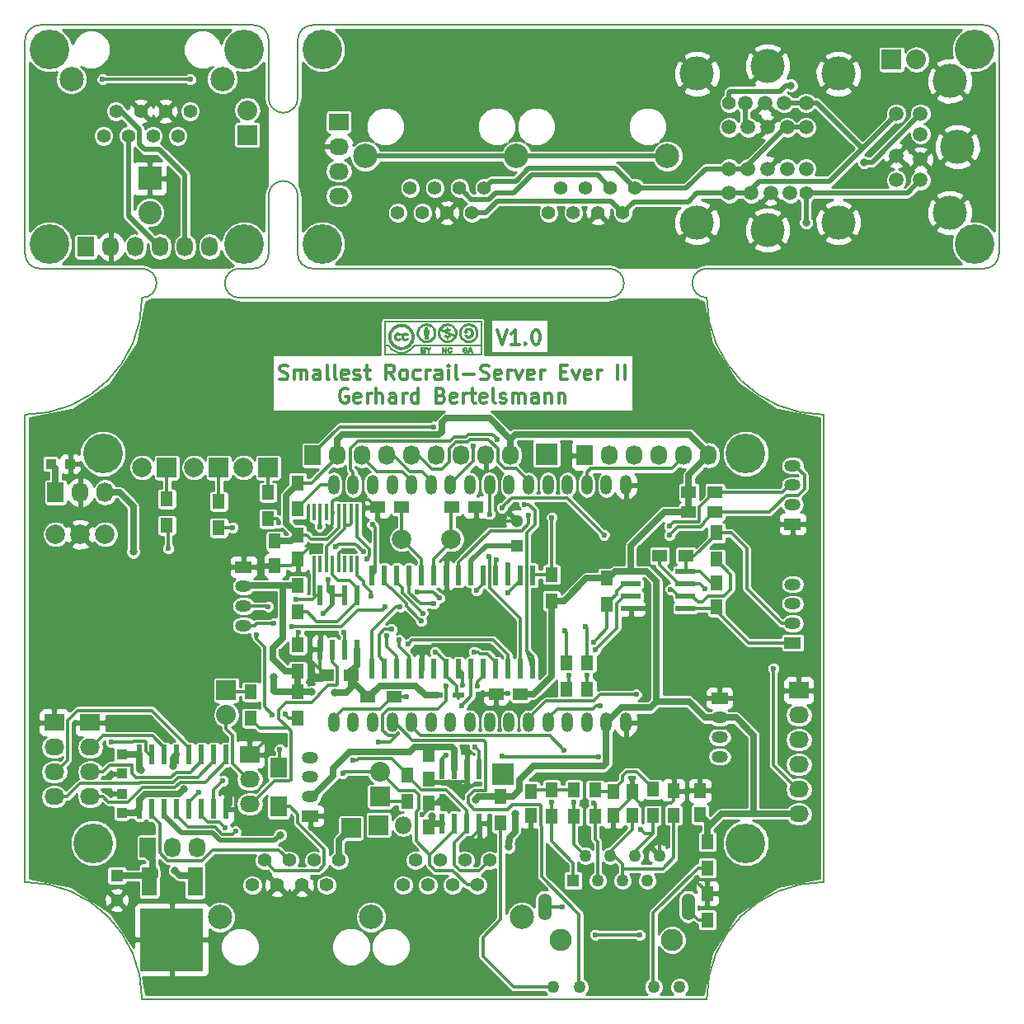
<source format=gtl>
G04 #@! TF.FileFunction,Copper,L1,Top,Signal*
%FSLAX46Y46*%
G04 Gerber Fmt 4.6, Leading zero omitted, Abs format (unit mm)*
G04 Created by KiCad (PCBNEW 4.0.2+dfsg1-stable) date Di 21 Feb 2017 01:47:22 CET*
%MOMM*%
G01*
G04 APERTURE LIST*
%ADD10C,0.100000*%
%ADD11C,0.300000*%
%ADD12C,0.150000*%
%ADD13C,0.002540*%
%ADD14C,1.400000*%
%ADD15C,2.500000*%
%ADD16C,4.064000*%
%ADD17R,1.500000X1.250000*%
%ADD18R,1.250000X1.500000*%
%ADD19R,1.300000X1.300000*%
%ADD20C,1.300000*%
%ADD21R,2.000000X2.000000*%
%ADD22C,2.000000*%
%ADD23R,1.727200X2.032000*%
%ADD24O,1.727200X2.032000*%
%ADD25R,2.235200X2.235200*%
%ADD26R,2.032000X2.032000*%
%ADD27O,2.032000X2.032000*%
%ADD28R,2.032000X1.727200*%
%ADD29O,2.032000X1.727200*%
%ADD30R,1.300000X1.500000*%
%ADD31R,1.500000X1.300000*%
%ADD32O,1.200000X2.000000*%
%ADD33R,1.998980X0.599440*%
%ADD34R,0.551180X2.000000*%
%ADD35R,1.270000X1.270000*%
%ADD36C,1.270000*%
%ADD37C,2.286000*%
%ADD38O,1.371600X2.743200*%
%ADD39R,0.599440X1.998980*%
%ADD40C,1.998980*%
%ADD41R,1.000000X1.000000*%
%ADD42R,1.700000X2.000000*%
%ADD43R,1.500000X3.000000*%
%ADD44R,6.500000X6.500000*%
%ADD45R,1.699260X1.198880*%
%ADD46O,1.699260X1.198880*%
%ADD47C,2.400000*%
%ADD48R,2.400000X2.400000*%
%ADD49C,1.500000*%
%ADD50C,3.500000*%
%ADD51R,0.406400X1.651000*%
%ADD52R,1.200000X0.599440*%
%ADD53O,1.800000X1.800000*%
%ADD54C,0.600000*%
%ADD55C,0.800000*%
%ADD56C,0.305000*%
%ADD57C,0.635000*%
%ADD58C,0.508000*%
%ADD59C,0.250000*%
%ADD60C,0.254000*%
G04 APERTURE END LIST*
D10*
D11*
X148463286Y-77283571D02*
X148963286Y-78783571D01*
X149463286Y-77283571D01*
X150749000Y-78783571D02*
X149891857Y-78783571D01*
X150320429Y-78783571D02*
X150320429Y-77283571D01*
X150177572Y-77497857D01*
X150034714Y-77640714D01*
X149891857Y-77712143D01*
X151391857Y-78640714D02*
X151463285Y-78712143D01*
X151391857Y-78783571D01*
X151320428Y-78712143D01*
X151391857Y-78640714D01*
X151391857Y-78783571D01*
X152391857Y-77283571D02*
X152534714Y-77283571D01*
X152677571Y-77355000D01*
X152749000Y-77426429D01*
X152820429Y-77569286D01*
X152891857Y-77855000D01*
X152891857Y-78212143D01*
X152820429Y-78497857D01*
X152749000Y-78640714D01*
X152677571Y-78712143D01*
X152534714Y-78783571D01*
X152391857Y-78783571D01*
X152249000Y-78712143D01*
X152177571Y-78640714D01*
X152106143Y-78497857D01*
X152034714Y-78212143D01*
X152034714Y-77855000D01*
X152106143Y-77569286D01*
X152177571Y-77426429D01*
X152249000Y-77355000D01*
X152391857Y-77283571D01*
X126141002Y-82338143D02*
X126355288Y-82409571D01*
X126712431Y-82409571D01*
X126855288Y-82338143D01*
X126926717Y-82266714D01*
X126998145Y-82123857D01*
X126998145Y-81981000D01*
X126926717Y-81838143D01*
X126855288Y-81766714D01*
X126712431Y-81695286D01*
X126426717Y-81623857D01*
X126283859Y-81552429D01*
X126212431Y-81481000D01*
X126141002Y-81338143D01*
X126141002Y-81195286D01*
X126212431Y-81052429D01*
X126283859Y-80981000D01*
X126426717Y-80909571D01*
X126783859Y-80909571D01*
X126998145Y-80981000D01*
X127641002Y-82409571D02*
X127641002Y-81409571D01*
X127641002Y-81552429D02*
X127712430Y-81481000D01*
X127855288Y-81409571D01*
X128069573Y-81409571D01*
X128212430Y-81481000D01*
X128283859Y-81623857D01*
X128283859Y-82409571D01*
X128283859Y-81623857D02*
X128355288Y-81481000D01*
X128498145Y-81409571D01*
X128712430Y-81409571D01*
X128855288Y-81481000D01*
X128926716Y-81623857D01*
X128926716Y-82409571D01*
X130283859Y-82409571D02*
X130283859Y-81623857D01*
X130212430Y-81481000D01*
X130069573Y-81409571D01*
X129783859Y-81409571D01*
X129641002Y-81481000D01*
X130283859Y-82338143D02*
X130141002Y-82409571D01*
X129783859Y-82409571D01*
X129641002Y-82338143D01*
X129569573Y-82195286D01*
X129569573Y-82052429D01*
X129641002Y-81909571D01*
X129783859Y-81838143D01*
X130141002Y-81838143D01*
X130283859Y-81766714D01*
X131212431Y-82409571D02*
X131069573Y-82338143D01*
X130998145Y-82195286D01*
X130998145Y-80909571D01*
X131998145Y-82409571D02*
X131855287Y-82338143D01*
X131783859Y-82195286D01*
X131783859Y-80909571D01*
X133141001Y-82338143D02*
X132998144Y-82409571D01*
X132712430Y-82409571D01*
X132569573Y-82338143D01*
X132498144Y-82195286D01*
X132498144Y-81623857D01*
X132569573Y-81481000D01*
X132712430Y-81409571D01*
X132998144Y-81409571D01*
X133141001Y-81481000D01*
X133212430Y-81623857D01*
X133212430Y-81766714D01*
X132498144Y-81909571D01*
X133783858Y-82338143D02*
X133926715Y-82409571D01*
X134212430Y-82409571D01*
X134355287Y-82338143D01*
X134426715Y-82195286D01*
X134426715Y-82123857D01*
X134355287Y-81981000D01*
X134212430Y-81909571D01*
X133998144Y-81909571D01*
X133855287Y-81838143D01*
X133783858Y-81695286D01*
X133783858Y-81623857D01*
X133855287Y-81481000D01*
X133998144Y-81409571D01*
X134212430Y-81409571D01*
X134355287Y-81481000D01*
X134855287Y-81409571D02*
X135426716Y-81409571D01*
X135069573Y-80909571D02*
X135069573Y-82195286D01*
X135141001Y-82338143D01*
X135283859Y-82409571D01*
X135426716Y-82409571D01*
X137926716Y-82409571D02*
X137426716Y-81695286D01*
X137069573Y-82409571D02*
X137069573Y-80909571D01*
X137641001Y-80909571D01*
X137783859Y-80981000D01*
X137855287Y-81052429D01*
X137926716Y-81195286D01*
X137926716Y-81409571D01*
X137855287Y-81552429D01*
X137783859Y-81623857D01*
X137641001Y-81695286D01*
X137069573Y-81695286D01*
X138783859Y-82409571D02*
X138641001Y-82338143D01*
X138569573Y-82266714D01*
X138498144Y-82123857D01*
X138498144Y-81695286D01*
X138569573Y-81552429D01*
X138641001Y-81481000D01*
X138783859Y-81409571D01*
X138998144Y-81409571D01*
X139141001Y-81481000D01*
X139212430Y-81552429D01*
X139283859Y-81695286D01*
X139283859Y-82123857D01*
X139212430Y-82266714D01*
X139141001Y-82338143D01*
X138998144Y-82409571D01*
X138783859Y-82409571D01*
X140569573Y-82338143D02*
X140426716Y-82409571D01*
X140141002Y-82409571D01*
X139998144Y-82338143D01*
X139926716Y-82266714D01*
X139855287Y-82123857D01*
X139855287Y-81695286D01*
X139926716Y-81552429D01*
X139998144Y-81481000D01*
X140141002Y-81409571D01*
X140426716Y-81409571D01*
X140569573Y-81481000D01*
X141212430Y-82409571D02*
X141212430Y-81409571D01*
X141212430Y-81695286D02*
X141283858Y-81552429D01*
X141355287Y-81481000D01*
X141498144Y-81409571D01*
X141641001Y-81409571D01*
X142783858Y-82409571D02*
X142783858Y-81623857D01*
X142712429Y-81481000D01*
X142569572Y-81409571D01*
X142283858Y-81409571D01*
X142141001Y-81481000D01*
X142783858Y-82338143D02*
X142641001Y-82409571D01*
X142283858Y-82409571D01*
X142141001Y-82338143D01*
X142069572Y-82195286D01*
X142069572Y-82052429D01*
X142141001Y-81909571D01*
X142283858Y-81838143D01*
X142641001Y-81838143D01*
X142783858Y-81766714D01*
X143498144Y-82409571D02*
X143498144Y-81409571D01*
X143498144Y-80909571D02*
X143426715Y-80981000D01*
X143498144Y-81052429D01*
X143569572Y-80981000D01*
X143498144Y-80909571D01*
X143498144Y-81052429D01*
X144426716Y-82409571D02*
X144283858Y-82338143D01*
X144212430Y-82195286D01*
X144212430Y-80909571D01*
X144998144Y-81838143D02*
X146141001Y-81838143D01*
X146783858Y-82338143D02*
X146998144Y-82409571D01*
X147355287Y-82409571D01*
X147498144Y-82338143D01*
X147569573Y-82266714D01*
X147641001Y-82123857D01*
X147641001Y-81981000D01*
X147569573Y-81838143D01*
X147498144Y-81766714D01*
X147355287Y-81695286D01*
X147069573Y-81623857D01*
X146926715Y-81552429D01*
X146855287Y-81481000D01*
X146783858Y-81338143D01*
X146783858Y-81195286D01*
X146855287Y-81052429D01*
X146926715Y-80981000D01*
X147069573Y-80909571D01*
X147426715Y-80909571D01*
X147641001Y-80981000D01*
X148855286Y-82338143D02*
X148712429Y-82409571D01*
X148426715Y-82409571D01*
X148283858Y-82338143D01*
X148212429Y-82195286D01*
X148212429Y-81623857D01*
X148283858Y-81481000D01*
X148426715Y-81409571D01*
X148712429Y-81409571D01*
X148855286Y-81481000D01*
X148926715Y-81623857D01*
X148926715Y-81766714D01*
X148212429Y-81909571D01*
X149569572Y-82409571D02*
X149569572Y-81409571D01*
X149569572Y-81695286D02*
X149641000Y-81552429D01*
X149712429Y-81481000D01*
X149855286Y-81409571D01*
X149998143Y-81409571D01*
X150355286Y-81409571D02*
X150712429Y-82409571D01*
X151069571Y-81409571D01*
X152212428Y-82338143D02*
X152069571Y-82409571D01*
X151783857Y-82409571D01*
X151641000Y-82338143D01*
X151569571Y-82195286D01*
X151569571Y-81623857D01*
X151641000Y-81481000D01*
X151783857Y-81409571D01*
X152069571Y-81409571D01*
X152212428Y-81481000D01*
X152283857Y-81623857D01*
X152283857Y-81766714D01*
X151569571Y-81909571D01*
X152926714Y-82409571D02*
X152926714Y-81409571D01*
X152926714Y-81695286D02*
X152998142Y-81552429D01*
X153069571Y-81481000D01*
X153212428Y-81409571D01*
X153355285Y-81409571D01*
X154998142Y-81623857D02*
X155498142Y-81623857D01*
X155712428Y-82409571D02*
X154998142Y-82409571D01*
X154998142Y-80909571D01*
X155712428Y-80909571D01*
X156212428Y-81409571D02*
X156569571Y-82409571D01*
X156926713Y-81409571D01*
X158069570Y-82338143D02*
X157926713Y-82409571D01*
X157640999Y-82409571D01*
X157498142Y-82338143D01*
X157426713Y-82195286D01*
X157426713Y-81623857D01*
X157498142Y-81481000D01*
X157640999Y-81409571D01*
X157926713Y-81409571D01*
X158069570Y-81481000D01*
X158140999Y-81623857D01*
X158140999Y-81766714D01*
X157426713Y-81909571D01*
X158783856Y-82409571D02*
X158783856Y-81409571D01*
X158783856Y-81695286D02*
X158855284Y-81552429D01*
X158926713Y-81481000D01*
X159069570Y-81409571D01*
X159212427Y-81409571D01*
X160855284Y-82409571D02*
X160855284Y-80909571D01*
X161569570Y-82409571D02*
X161569570Y-80909571D01*
X133141001Y-83381000D02*
X132998144Y-83309571D01*
X132783858Y-83309571D01*
X132569573Y-83381000D01*
X132426715Y-83523857D01*
X132355287Y-83666714D01*
X132283858Y-83952429D01*
X132283858Y-84166714D01*
X132355287Y-84452429D01*
X132426715Y-84595286D01*
X132569573Y-84738143D01*
X132783858Y-84809571D01*
X132926715Y-84809571D01*
X133141001Y-84738143D01*
X133212430Y-84666714D01*
X133212430Y-84166714D01*
X132926715Y-84166714D01*
X134426715Y-84738143D02*
X134283858Y-84809571D01*
X133998144Y-84809571D01*
X133855287Y-84738143D01*
X133783858Y-84595286D01*
X133783858Y-84023857D01*
X133855287Y-83881000D01*
X133998144Y-83809571D01*
X134283858Y-83809571D01*
X134426715Y-83881000D01*
X134498144Y-84023857D01*
X134498144Y-84166714D01*
X133783858Y-84309571D01*
X135141001Y-84809571D02*
X135141001Y-83809571D01*
X135141001Y-84095286D02*
X135212429Y-83952429D01*
X135283858Y-83881000D01*
X135426715Y-83809571D01*
X135569572Y-83809571D01*
X136069572Y-84809571D02*
X136069572Y-83309571D01*
X136712429Y-84809571D02*
X136712429Y-84023857D01*
X136641000Y-83881000D01*
X136498143Y-83809571D01*
X136283858Y-83809571D01*
X136141000Y-83881000D01*
X136069572Y-83952429D01*
X138069572Y-84809571D02*
X138069572Y-84023857D01*
X137998143Y-83881000D01*
X137855286Y-83809571D01*
X137569572Y-83809571D01*
X137426715Y-83881000D01*
X138069572Y-84738143D02*
X137926715Y-84809571D01*
X137569572Y-84809571D01*
X137426715Y-84738143D01*
X137355286Y-84595286D01*
X137355286Y-84452429D01*
X137426715Y-84309571D01*
X137569572Y-84238143D01*
X137926715Y-84238143D01*
X138069572Y-84166714D01*
X138783858Y-84809571D02*
X138783858Y-83809571D01*
X138783858Y-84095286D02*
X138855286Y-83952429D01*
X138926715Y-83881000D01*
X139069572Y-83809571D01*
X139212429Y-83809571D01*
X140355286Y-84809571D02*
X140355286Y-83309571D01*
X140355286Y-84738143D02*
X140212429Y-84809571D01*
X139926715Y-84809571D01*
X139783857Y-84738143D01*
X139712429Y-84666714D01*
X139641000Y-84523857D01*
X139641000Y-84095286D01*
X139712429Y-83952429D01*
X139783857Y-83881000D01*
X139926715Y-83809571D01*
X140212429Y-83809571D01*
X140355286Y-83881000D01*
X142712429Y-84023857D02*
X142926715Y-84095286D01*
X142998143Y-84166714D01*
X143069572Y-84309571D01*
X143069572Y-84523857D01*
X142998143Y-84666714D01*
X142926715Y-84738143D01*
X142783857Y-84809571D01*
X142212429Y-84809571D01*
X142212429Y-83309571D01*
X142712429Y-83309571D01*
X142855286Y-83381000D01*
X142926715Y-83452429D01*
X142998143Y-83595286D01*
X142998143Y-83738143D01*
X142926715Y-83881000D01*
X142855286Y-83952429D01*
X142712429Y-84023857D01*
X142212429Y-84023857D01*
X144283857Y-84738143D02*
X144141000Y-84809571D01*
X143855286Y-84809571D01*
X143712429Y-84738143D01*
X143641000Y-84595286D01*
X143641000Y-84023857D01*
X143712429Y-83881000D01*
X143855286Y-83809571D01*
X144141000Y-83809571D01*
X144283857Y-83881000D01*
X144355286Y-84023857D01*
X144355286Y-84166714D01*
X143641000Y-84309571D01*
X144998143Y-84809571D02*
X144998143Y-83809571D01*
X144998143Y-84095286D02*
X145069571Y-83952429D01*
X145141000Y-83881000D01*
X145283857Y-83809571D01*
X145426714Y-83809571D01*
X145712428Y-83809571D02*
X146283857Y-83809571D01*
X145926714Y-83309571D02*
X145926714Y-84595286D01*
X145998142Y-84738143D01*
X146141000Y-84809571D01*
X146283857Y-84809571D01*
X147355285Y-84738143D02*
X147212428Y-84809571D01*
X146926714Y-84809571D01*
X146783857Y-84738143D01*
X146712428Y-84595286D01*
X146712428Y-84023857D01*
X146783857Y-83881000D01*
X146926714Y-83809571D01*
X147212428Y-83809571D01*
X147355285Y-83881000D01*
X147426714Y-84023857D01*
X147426714Y-84166714D01*
X146712428Y-84309571D01*
X148283857Y-84809571D02*
X148140999Y-84738143D01*
X148069571Y-84595286D01*
X148069571Y-83309571D01*
X148783856Y-84738143D02*
X148926713Y-84809571D01*
X149212428Y-84809571D01*
X149355285Y-84738143D01*
X149426713Y-84595286D01*
X149426713Y-84523857D01*
X149355285Y-84381000D01*
X149212428Y-84309571D01*
X148998142Y-84309571D01*
X148855285Y-84238143D01*
X148783856Y-84095286D01*
X148783856Y-84023857D01*
X148855285Y-83881000D01*
X148998142Y-83809571D01*
X149212428Y-83809571D01*
X149355285Y-83881000D01*
X150069571Y-84809571D02*
X150069571Y-83809571D01*
X150069571Y-83952429D02*
X150140999Y-83881000D01*
X150283857Y-83809571D01*
X150498142Y-83809571D01*
X150640999Y-83881000D01*
X150712428Y-84023857D01*
X150712428Y-84809571D01*
X150712428Y-84023857D02*
X150783857Y-83881000D01*
X150926714Y-83809571D01*
X151140999Y-83809571D01*
X151283857Y-83881000D01*
X151355285Y-84023857D01*
X151355285Y-84809571D01*
X152712428Y-84809571D02*
X152712428Y-84023857D01*
X152640999Y-83881000D01*
X152498142Y-83809571D01*
X152212428Y-83809571D01*
X152069571Y-83881000D01*
X152712428Y-84738143D02*
X152569571Y-84809571D01*
X152212428Y-84809571D01*
X152069571Y-84738143D01*
X151998142Y-84595286D01*
X151998142Y-84452429D01*
X152069571Y-84309571D01*
X152212428Y-84238143D01*
X152569571Y-84238143D01*
X152712428Y-84166714D01*
X153426714Y-83809571D02*
X153426714Y-84809571D01*
X153426714Y-83952429D02*
X153498142Y-83881000D01*
X153641000Y-83809571D01*
X153855285Y-83809571D01*
X153998142Y-83881000D01*
X154069571Y-84023857D01*
X154069571Y-84809571D01*
X154783857Y-83809571D02*
X154783857Y-84809571D01*
X154783857Y-83952429D02*
X154855285Y-83881000D01*
X154998143Y-83809571D01*
X155212428Y-83809571D01*
X155355285Y-83881000D01*
X155426714Y-84023857D01*
X155426714Y-84809571D01*
D12*
X129500000Y-71000000D02*
X160000000Y-71000000D01*
X122000000Y-71000000D02*
X123500000Y-71000000D01*
X198500000Y-46000000D02*
X129500000Y-46000000D01*
X123500000Y-46000000D02*
X101500000Y-46000000D01*
X170000000Y-71000000D02*
X198500000Y-71000000D01*
X122000000Y-74000000D02*
X160000000Y-74000000D01*
X160000000Y-74000000D02*
G75*
G03X161500000Y-72500000I0J1500000D01*
G01*
X161500000Y-72500000D02*
G75*
G03X160000000Y-71000000I-1500000J0D01*
G01*
X170000000Y-71000000D02*
G75*
G03X168500000Y-72500000I0J-1500000D01*
G01*
X168500000Y-72500000D02*
G75*
G03X170000000Y-74000000I1500000J0D01*
G01*
X128000000Y-47500000D02*
X128000000Y-53500000D01*
X128000000Y-63500000D02*
X128000000Y-69500000D01*
X125000000Y-63500000D02*
X125000000Y-69500000D01*
X125000000Y-47500000D02*
X125000000Y-53500000D01*
X126500000Y-55000000D02*
G75*
G03X128000000Y-53500000I0J1500000D01*
G01*
X125000000Y-53500000D02*
G75*
G03X126500000Y-55000000I1500000J0D01*
G01*
X128000000Y-63500000D02*
G75*
G03X126500000Y-62000000I-1500000J0D01*
G01*
X126500000Y-62000000D02*
G75*
G03X125000000Y-63500000I0J-1500000D01*
G01*
X129500000Y-46000000D02*
G75*
G03X128000000Y-47500000I0J-1500000D01*
G01*
X128000000Y-69500000D02*
G75*
G03X129500000Y-71000000I1500000J0D01*
G01*
X125000000Y-47500000D02*
G75*
G03X123500000Y-46000000I-1500000J0D01*
G01*
X123500000Y-71000000D02*
G75*
G03X125000000Y-69500000I0J1500000D01*
G01*
X112000000Y-71000000D02*
X101500000Y-71000000D01*
X120500000Y-72500000D02*
G75*
G03X122000000Y-74000000I1500000J0D01*
G01*
X122000000Y-71000000D02*
G75*
G03X120500000Y-72500000I0J-1500000D01*
G01*
X112000000Y-74000000D02*
G75*
G03X113500000Y-72500000I0J1500000D01*
G01*
X113500000Y-72500000D02*
G75*
G03X112000000Y-71000000I-1500000J0D01*
G01*
X200000000Y-69500000D02*
X200000000Y-47500000D01*
X100000000Y-47500000D02*
X100000000Y-69500000D01*
X198500000Y-71000000D02*
G75*
G03X200000000Y-69500000I0J1500000D01*
G01*
X200000000Y-47500000D02*
G75*
G03X198500000Y-46000000I-1500000J0D01*
G01*
X101500000Y-46000000D02*
G75*
G03X100000000Y-47500000I0J-1500000D01*
G01*
X100000000Y-69500000D02*
G75*
G03X101500000Y-71000000I1500000J0D01*
G01*
X112000000Y-146000000D02*
G75*
G03X100000000Y-134000000I-12000000J0D01*
G01*
X100000000Y-86000000D02*
X100000000Y-134000000D01*
X182000000Y-86000000D02*
X182000000Y-134000000D01*
X112000000Y-146000000D02*
X170000000Y-146000000D01*
X170000000Y-74000000D02*
G75*
G03X182000000Y-86000000I12000000J0D01*
G01*
X100000000Y-86000000D02*
G75*
G03X112000000Y-74000000I0J12000000D01*
G01*
X182000000Y-134000000D02*
G75*
G03X170000000Y-146000000I0J-12000000D01*
G01*
D13*
G36*
X146857720Y-79855060D02*
X146768820Y-79855060D01*
X146768820Y-78803500D01*
X146768820Y-77655420D01*
X146768820Y-76504800D01*
X146738340Y-76474320D01*
X146710400Y-76446380D01*
X141859000Y-76446380D01*
X137007600Y-76446380D01*
X136979660Y-76474320D01*
X136949180Y-76504800D01*
X136949180Y-77655420D01*
X136949180Y-78803500D01*
X137126980Y-78803500D01*
X137304780Y-78803500D01*
X137370820Y-78905100D01*
X137467340Y-79037180D01*
X137579100Y-79156560D01*
X137703560Y-79263240D01*
X137840720Y-79357220D01*
X137985500Y-79435960D01*
X138140440Y-79496920D01*
X138303000Y-79542640D01*
X138432540Y-79562960D01*
X138498580Y-79568040D01*
X138579860Y-79570580D01*
X138666220Y-79568040D01*
X138752580Y-79560420D01*
X138831320Y-79552800D01*
X138877040Y-79545180D01*
X139047220Y-79499460D01*
X139204700Y-79441040D01*
X139354560Y-79362300D01*
X139491720Y-79268320D01*
X139621260Y-79154020D01*
X139674600Y-79100680D01*
X139717780Y-79052420D01*
X139763500Y-78996540D01*
X139804140Y-78943200D01*
X139829540Y-78905100D01*
X139895580Y-78806040D01*
X143329660Y-78803500D01*
X146768820Y-78803500D01*
X146768820Y-79855060D01*
X146758660Y-79855060D01*
X146758660Y-79773780D01*
X146758660Y-79334360D01*
X146758660Y-78894940D01*
X143357600Y-78894940D01*
X139961620Y-78894940D01*
X139898120Y-78986380D01*
X139821920Y-79093060D01*
X139748260Y-79187040D01*
X139669520Y-79265780D01*
X139588240Y-79331820D01*
X139496800Y-79395320D01*
X139428220Y-79435960D01*
X139319000Y-79491840D01*
X139222480Y-79537560D01*
X139131040Y-79573120D01*
X139037060Y-79603600D01*
X138940540Y-79629000D01*
X138935460Y-79629000D01*
X138790680Y-79654400D01*
X138658600Y-79667100D01*
X138529060Y-79667100D01*
X138396980Y-79654400D01*
X138262360Y-79629000D01*
X138109960Y-79583280D01*
X137957560Y-79517240D01*
X137800080Y-79433420D01*
X137642600Y-79329280D01*
X137589260Y-79291180D01*
X137548620Y-79258160D01*
X137502900Y-79212440D01*
X137452100Y-79161640D01*
X137398760Y-79105760D01*
X137350500Y-79049880D01*
X137307320Y-78999080D01*
X137274300Y-78953360D01*
X137259060Y-78925420D01*
X137241280Y-78894940D01*
X137091420Y-78894940D01*
X136939020Y-78894940D01*
X136939020Y-79334360D01*
X136939020Y-79773780D01*
X141851380Y-79773780D01*
X146758660Y-79773780D01*
X146758660Y-79855060D01*
X141864080Y-79855060D01*
X136872980Y-79855060D01*
X136865360Y-79710280D01*
X136865360Y-79682340D01*
X136862820Y-79636620D01*
X136862820Y-79573120D01*
X136862820Y-79494380D01*
X136862820Y-79402940D01*
X136860280Y-79301340D01*
X136860280Y-79184500D01*
X136860280Y-79060040D01*
X136860280Y-78927960D01*
X136860280Y-78785720D01*
X136860280Y-78638400D01*
X136860280Y-78486000D01*
X136860280Y-78331060D01*
X136860280Y-78173580D01*
X136862820Y-78018640D01*
X136862820Y-77858620D01*
X136862820Y-77701140D01*
X136862820Y-77548740D01*
X136862820Y-77396340D01*
X136865360Y-77251560D01*
X136865360Y-77114400D01*
X136865360Y-76984860D01*
X136865360Y-76862940D01*
X136867900Y-76751180D01*
X136867900Y-76652120D01*
X136867900Y-76565760D01*
X136870440Y-76492100D01*
X136870440Y-76436220D01*
X136870440Y-76395580D01*
X136872980Y-76372720D01*
X136872980Y-76370180D01*
X136883140Y-76367640D01*
X136913620Y-76367640D01*
X136961880Y-76367640D01*
X137027920Y-76367640D01*
X137109200Y-76367640D01*
X137210800Y-76367640D01*
X137325100Y-76365100D01*
X137454640Y-76365100D01*
X137599420Y-76365100D01*
X137756900Y-76365100D01*
X137927080Y-76365100D01*
X138107420Y-76365100D01*
X138300460Y-76362560D01*
X138503660Y-76362560D01*
X138717020Y-76362560D01*
X138940540Y-76362560D01*
X139171680Y-76362560D01*
X139407900Y-76362560D01*
X139654280Y-76362560D01*
X139905740Y-76362560D01*
X140162280Y-76360020D01*
X140421360Y-76360020D01*
X140688060Y-76360020D01*
X140954760Y-76360020D01*
X141226540Y-76360020D01*
X141498320Y-76360020D01*
X141770100Y-76360020D01*
X142041880Y-76360020D01*
X142313660Y-76360020D01*
X142585440Y-76360020D01*
X142854680Y-76360020D01*
X143121380Y-76360020D01*
X143383000Y-76360020D01*
X143642080Y-76360020D01*
X143896080Y-76360020D01*
X144145000Y-76360020D01*
X144386300Y-76360020D01*
X144622520Y-76360020D01*
X144848580Y-76360020D01*
X145067020Y-76360020D01*
X145275300Y-76360020D01*
X145473420Y-76360020D01*
X145663920Y-76360020D01*
X145839180Y-76360020D01*
X146004280Y-76360020D01*
X146154140Y-76360020D01*
X146291300Y-76360020D01*
X146415760Y-76360020D01*
X146522440Y-76360020D01*
X146613880Y-76362560D01*
X146690080Y-76362560D01*
X146748500Y-76362560D01*
X146786600Y-76362560D01*
X146809460Y-76362560D01*
X146812000Y-76362560D01*
X146857720Y-76367640D01*
X146857720Y-78110080D01*
X146857720Y-79855060D01*
X146857720Y-79855060D01*
X146857720Y-79855060D01*
G37*
X146857720Y-79855060D02*
X146768820Y-79855060D01*
X146768820Y-78803500D01*
X146768820Y-77655420D01*
X146768820Y-76504800D01*
X146738340Y-76474320D01*
X146710400Y-76446380D01*
X141859000Y-76446380D01*
X137007600Y-76446380D01*
X136979660Y-76474320D01*
X136949180Y-76504800D01*
X136949180Y-77655420D01*
X136949180Y-78803500D01*
X137126980Y-78803500D01*
X137304780Y-78803500D01*
X137370820Y-78905100D01*
X137467340Y-79037180D01*
X137579100Y-79156560D01*
X137703560Y-79263240D01*
X137840720Y-79357220D01*
X137985500Y-79435960D01*
X138140440Y-79496920D01*
X138303000Y-79542640D01*
X138432540Y-79562960D01*
X138498580Y-79568040D01*
X138579860Y-79570580D01*
X138666220Y-79568040D01*
X138752580Y-79560420D01*
X138831320Y-79552800D01*
X138877040Y-79545180D01*
X139047220Y-79499460D01*
X139204700Y-79441040D01*
X139354560Y-79362300D01*
X139491720Y-79268320D01*
X139621260Y-79154020D01*
X139674600Y-79100680D01*
X139717780Y-79052420D01*
X139763500Y-78996540D01*
X139804140Y-78943200D01*
X139829540Y-78905100D01*
X139895580Y-78806040D01*
X143329660Y-78803500D01*
X146768820Y-78803500D01*
X146768820Y-79855060D01*
X146758660Y-79855060D01*
X146758660Y-79773780D01*
X146758660Y-79334360D01*
X146758660Y-78894940D01*
X143357600Y-78894940D01*
X139961620Y-78894940D01*
X139898120Y-78986380D01*
X139821920Y-79093060D01*
X139748260Y-79187040D01*
X139669520Y-79265780D01*
X139588240Y-79331820D01*
X139496800Y-79395320D01*
X139428220Y-79435960D01*
X139319000Y-79491840D01*
X139222480Y-79537560D01*
X139131040Y-79573120D01*
X139037060Y-79603600D01*
X138940540Y-79629000D01*
X138935460Y-79629000D01*
X138790680Y-79654400D01*
X138658600Y-79667100D01*
X138529060Y-79667100D01*
X138396980Y-79654400D01*
X138262360Y-79629000D01*
X138109960Y-79583280D01*
X137957560Y-79517240D01*
X137800080Y-79433420D01*
X137642600Y-79329280D01*
X137589260Y-79291180D01*
X137548620Y-79258160D01*
X137502900Y-79212440D01*
X137452100Y-79161640D01*
X137398760Y-79105760D01*
X137350500Y-79049880D01*
X137307320Y-78999080D01*
X137274300Y-78953360D01*
X137259060Y-78925420D01*
X137241280Y-78894940D01*
X137091420Y-78894940D01*
X136939020Y-78894940D01*
X136939020Y-79334360D01*
X136939020Y-79773780D01*
X141851380Y-79773780D01*
X146758660Y-79773780D01*
X146758660Y-79855060D01*
X141864080Y-79855060D01*
X136872980Y-79855060D01*
X136865360Y-79710280D01*
X136865360Y-79682340D01*
X136862820Y-79636620D01*
X136862820Y-79573120D01*
X136862820Y-79494380D01*
X136862820Y-79402940D01*
X136860280Y-79301340D01*
X136860280Y-79184500D01*
X136860280Y-79060040D01*
X136860280Y-78927960D01*
X136860280Y-78785720D01*
X136860280Y-78638400D01*
X136860280Y-78486000D01*
X136860280Y-78331060D01*
X136860280Y-78173580D01*
X136862820Y-78018640D01*
X136862820Y-77858620D01*
X136862820Y-77701140D01*
X136862820Y-77548740D01*
X136862820Y-77396340D01*
X136865360Y-77251560D01*
X136865360Y-77114400D01*
X136865360Y-76984860D01*
X136865360Y-76862940D01*
X136867900Y-76751180D01*
X136867900Y-76652120D01*
X136867900Y-76565760D01*
X136870440Y-76492100D01*
X136870440Y-76436220D01*
X136870440Y-76395580D01*
X136872980Y-76372720D01*
X136872980Y-76370180D01*
X136883140Y-76367640D01*
X136913620Y-76367640D01*
X136961880Y-76367640D01*
X137027920Y-76367640D01*
X137109200Y-76367640D01*
X137210800Y-76367640D01*
X137325100Y-76365100D01*
X137454640Y-76365100D01*
X137599420Y-76365100D01*
X137756900Y-76365100D01*
X137927080Y-76365100D01*
X138107420Y-76365100D01*
X138300460Y-76362560D01*
X138503660Y-76362560D01*
X138717020Y-76362560D01*
X138940540Y-76362560D01*
X139171680Y-76362560D01*
X139407900Y-76362560D01*
X139654280Y-76362560D01*
X139905740Y-76362560D01*
X140162280Y-76360020D01*
X140421360Y-76360020D01*
X140688060Y-76360020D01*
X140954760Y-76360020D01*
X141226540Y-76360020D01*
X141498320Y-76360020D01*
X141770100Y-76360020D01*
X142041880Y-76360020D01*
X142313660Y-76360020D01*
X142585440Y-76360020D01*
X142854680Y-76360020D01*
X143121380Y-76360020D01*
X143383000Y-76360020D01*
X143642080Y-76360020D01*
X143896080Y-76360020D01*
X144145000Y-76360020D01*
X144386300Y-76360020D01*
X144622520Y-76360020D01*
X144848580Y-76360020D01*
X145067020Y-76360020D01*
X145275300Y-76360020D01*
X145473420Y-76360020D01*
X145663920Y-76360020D01*
X145839180Y-76360020D01*
X146004280Y-76360020D01*
X146154140Y-76360020D01*
X146291300Y-76360020D01*
X146415760Y-76360020D01*
X146522440Y-76360020D01*
X146613880Y-76362560D01*
X146690080Y-76362560D01*
X146748500Y-76362560D01*
X146786600Y-76362560D01*
X146809460Y-76362560D01*
X146812000Y-76362560D01*
X146857720Y-76367640D01*
X146857720Y-78110080D01*
X146857720Y-79855060D01*
X146857720Y-79855060D01*
G36*
X143847820Y-79423260D02*
X143842740Y-79451200D01*
X143817340Y-79522320D01*
X143779240Y-79575660D01*
X143728440Y-79616300D01*
X143667480Y-79639160D01*
X143596360Y-79646780D01*
X143553180Y-79641700D01*
X143499840Y-79631540D01*
X143459200Y-79611220D01*
X143418560Y-79578200D01*
X143400780Y-79560420D01*
X143362680Y-79504540D01*
X143337280Y-79438500D01*
X143329660Y-79369920D01*
X143334740Y-79298800D01*
X143352520Y-79230220D01*
X143388080Y-79169260D01*
X143408400Y-79143860D01*
X143461740Y-79103220D01*
X143522700Y-79077820D01*
X143586200Y-79067660D01*
X143649700Y-79072740D01*
X143708120Y-79090520D01*
X143761460Y-79123540D01*
X143804640Y-79169260D01*
X143817340Y-79194660D01*
X143830040Y-79222600D01*
X143837660Y-79248000D01*
X143837660Y-79253080D01*
X143835120Y-79265780D01*
X143824960Y-79270860D01*
X143802100Y-79273400D01*
X143784320Y-79273400D01*
X143751300Y-79273400D01*
X143733520Y-79268320D01*
X143720820Y-79258160D01*
X143713200Y-79242920D01*
X143682720Y-79204820D01*
X143644620Y-79184500D01*
X143601440Y-79174340D01*
X143558260Y-79181960D01*
X143517620Y-79202280D01*
X143484600Y-79237840D01*
X143474440Y-79258160D01*
X143461740Y-79298800D01*
X143456660Y-79352140D01*
X143459200Y-79405480D01*
X143469360Y-79451200D01*
X143474440Y-79461360D01*
X143504920Y-79504540D01*
X143545560Y-79529940D01*
X143591280Y-79542640D01*
X143637000Y-79537560D01*
X143657320Y-79527400D01*
X143685260Y-79507080D01*
X143705580Y-79476600D01*
X143718280Y-79446120D01*
X143718280Y-79438500D01*
X143720820Y-79430880D01*
X143736060Y-79425800D01*
X143764000Y-79423260D01*
X143781780Y-79423260D01*
X143847820Y-79423260D01*
X143847820Y-79423260D01*
X143847820Y-79423260D01*
G37*
X143847820Y-79423260D02*
X143842740Y-79451200D01*
X143817340Y-79522320D01*
X143779240Y-79575660D01*
X143728440Y-79616300D01*
X143667480Y-79639160D01*
X143596360Y-79646780D01*
X143553180Y-79641700D01*
X143499840Y-79631540D01*
X143459200Y-79611220D01*
X143418560Y-79578200D01*
X143400780Y-79560420D01*
X143362680Y-79504540D01*
X143337280Y-79438500D01*
X143329660Y-79369920D01*
X143334740Y-79298800D01*
X143352520Y-79230220D01*
X143388080Y-79169260D01*
X143408400Y-79143860D01*
X143461740Y-79103220D01*
X143522700Y-79077820D01*
X143586200Y-79067660D01*
X143649700Y-79072740D01*
X143708120Y-79090520D01*
X143761460Y-79123540D01*
X143804640Y-79169260D01*
X143817340Y-79194660D01*
X143830040Y-79222600D01*
X143837660Y-79248000D01*
X143837660Y-79253080D01*
X143835120Y-79265780D01*
X143824960Y-79270860D01*
X143802100Y-79273400D01*
X143784320Y-79273400D01*
X143751300Y-79273400D01*
X143733520Y-79268320D01*
X143720820Y-79258160D01*
X143713200Y-79242920D01*
X143682720Y-79204820D01*
X143644620Y-79184500D01*
X143601440Y-79174340D01*
X143558260Y-79181960D01*
X143517620Y-79202280D01*
X143484600Y-79237840D01*
X143474440Y-79258160D01*
X143461740Y-79298800D01*
X143456660Y-79352140D01*
X143459200Y-79405480D01*
X143469360Y-79451200D01*
X143474440Y-79461360D01*
X143504920Y-79504540D01*
X143545560Y-79529940D01*
X143591280Y-79542640D01*
X143637000Y-79537560D01*
X143657320Y-79527400D01*
X143685260Y-79507080D01*
X143705580Y-79476600D01*
X143718280Y-79446120D01*
X143718280Y-79438500D01*
X143720820Y-79430880D01*
X143736060Y-79425800D01*
X143764000Y-79423260D01*
X143781780Y-79423260D01*
X143847820Y-79423260D01*
X143847820Y-79423260D01*
G36*
X145397220Y-79494380D02*
X145387060Y-79532480D01*
X145364200Y-79568040D01*
X145356580Y-79578200D01*
X145318480Y-79611220D01*
X145265140Y-79634080D01*
X145204180Y-79646780D01*
X145140680Y-79646780D01*
X145133060Y-79646780D01*
X145061940Y-79631540D01*
X145006060Y-79601060D01*
X144965420Y-79560420D01*
X144940020Y-79507080D01*
X144937480Y-79502000D01*
X144932400Y-79471520D01*
X144937480Y-79453740D01*
X144955260Y-79446120D01*
X144988280Y-79446120D01*
X144998440Y-79446120D01*
X145028920Y-79448660D01*
X145046700Y-79453740D01*
X145056860Y-79466440D01*
X145061940Y-79484220D01*
X145082260Y-79517240D01*
X145115280Y-79542640D01*
X145158460Y-79552800D01*
X145206720Y-79547720D01*
X145234660Y-79540100D01*
X145265140Y-79522320D01*
X145277840Y-79499460D01*
X145275300Y-79471520D01*
X145267680Y-79456280D01*
X145252440Y-79443580D01*
X145227040Y-79430880D01*
X145188940Y-79415640D01*
X145135600Y-79397860D01*
X145107660Y-79390240D01*
X145059400Y-79375000D01*
X145026380Y-79359760D01*
X145003520Y-79344520D01*
X144990820Y-79329280D01*
X144960340Y-79283560D01*
X144950180Y-79240380D01*
X144955260Y-79194660D01*
X144975580Y-79154020D01*
X145008600Y-79118460D01*
X145051780Y-79090520D01*
X145102580Y-79072740D01*
X145161000Y-79067660D01*
X145216880Y-79072740D01*
X145280380Y-79093060D01*
X145328640Y-79121000D01*
X145359120Y-79161640D01*
X145374360Y-79212440D01*
X145374360Y-79212440D01*
X145379440Y-79253080D01*
X145323560Y-79253080D01*
X145290540Y-79253080D01*
X145272760Y-79248000D01*
X145262600Y-79240380D01*
X145254980Y-79222600D01*
X145237200Y-79192120D01*
X145204180Y-79174340D01*
X145166080Y-79164180D01*
X145127980Y-79169260D01*
X145094960Y-79184500D01*
X145092420Y-79189580D01*
X145074640Y-79209900D01*
X145069560Y-79227680D01*
X145079720Y-79245460D01*
X145084800Y-79253080D01*
X145107660Y-79265780D01*
X145148300Y-79283560D01*
X145206720Y-79301340D01*
X145211800Y-79301340D01*
X145277840Y-79324200D01*
X145328640Y-79344520D01*
X145361660Y-79369920D01*
X145384520Y-79400400D01*
X145394680Y-79438500D01*
X145394680Y-79446120D01*
X145397220Y-79494380D01*
X145397220Y-79494380D01*
X145397220Y-79494380D01*
G37*
X145397220Y-79494380D02*
X145387060Y-79532480D01*
X145364200Y-79568040D01*
X145356580Y-79578200D01*
X145318480Y-79611220D01*
X145265140Y-79634080D01*
X145204180Y-79646780D01*
X145140680Y-79646780D01*
X145133060Y-79646780D01*
X145061940Y-79631540D01*
X145006060Y-79601060D01*
X144965420Y-79560420D01*
X144940020Y-79507080D01*
X144937480Y-79502000D01*
X144932400Y-79471520D01*
X144937480Y-79453740D01*
X144955260Y-79446120D01*
X144988280Y-79446120D01*
X144998440Y-79446120D01*
X145028920Y-79448660D01*
X145046700Y-79453740D01*
X145056860Y-79466440D01*
X145061940Y-79484220D01*
X145082260Y-79517240D01*
X145115280Y-79542640D01*
X145158460Y-79552800D01*
X145206720Y-79547720D01*
X145234660Y-79540100D01*
X145265140Y-79522320D01*
X145277840Y-79499460D01*
X145275300Y-79471520D01*
X145267680Y-79456280D01*
X145252440Y-79443580D01*
X145227040Y-79430880D01*
X145188940Y-79415640D01*
X145135600Y-79397860D01*
X145107660Y-79390240D01*
X145059400Y-79375000D01*
X145026380Y-79359760D01*
X145003520Y-79344520D01*
X144990820Y-79329280D01*
X144960340Y-79283560D01*
X144950180Y-79240380D01*
X144955260Y-79194660D01*
X144975580Y-79154020D01*
X145008600Y-79118460D01*
X145051780Y-79090520D01*
X145102580Y-79072740D01*
X145161000Y-79067660D01*
X145216880Y-79072740D01*
X145280380Y-79093060D01*
X145328640Y-79121000D01*
X145359120Y-79161640D01*
X145374360Y-79212440D01*
X145374360Y-79212440D01*
X145379440Y-79253080D01*
X145323560Y-79253080D01*
X145290540Y-79253080D01*
X145272760Y-79248000D01*
X145262600Y-79240380D01*
X145254980Y-79222600D01*
X145237200Y-79192120D01*
X145204180Y-79174340D01*
X145166080Y-79164180D01*
X145127980Y-79169260D01*
X145094960Y-79184500D01*
X145092420Y-79189580D01*
X145074640Y-79209900D01*
X145069560Y-79227680D01*
X145079720Y-79245460D01*
X145084800Y-79253080D01*
X145107660Y-79265780D01*
X145148300Y-79283560D01*
X145206720Y-79301340D01*
X145211800Y-79301340D01*
X145277840Y-79324200D01*
X145328640Y-79344520D01*
X145361660Y-79369920D01*
X145384520Y-79400400D01*
X145394680Y-79438500D01*
X145394680Y-79446120D01*
X145397220Y-79494380D01*
X145397220Y-79494380D01*
G36*
X141097000Y-79494380D02*
X141081760Y-79545180D01*
X141048740Y-79588360D01*
X141005560Y-79613760D01*
X140987780Y-79621380D01*
X140970000Y-79626460D01*
X140970000Y-79463900D01*
X140967460Y-79433420D01*
X140954760Y-79413100D01*
X140949680Y-79410560D01*
X140949680Y-79235300D01*
X140939520Y-79207360D01*
X140934440Y-79199740D01*
X140919200Y-79189580D01*
X140891260Y-79184500D01*
X140850620Y-79184500D01*
X140840460Y-79184500D01*
X140761720Y-79184500D01*
X140759180Y-79214980D01*
X140756640Y-79248000D01*
X140759180Y-79275940D01*
X140761720Y-79291180D01*
X140766800Y-79298800D01*
X140782040Y-79303880D01*
X140809980Y-79303880D01*
X140832840Y-79303880D01*
X140883640Y-79301340D01*
X140919200Y-79293720D01*
X140926820Y-79288640D01*
X140944600Y-79265780D01*
X140949680Y-79235300D01*
X140949680Y-79410560D01*
X140929360Y-79400400D01*
X140891260Y-79395320D01*
X140843000Y-79392780D01*
X140759180Y-79392780D01*
X140759180Y-79463900D01*
X140759180Y-79535020D01*
X140848080Y-79535020D01*
X140893800Y-79532480D01*
X140924280Y-79529940D01*
X140944600Y-79522320D01*
X140952220Y-79517240D01*
X140967460Y-79491840D01*
X140970000Y-79463900D01*
X140970000Y-79626460D01*
X140964920Y-79626460D01*
X140936980Y-79631540D01*
X140898880Y-79631540D01*
X140845540Y-79634080D01*
X140797280Y-79634080D01*
X140629640Y-79634080D01*
X140629640Y-79359760D01*
X140629640Y-79082900D01*
X140794740Y-79082900D01*
X140868400Y-79085440D01*
X140921740Y-79085440D01*
X140964920Y-79090520D01*
X140995400Y-79098140D01*
X141018260Y-79108300D01*
X141036040Y-79123540D01*
X141043660Y-79131160D01*
X141058900Y-79159100D01*
X141066520Y-79197200D01*
X141069060Y-79237840D01*
X141066520Y-79258160D01*
X141053820Y-79283560D01*
X141033500Y-79308960D01*
X141030960Y-79311500D01*
X141015720Y-79329280D01*
X141013180Y-79339440D01*
X141020800Y-79341980D01*
X141046200Y-79359760D01*
X141074140Y-79387700D01*
X141091920Y-79423260D01*
X141094460Y-79438500D01*
X141097000Y-79494380D01*
X141097000Y-79494380D01*
X141097000Y-79494380D01*
G37*
X141097000Y-79494380D02*
X141081760Y-79545180D01*
X141048740Y-79588360D01*
X141005560Y-79613760D01*
X140987780Y-79621380D01*
X140970000Y-79626460D01*
X140970000Y-79463900D01*
X140967460Y-79433420D01*
X140954760Y-79413100D01*
X140949680Y-79410560D01*
X140949680Y-79235300D01*
X140939520Y-79207360D01*
X140934440Y-79199740D01*
X140919200Y-79189580D01*
X140891260Y-79184500D01*
X140850620Y-79184500D01*
X140840460Y-79184500D01*
X140761720Y-79184500D01*
X140759180Y-79214980D01*
X140756640Y-79248000D01*
X140759180Y-79275940D01*
X140761720Y-79291180D01*
X140766800Y-79298800D01*
X140782040Y-79303880D01*
X140809980Y-79303880D01*
X140832840Y-79303880D01*
X140883640Y-79301340D01*
X140919200Y-79293720D01*
X140926820Y-79288640D01*
X140944600Y-79265780D01*
X140949680Y-79235300D01*
X140949680Y-79410560D01*
X140929360Y-79400400D01*
X140891260Y-79395320D01*
X140843000Y-79392780D01*
X140759180Y-79392780D01*
X140759180Y-79463900D01*
X140759180Y-79535020D01*
X140848080Y-79535020D01*
X140893800Y-79532480D01*
X140924280Y-79529940D01*
X140944600Y-79522320D01*
X140952220Y-79517240D01*
X140967460Y-79491840D01*
X140970000Y-79463900D01*
X140970000Y-79626460D01*
X140964920Y-79626460D01*
X140936980Y-79631540D01*
X140898880Y-79631540D01*
X140845540Y-79634080D01*
X140797280Y-79634080D01*
X140629640Y-79634080D01*
X140629640Y-79359760D01*
X140629640Y-79082900D01*
X140794740Y-79082900D01*
X140868400Y-79085440D01*
X140921740Y-79085440D01*
X140964920Y-79090520D01*
X140995400Y-79098140D01*
X141018260Y-79108300D01*
X141036040Y-79123540D01*
X141043660Y-79131160D01*
X141058900Y-79159100D01*
X141066520Y-79197200D01*
X141069060Y-79237840D01*
X141066520Y-79258160D01*
X141053820Y-79283560D01*
X141033500Y-79308960D01*
X141030960Y-79311500D01*
X141015720Y-79329280D01*
X141013180Y-79339440D01*
X141020800Y-79341980D01*
X141046200Y-79359760D01*
X141074140Y-79387700D01*
X141091920Y-79423260D01*
X141094460Y-79438500D01*
X141097000Y-79494380D01*
X141097000Y-79494380D01*
G36*
X141648180Y-79082900D02*
X141544040Y-79258160D01*
X141439900Y-79433420D01*
X141439900Y-79532480D01*
X141439900Y-79634080D01*
X141381480Y-79634080D01*
X141320520Y-79634080D01*
X141320520Y-79527400D01*
X141320520Y-79420720D01*
X141224000Y-79260700D01*
X141193520Y-79209900D01*
X141165580Y-79164180D01*
X141145260Y-79126080D01*
X141130020Y-79103220D01*
X141122400Y-79090520D01*
X141130020Y-79087980D01*
X141152880Y-79085440D01*
X141185900Y-79082900D01*
X141188440Y-79082900D01*
X141259560Y-79082900D01*
X141320520Y-79189580D01*
X141348460Y-79237840D01*
X141368780Y-79268320D01*
X141384020Y-79283560D01*
X141391640Y-79283560D01*
X141399260Y-79268320D01*
X141414500Y-79242920D01*
X141437360Y-79204820D01*
X141452600Y-79179420D01*
X141505940Y-79087980D01*
X141577060Y-79085440D01*
X141648180Y-79082900D01*
X141648180Y-79082900D01*
X141648180Y-79082900D01*
G37*
X141648180Y-79082900D02*
X141544040Y-79258160D01*
X141439900Y-79433420D01*
X141439900Y-79532480D01*
X141439900Y-79634080D01*
X141381480Y-79634080D01*
X141320520Y-79634080D01*
X141320520Y-79527400D01*
X141320520Y-79420720D01*
X141224000Y-79260700D01*
X141193520Y-79209900D01*
X141165580Y-79164180D01*
X141145260Y-79126080D01*
X141130020Y-79103220D01*
X141122400Y-79090520D01*
X141130020Y-79087980D01*
X141152880Y-79085440D01*
X141185900Y-79082900D01*
X141188440Y-79082900D01*
X141259560Y-79082900D01*
X141320520Y-79189580D01*
X141348460Y-79237840D01*
X141368780Y-79268320D01*
X141384020Y-79283560D01*
X141391640Y-79283560D01*
X141399260Y-79268320D01*
X141414500Y-79242920D01*
X141437360Y-79204820D01*
X141452600Y-79179420D01*
X141505940Y-79087980D01*
X141577060Y-79085440D01*
X141648180Y-79082900D01*
X141648180Y-79082900D01*
G36*
X143248380Y-79634080D02*
X143184880Y-79634080D01*
X143123920Y-79634080D01*
X143012160Y-79456280D01*
X142902940Y-79281020D01*
X142900400Y-79458820D01*
X142897860Y-79634080D01*
X142836900Y-79634080D01*
X142778480Y-79634080D01*
X142778480Y-79359760D01*
X142778480Y-79082900D01*
X142841980Y-79082900D01*
X142905480Y-79082900D01*
X143012160Y-79258160D01*
X143045180Y-79311500D01*
X143075660Y-79357220D01*
X143098520Y-79392780D01*
X143116300Y-79418180D01*
X143123920Y-79428340D01*
X143126460Y-79428340D01*
X143126460Y-79418180D01*
X143129000Y-79390240D01*
X143129000Y-79349600D01*
X143129000Y-79298800D01*
X143129000Y-79255620D01*
X143126460Y-79082900D01*
X143187420Y-79082900D01*
X143248380Y-79082900D01*
X143248380Y-79359760D01*
X143248380Y-79634080D01*
X143248380Y-79634080D01*
X143248380Y-79634080D01*
G37*
X143248380Y-79634080D02*
X143184880Y-79634080D01*
X143123920Y-79634080D01*
X143012160Y-79456280D01*
X142902940Y-79281020D01*
X142900400Y-79458820D01*
X142897860Y-79634080D01*
X142836900Y-79634080D01*
X142778480Y-79634080D01*
X142778480Y-79359760D01*
X142778480Y-79082900D01*
X142841980Y-79082900D01*
X142905480Y-79082900D01*
X143012160Y-79258160D01*
X143045180Y-79311500D01*
X143075660Y-79357220D01*
X143098520Y-79392780D01*
X143116300Y-79418180D01*
X143123920Y-79428340D01*
X143126460Y-79428340D01*
X143126460Y-79418180D01*
X143129000Y-79390240D01*
X143129000Y-79349600D01*
X143129000Y-79298800D01*
X143129000Y-79255620D01*
X143126460Y-79082900D01*
X143187420Y-79082900D01*
X143248380Y-79082900D01*
X143248380Y-79359760D01*
X143248380Y-79634080D01*
X143248380Y-79634080D01*
G36*
X145948400Y-79626460D02*
X145938240Y-79631540D01*
X145915380Y-79634080D01*
X145884900Y-79634080D01*
X145821400Y-79634080D01*
X145803620Y-79573120D01*
X145785840Y-79514700D01*
X145747740Y-79514700D01*
X145747740Y-79413100D01*
X145717260Y-79324200D01*
X145702020Y-79286100D01*
X145691860Y-79255620D01*
X145681700Y-79242920D01*
X145679160Y-79240380D01*
X145671540Y-79253080D01*
X145661380Y-79278480D01*
X145648680Y-79311500D01*
X145635980Y-79347060D01*
X145625820Y-79377540D01*
X145620740Y-79400400D01*
X145618200Y-79408020D01*
X145628360Y-79410560D01*
X145651220Y-79413100D01*
X145681700Y-79413100D01*
X145747740Y-79413100D01*
X145747740Y-79514700D01*
X145681700Y-79514700D01*
X145580100Y-79514700D01*
X145557240Y-79573120D01*
X145534380Y-79634080D01*
X145473420Y-79634080D01*
X145409920Y-79634080D01*
X145514060Y-79362300D01*
X145615660Y-79087980D01*
X145684240Y-79087980D01*
X145750280Y-79087980D01*
X145849340Y-79354680D01*
X145874740Y-79423260D01*
X145897600Y-79484220D01*
X145917920Y-79540100D01*
X145933160Y-79583280D01*
X145943320Y-79611220D01*
X145948400Y-79626460D01*
X145948400Y-79626460D01*
X145948400Y-79626460D01*
X145948400Y-79626460D01*
G37*
X145948400Y-79626460D02*
X145938240Y-79631540D01*
X145915380Y-79634080D01*
X145884900Y-79634080D01*
X145821400Y-79634080D01*
X145803620Y-79573120D01*
X145785840Y-79514700D01*
X145747740Y-79514700D01*
X145747740Y-79413100D01*
X145717260Y-79324200D01*
X145702020Y-79286100D01*
X145691860Y-79255620D01*
X145681700Y-79242920D01*
X145679160Y-79240380D01*
X145671540Y-79253080D01*
X145661380Y-79278480D01*
X145648680Y-79311500D01*
X145635980Y-79347060D01*
X145625820Y-79377540D01*
X145620740Y-79400400D01*
X145618200Y-79408020D01*
X145628360Y-79410560D01*
X145651220Y-79413100D01*
X145681700Y-79413100D01*
X145747740Y-79413100D01*
X145747740Y-79514700D01*
X145681700Y-79514700D01*
X145580100Y-79514700D01*
X145557240Y-79573120D01*
X145534380Y-79634080D01*
X145473420Y-79634080D01*
X145409920Y-79634080D01*
X145514060Y-79362300D01*
X145615660Y-79087980D01*
X145684240Y-79087980D01*
X145750280Y-79087980D01*
X145849340Y-79354680D01*
X145874740Y-79423260D01*
X145897600Y-79484220D01*
X145917920Y-79540100D01*
X145933160Y-79583280D01*
X145943320Y-79611220D01*
X145948400Y-79626460D01*
X145948400Y-79626460D01*
X145948400Y-79626460D01*
G36*
X139898120Y-77967840D02*
X139898120Y-78038960D01*
X139893040Y-78132940D01*
X139885420Y-78216760D01*
X139872720Y-78292960D01*
X139854940Y-78364080D01*
X139829540Y-78437740D01*
X139811760Y-78488540D01*
X139748260Y-78618080D01*
X139669520Y-78740000D01*
X139666980Y-78742540D01*
X139666980Y-77967840D01*
X139656820Y-77828140D01*
X139628880Y-77693520D01*
X139583160Y-77563980D01*
X139519660Y-77439520D01*
X139440920Y-77325220D01*
X139346940Y-77221080D01*
X139237720Y-77127100D01*
X139115800Y-77045820D01*
X139108180Y-77043280D01*
X138988800Y-76987400D01*
X138861800Y-76946760D01*
X138727180Y-76923900D01*
X138590020Y-76918820D01*
X138452860Y-76928980D01*
X138320780Y-76954380D01*
X138193780Y-76997560D01*
X138112500Y-77035660D01*
X137998200Y-77106780D01*
X137891520Y-77195680D01*
X137797540Y-77294740D01*
X137713720Y-77403960D01*
X137645140Y-77520800D01*
X137591800Y-77642720D01*
X137571480Y-77711300D01*
X137541000Y-77856080D01*
X137533380Y-77998320D01*
X137543540Y-78135480D01*
X137574020Y-78272640D01*
X137622280Y-78402180D01*
X137690860Y-78526640D01*
X137774680Y-78646020D01*
X137873740Y-78752700D01*
X137990580Y-78849220D01*
X138109960Y-78925420D01*
X138236960Y-78983840D01*
X138369040Y-79024480D01*
X138506200Y-79044800D01*
X138653520Y-79044800D01*
X138785600Y-79032100D01*
X138907520Y-79004160D01*
X139026900Y-78958440D01*
X139143740Y-78897480D01*
X139252960Y-78821280D01*
X139354560Y-78734920D01*
X139443460Y-78638400D01*
X139517120Y-78534260D01*
X139575540Y-78425040D01*
X139590780Y-78392020D01*
X139636500Y-78249780D01*
X139661900Y-78107540D01*
X139666980Y-77967840D01*
X139666980Y-78742540D01*
X139575540Y-78854300D01*
X139471400Y-78958440D01*
X139354560Y-79049880D01*
X139227560Y-79128620D01*
X139095480Y-79192120D01*
X138960860Y-79240380D01*
X138821160Y-79270860D01*
X138755120Y-79278480D01*
X138691620Y-79283560D01*
X138640820Y-79286100D01*
X138597640Y-79288640D01*
X138559540Y-79288640D01*
X138518900Y-79286100D01*
X138483340Y-79283560D01*
X138330940Y-79263240D01*
X138186160Y-79225140D01*
X138049000Y-79166720D01*
X137916920Y-79093060D01*
X137789920Y-78999080D01*
X137668000Y-78884780D01*
X137665460Y-78882240D01*
X137558780Y-78760320D01*
X137469880Y-78635860D01*
X137401300Y-78503780D01*
X137350500Y-78366620D01*
X137317480Y-78219300D01*
X137302240Y-78066900D01*
X137299700Y-77985620D01*
X137304780Y-77843380D01*
X137325100Y-77708760D01*
X137358120Y-77584300D01*
X137403840Y-77459840D01*
X137441940Y-77383640D01*
X137523220Y-77249020D01*
X137619740Y-77124560D01*
X137728960Y-77012800D01*
X137848340Y-76916280D01*
X137980420Y-76832460D01*
X138117580Y-76766420D01*
X138262360Y-76718160D01*
X138353800Y-76697840D01*
X138419840Y-76690220D01*
X138501120Y-76685140D01*
X138587480Y-76682600D01*
X138673840Y-76685140D01*
X138757660Y-76687680D01*
X138828780Y-76695300D01*
X138844020Y-76700380D01*
X138996420Y-76735940D01*
X139141200Y-76791820D01*
X139275820Y-76862940D01*
X139402820Y-76949300D01*
X139519660Y-77050900D01*
X139621260Y-77165200D01*
X139712700Y-77289660D01*
X139786360Y-77426820D01*
X139842240Y-77569060D01*
X139852400Y-77607160D01*
X139872720Y-77675740D01*
X139885420Y-77741780D01*
X139893040Y-77810360D01*
X139898120Y-77884020D01*
X139898120Y-77967840D01*
X139898120Y-77967840D01*
X139898120Y-77967840D01*
G37*
X139898120Y-77967840D02*
X139898120Y-78038960D01*
X139893040Y-78132940D01*
X139885420Y-78216760D01*
X139872720Y-78292960D01*
X139854940Y-78364080D01*
X139829540Y-78437740D01*
X139811760Y-78488540D01*
X139748260Y-78618080D01*
X139669520Y-78740000D01*
X139666980Y-78742540D01*
X139666980Y-77967840D01*
X139656820Y-77828140D01*
X139628880Y-77693520D01*
X139583160Y-77563980D01*
X139519660Y-77439520D01*
X139440920Y-77325220D01*
X139346940Y-77221080D01*
X139237720Y-77127100D01*
X139115800Y-77045820D01*
X139108180Y-77043280D01*
X138988800Y-76987400D01*
X138861800Y-76946760D01*
X138727180Y-76923900D01*
X138590020Y-76918820D01*
X138452860Y-76928980D01*
X138320780Y-76954380D01*
X138193780Y-76997560D01*
X138112500Y-77035660D01*
X137998200Y-77106780D01*
X137891520Y-77195680D01*
X137797540Y-77294740D01*
X137713720Y-77403960D01*
X137645140Y-77520800D01*
X137591800Y-77642720D01*
X137571480Y-77711300D01*
X137541000Y-77856080D01*
X137533380Y-77998320D01*
X137543540Y-78135480D01*
X137574020Y-78272640D01*
X137622280Y-78402180D01*
X137690860Y-78526640D01*
X137774680Y-78646020D01*
X137873740Y-78752700D01*
X137990580Y-78849220D01*
X138109960Y-78925420D01*
X138236960Y-78983840D01*
X138369040Y-79024480D01*
X138506200Y-79044800D01*
X138653520Y-79044800D01*
X138785600Y-79032100D01*
X138907520Y-79004160D01*
X139026900Y-78958440D01*
X139143740Y-78897480D01*
X139252960Y-78821280D01*
X139354560Y-78734920D01*
X139443460Y-78638400D01*
X139517120Y-78534260D01*
X139575540Y-78425040D01*
X139590780Y-78392020D01*
X139636500Y-78249780D01*
X139661900Y-78107540D01*
X139666980Y-77967840D01*
X139666980Y-78742540D01*
X139575540Y-78854300D01*
X139471400Y-78958440D01*
X139354560Y-79049880D01*
X139227560Y-79128620D01*
X139095480Y-79192120D01*
X138960860Y-79240380D01*
X138821160Y-79270860D01*
X138755120Y-79278480D01*
X138691620Y-79283560D01*
X138640820Y-79286100D01*
X138597640Y-79288640D01*
X138559540Y-79288640D01*
X138518900Y-79286100D01*
X138483340Y-79283560D01*
X138330940Y-79263240D01*
X138186160Y-79225140D01*
X138049000Y-79166720D01*
X137916920Y-79093060D01*
X137789920Y-78999080D01*
X137668000Y-78884780D01*
X137665460Y-78882240D01*
X137558780Y-78760320D01*
X137469880Y-78635860D01*
X137401300Y-78503780D01*
X137350500Y-78366620D01*
X137317480Y-78219300D01*
X137302240Y-78066900D01*
X137299700Y-77985620D01*
X137304780Y-77843380D01*
X137325100Y-77708760D01*
X137358120Y-77584300D01*
X137403840Y-77459840D01*
X137441940Y-77383640D01*
X137523220Y-77249020D01*
X137619740Y-77124560D01*
X137728960Y-77012800D01*
X137848340Y-76916280D01*
X137980420Y-76832460D01*
X138117580Y-76766420D01*
X138262360Y-76718160D01*
X138353800Y-76697840D01*
X138419840Y-76690220D01*
X138501120Y-76685140D01*
X138587480Y-76682600D01*
X138673840Y-76685140D01*
X138757660Y-76687680D01*
X138828780Y-76695300D01*
X138844020Y-76700380D01*
X138996420Y-76735940D01*
X139141200Y-76791820D01*
X139275820Y-76862940D01*
X139402820Y-76949300D01*
X139519660Y-77050900D01*
X139621260Y-77165200D01*
X139712700Y-77289660D01*
X139786360Y-77426820D01*
X139842240Y-77569060D01*
X139852400Y-77607160D01*
X139872720Y-77675740D01*
X139885420Y-77741780D01*
X139893040Y-77810360D01*
X139898120Y-77884020D01*
X139898120Y-77967840D01*
X139898120Y-77967840D01*
G36*
X142135860Y-77581760D02*
X142133320Y-77673200D01*
X142125700Y-77759560D01*
X142113000Y-77838300D01*
X142107920Y-77861160D01*
X142085060Y-77937360D01*
X142049500Y-78018640D01*
X142008860Y-78097380D01*
X141965680Y-78163420D01*
X141958060Y-78173580D01*
X141958060Y-77607160D01*
X141952980Y-77497940D01*
X141935200Y-77403960D01*
X141907260Y-77309980D01*
X141884400Y-77261720D01*
X141828520Y-77162660D01*
X141754860Y-77071220D01*
X141665960Y-76989940D01*
X141569440Y-76921360D01*
X141462760Y-76868020D01*
X141399260Y-76845160D01*
X141366240Y-76835000D01*
X141335760Y-76827380D01*
X141300200Y-76824840D01*
X141257020Y-76822300D01*
X141203680Y-76822300D01*
X141175740Y-76822300D01*
X141112240Y-76822300D01*
X141066520Y-76822300D01*
X141028420Y-76827380D01*
X140997940Y-76832460D01*
X140964920Y-76840080D01*
X140949680Y-76845160D01*
X140835380Y-76890880D01*
X140728700Y-76954380D01*
X140632180Y-77033120D01*
X140550900Y-77124560D01*
X140482320Y-77226160D01*
X140428980Y-77340460D01*
X140408660Y-77403960D01*
X140395960Y-77467460D01*
X140388340Y-77543660D01*
X140385800Y-77622400D01*
X140388340Y-77701140D01*
X140398500Y-77769720D01*
X140403580Y-77795120D01*
X140446760Y-77911960D01*
X140507720Y-78021180D01*
X140581380Y-78120240D01*
X140672820Y-78206600D01*
X140726160Y-78249780D01*
X140832840Y-78313280D01*
X140944600Y-78359000D01*
X141063980Y-78384400D01*
X141185900Y-78392020D01*
X141287500Y-78384400D01*
X141378940Y-78364080D01*
X141472920Y-78331060D01*
X141559280Y-78290420D01*
X141582140Y-78277720D01*
X141615160Y-78254860D01*
X141655800Y-78224380D01*
X141698980Y-78183740D01*
X141739620Y-78145640D01*
X141739620Y-78143100D01*
X141785340Y-78099920D01*
X141818360Y-78061820D01*
X141843760Y-78026260D01*
X141864080Y-77988160D01*
X141876780Y-77965300D01*
X141914880Y-77876400D01*
X141940280Y-77792580D01*
X141952980Y-77701140D01*
X141958060Y-77607160D01*
X141958060Y-78173580D01*
X141955520Y-78181200D01*
X141869160Y-78275180D01*
X141775180Y-78361540D01*
X141665960Y-78435200D01*
X141551660Y-78496160D01*
X141434820Y-78536800D01*
X141409420Y-78544420D01*
X141351000Y-78554580D01*
X141279880Y-78562200D01*
X141206220Y-78567280D01*
X141132560Y-78569820D01*
X141066520Y-78567280D01*
X141025880Y-78562200D01*
X140893800Y-78531720D01*
X140769340Y-78483460D01*
X140649960Y-78414880D01*
X140538200Y-78331060D01*
X140489940Y-78285340D01*
X140398500Y-78178660D01*
X140322300Y-78066900D01*
X140263880Y-77944980D01*
X140233400Y-77845920D01*
X140220700Y-77802740D01*
X140215620Y-77762100D01*
X140210540Y-77718920D01*
X140208000Y-77670660D01*
X140208000Y-77612240D01*
X140210540Y-77518260D01*
X140215620Y-77444600D01*
X140223240Y-77398880D01*
X140261340Y-77269340D01*
X140317220Y-77149960D01*
X140388340Y-77035660D01*
X140474700Y-76934060D01*
X140571220Y-76845160D01*
X140680440Y-76768960D01*
X140797280Y-76708000D01*
X140921740Y-76664820D01*
X140947140Y-76659740D01*
X141008100Y-76649580D01*
X141081760Y-76641960D01*
X141163040Y-76639420D01*
X141246860Y-76641960D01*
X141325600Y-76647040D01*
X141391640Y-76657200D01*
X141424660Y-76664820D01*
X141554200Y-76710540D01*
X141676120Y-76771500D01*
X141785340Y-76850240D01*
X141879320Y-76941680D01*
X141963140Y-77045820D01*
X142034260Y-77160120D01*
X142087600Y-77284580D01*
X142123160Y-77416660D01*
X142123160Y-77421740D01*
X142133320Y-77497940D01*
X142135860Y-77581760D01*
X142135860Y-77581760D01*
X142135860Y-77581760D01*
G37*
X142135860Y-77581760D02*
X142133320Y-77673200D01*
X142125700Y-77759560D01*
X142113000Y-77838300D01*
X142107920Y-77861160D01*
X142085060Y-77937360D01*
X142049500Y-78018640D01*
X142008860Y-78097380D01*
X141965680Y-78163420D01*
X141958060Y-78173580D01*
X141958060Y-77607160D01*
X141952980Y-77497940D01*
X141935200Y-77403960D01*
X141907260Y-77309980D01*
X141884400Y-77261720D01*
X141828520Y-77162660D01*
X141754860Y-77071220D01*
X141665960Y-76989940D01*
X141569440Y-76921360D01*
X141462760Y-76868020D01*
X141399260Y-76845160D01*
X141366240Y-76835000D01*
X141335760Y-76827380D01*
X141300200Y-76824840D01*
X141257020Y-76822300D01*
X141203680Y-76822300D01*
X141175740Y-76822300D01*
X141112240Y-76822300D01*
X141066520Y-76822300D01*
X141028420Y-76827380D01*
X140997940Y-76832460D01*
X140964920Y-76840080D01*
X140949680Y-76845160D01*
X140835380Y-76890880D01*
X140728700Y-76954380D01*
X140632180Y-77033120D01*
X140550900Y-77124560D01*
X140482320Y-77226160D01*
X140428980Y-77340460D01*
X140408660Y-77403960D01*
X140395960Y-77467460D01*
X140388340Y-77543660D01*
X140385800Y-77622400D01*
X140388340Y-77701140D01*
X140398500Y-77769720D01*
X140403580Y-77795120D01*
X140446760Y-77911960D01*
X140507720Y-78021180D01*
X140581380Y-78120240D01*
X140672820Y-78206600D01*
X140726160Y-78249780D01*
X140832840Y-78313280D01*
X140944600Y-78359000D01*
X141063980Y-78384400D01*
X141185900Y-78392020D01*
X141287500Y-78384400D01*
X141378940Y-78364080D01*
X141472920Y-78331060D01*
X141559280Y-78290420D01*
X141582140Y-78277720D01*
X141615160Y-78254860D01*
X141655800Y-78224380D01*
X141698980Y-78183740D01*
X141739620Y-78145640D01*
X141739620Y-78143100D01*
X141785340Y-78099920D01*
X141818360Y-78061820D01*
X141843760Y-78026260D01*
X141864080Y-77988160D01*
X141876780Y-77965300D01*
X141914880Y-77876400D01*
X141940280Y-77792580D01*
X141952980Y-77701140D01*
X141958060Y-77607160D01*
X141958060Y-78173580D01*
X141955520Y-78181200D01*
X141869160Y-78275180D01*
X141775180Y-78361540D01*
X141665960Y-78435200D01*
X141551660Y-78496160D01*
X141434820Y-78536800D01*
X141409420Y-78544420D01*
X141351000Y-78554580D01*
X141279880Y-78562200D01*
X141206220Y-78567280D01*
X141132560Y-78569820D01*
X141066520Y-78567280D01*
X141025880Y-78562200D01*
X140893800Y-78531720D01*
X140769340Y-78483460D01*
X140649960Y-78414880D01*
X140538200Y-78331060D01*
X140489940Y-78285340D01*
X140398500Y-78178660D01*
X140322300Y-78066900D01*
X140263880Y-77944980D01*
X140233400Y-77845920D01*
X140220700Y-77802740D01*
X140215620Y-77762100D01*
X140210540Y-77718920D01*
X140208000Y-77670660D01*
X140208000Y-77612240D01*
X140210540Y-77518260D01*
X140215620Y-77444600D01*
X140223240Y-77398880D01*
X140261340Y-77269340D01*
X140317220Y-77149960D01*
X140388340Y-77035660D01*
X140474700Y-76934060D01*
X140571220Y-76845160D01*
X140680440Y-76768960D01*
X140797280Y-76708000D01*
X140921740Y-76664820D01*
X140947140Y-76659740D01*
X141008100Y-76649580D01*
X141081760Y-76641960D01*
X141163040Y-76639420D01*
X141246860Y-76641960D01*
X141325600Y-76647040D01*
X141391640Y-76657200D01*
X141424660Y-76664820D01*
X141554200Y-76710540D01*
X141676120Y-76771500D01*
X141785340Y-76850240D01*
X141879320Y-76941680D01*
X141963140Y-77045820D01*
X142034260Y-77160120D01*
X142087600Y-77284580D01*
X142123160Y-77416660D01*
X142123160Y-77421740D01*
X142133320Y-77497940D01*
X142135860Y-77581760D01*
X142135860Y-77581760D01*
G36*
X144312640Y-77630020D02*
X144307560Y-77708760D01*
X144297400Y-77792580D01*
X144282160Y-77866240D01*
X144261840Y-77934820D01*
X144231360Y-78005940D01*
X144226280Y-78013560D01*
X144183100Y-78097380D01*
X144137380Y-78165960D01*
X144137380Y-77594460D01*
X144124680Y-77472540D01*
X144096740Y-77355700D01*
X144048480Y-77246480D01*
X143987520Y-77142340D01*
X143908780Y-77050900D01*
X143817340Y-76969620D01*
X143710660Y-76901040D01*
X143690340Y-76890880D01*
X143603980Y-76855320D01*
X143515080Y-76829920D01*
X143421100Y-76819760D01*
X143311880Y-76819760D01*
X143253460Y-76819760D01*
X143207740Y-76824840D01*
X143172180Y-76829920D01*
X143134080Y-76840080D01*
X143095980Y-76852780D01*
X143047720Y-76870560D01*
X142999460Y-76893420D01*
X142958820Y-76913740D01*
X142951200Y-76918820D01*
X142920720Y-76936600D01*
X142885160Y-76967080D01*
X142844520Y-77002640D01*
X142801340Y-77040740D01*
X142763240Y-77078840D01*
X142730220Y-77114400D01*
X142707360Y-77142340D01*
X142699740Y-77155040D01*
X142692120Y-77170280D01*
X142699740Y-77180440D01*
X142720060Y-77190600D01*
X142740380Y-77200760D01*
X142775940Y-77213460D01*
X142819120Y-77233780D01*
X142872460Y-77256640D01*
X142900400Y-77269340D01*
X143047720Y-77335380D01*
X143073120Y-77292200D01*
X143108680Y-77246480D01*
X143159480Y-77208380D01*
X143217900Y-77182980D01*
X143243300Y-77175360D01*
X143296640Y-77162660D01*
X143296640Y-77089000D01*
X143296640Y-77015340D01*
X143352520Y-77015340D01*
X143408400Y-77015340D01*
X143408400Y-77089000D01*
X143408400Y-77162660D01*
X143469360Y-77172820D01*
X143507460Y-77182980D01*
X143548100Y-77198220D01*
X143586200Y-77213460D01*
X143619220Y-77231240D01*
X143639540Y-77243940D01*
X143644620Y-77251560D01*
X143639540Y-77261720D01*
X143624300Y-77284580D01*
X143601440Y-77312520D01*
X143591280Y-77325220D01*
X143532860Y-77388720D01*
X143474440Y-77360780D01*
X143423640Y-77343000D01*
X143372840Y-77332840D01*
X143327120Y-77335380D01*
X143289020Y-77348080D01*
X143263620Y-77368400D01*
X143253460Y-77396340D01*
X143253460Y-77398880D01*
X143253460Y-77406500D01*
X143256000Y-77414120D01*
X143263620Y-77421740D01*
X143276320Y-77429360D01*
X143296640Y-77442060D01*
X143324580Y-77454760D01*
X143362680Y-77475080D01*
X143413480Y-77497940D01*
X143474440Y-77525880D01*
X143553180Y-77561440D01*
X143647160Y-77604620D01*
X143672560Y-77614780D01*
X143758920Y-77652880D01*
X143840200Y-77690980D01*
X143913860Y-77721460D01*
X143977360Y-77751940D01*
X144030700Y-77774800D01*
X144071340Y-77790040D01*
X144096740Y-77802740D01*
X144104360Y-77805280D01*
X144111980Y-77795120D01*
X144119600Y-77769720D01*
X144127220Y-77729080D01*
X144127220Y-77718920D01*
X144137380Y-77594460D01*
X144137380Y-78165960D01*
X144132300Y-78171040D01*
X144071340Y-78244700D01*
X144023080Y-78292960D01*
X144023080Y-77998320D01*
X144012920Y-77983080D01*
X143987520Y-77967840D01*
X143946880Y-77947520D01*
X143891000Y-77922120D01*
X143860520Y-77909420D01*
X143682720Y-77830680D01*
X143652240Y-77891640D01*
X143614140Y-77950060D01*
X143560800Y-77993240D01*
X143494760Y-78023720D01*
X143484600Y-78026260D01*
X143449040Y-78036420D01*
X143426180Y-78049120D01*
X143416020Y-78066900D01*
X143410940Y-78094840D01*
X143410940Y-78117700D01*
X143405860Y-78183740D01*
X143352520Y-78183740D01*
X143296640Y-78183740D01*
X143296640Y-78115160D01*
X143296640Y-78082140D01*
X143296640Y-78059280D01*
X143286480Y-78046580D01*
X143268700Y-78041500D01*
X143235680Y-78033880D01*
X143212820Y-78031340D01*
X143177260Y-78021180D01*
X143131540Y-78003400D01*
X143083280Y-77980540D01*
X143045180Y-77957680D01*
X143027400Y-77944980D01*
X143004540Y-77924660D01*
X143070580Y-77858620D01*
X143106140Y-77825600D01*
X143129000Y-77805280D01*
X143144240Y-77800200D01*
X143151860Y-77800200D01*
X143202660Y-77835760D01*
X143248380Y-77858620D01*
X143289020Y-77871320D01*
X143337280Y-77876400D01*
X143344900Y-77876400D01*
X143400780Y-77868780D01*
X143441420Y-77851000D01*
X143466820Y-77820520D01*
X143466820Y-77817980D01*
X143474440Y-77787500D01*
X143469360Y-77759560D01*
X143469360Y-77757020D01*
X143464280Y-77749400D01*
X143456660Y-77741780D01*
X143443960Y-77731620D01*
X143423640Y-77721460D01*
X143395700Y-77706220D01*
X143357600Y-77685900D01*
X143306800Y-77663040D01*
X143243300Y-77635100D01*
X143167100Y-77599540D01*
X143073120Y-77558900D01*
X143029940Y-77538580D01*
X142943580Y-77500480D01*
X142862300Y-77464920D01*
X142788640Y-77434440D01*
X142725140Y-77406500D01*
X142671800Y-77383640D01*
X142631160Y-77368400D01*
X142605760Y-77358240D01*
X142595600Y-77355700D01*
X142587980Y-77370940D01*
X142577820Y-77403960D01*
X142570200Y-77447140D01*
X142562580Y-77497940D01*
X142560040Y-77548740D01*
X142557500Y-77599540D01*
X142557500Y-77612240D01*
X142567660Y-77729080D01*
X142593060Y-77843380D01*
X142638780Y-77950060D01*
X142697200Y-78049120D01*
X142768320Y-78135480D01*
X142852140Y-78214220D01*
X142943580Y-78280260D01*
X143045180Y-78331060D01*
X143154400Y-78369160D01*
X143268700Y-78389480D01*
X143385540Y-78392020D01*
X143459200Y-78384400D01*
X143581120Y-78353920D01*
X143697960Y-78305660D01*
X143804640Y-78242160D01*
X143901160Y-78160880D01*
X143962120Y-78097380D01*
X143990060Y-78061820D01*
X144012920Y-78033880D01*
X144023080Y-78013560D01*
X144023080Y-77998320D01*
X144023080Y-78292960D01*
X144018000Y-78298040D01*
X143908780Y-78389480D01*
X143794480Y-78460600D01*
X143672560Y-78516480D01*
X143555720Y-78549500D01*
X143497300Y-78559660D01*
X143426180Y-78564740D01*
X143352520Y-78569820D01*
X143281400Y-78569820D01*
X143222980Y-78564740D01*
X143210280Y-78564740D01*
X143080740Y-78536800D01*
X142956280Y-78491080D01*
X142839440Y-78427580D01*
X142730220Y-78346300D01*
X142641320Y-78259940D01*
X142554960Y-78158340D01*
X142488920Y-78059280D01*
X142438120Y-77952600D01*
X142405100Y-77838300D01*
X142384780Y-77713840D01*
X142382240Y-77640180D01*
X142379700Y-77576680D01*
X142379700Y-77525880D01*
X142382240Y-77482700D01*
X142389860Y-77439520D01*
X142394940Y-77406500D01*
X142433040Y-77276960D01*
X142486380Y-77152500D01*
X142557500Y-77038200D01*
X142643860Y-76934060D01*
X142742920Y-76842620D01*
X142854680Y-76766420D01*
X142928340Y-76725780D01*
X143017240Y-76687680D01*
X143106140Y-76662280D01*
X143202660Y-76647040D01*
X143296640Y-76639420D01*
X143441420Y-76641960D01*
X143576040Y-76662280D01*
X143700500Y-76697840D01*
X143819880Y-76753720D01*
X143931640Y-76827380D01*
X144012920Y-76898500D01*
X144106900Y-76997560D01*
X144183100Y-77109320D01*
X144241520Y-77228700D01*
X144284700Y-77355700D01*
X144307560Y-77490320D01*
X144312640Y-77630020D01*
X144312640Y-77630020D01*
X144312640Y-77630020D01*
G37*
X144312640Y-77630020D02*
X144307560Y-77708760D01*
X144297400Y-77792580D01*
X144282160Y-77866240D01*
X144261840Y-77934820D01*
X144231360Y-78005940D01*
X144226280Y-78013560D01*
X144183100Y-78097380D01*
X144137380Y-78165960D01*
X144137380Y-77594460D01*
X144124680Y-77472540D01*
X144096740Y-77355700D01*
X144048480Y-77246480D01*
X143987520Y-77142340D01*
X143908780Y-77050900D01*
X143817340Y-76969620D01*
X143710660Y-76901040D01*
X143690340Y-76890880D01*
X143603980Y-76855320D01*
X143515080Y-76829920D01*
X143421100Y-76819760D01*
X143311880Y-76819760D01*
X143253460Y-76819760D01*
X143207740Y-76824840D01*
X143172180Y-76829920D01*
X143134080Y-76840080D01*
X143095980Y-76852780D01*
X143047720Y-76870560D01*
X142999460Y-76893420D01*
X142958820Y-76913740D01*
X142951200Y-76918820D01*
X142920720Y-76936600D01*
X142885160Y-76967080D01*
X142844520Y-77002640D01*
X142801340Y-77040740D01*
X142763240Y-77078840D01*
X142730220Y-77114400D01*
X142707360Y-77142340D01*
X142699740Y-77155040D01*
X142692120Y-77170280D01*
X142699740Y-77180440D01*
X142720060Y-77190600D01*
X142740380Y-77200760D01*
X142775940Y-77213460D01*
X142819120Y-77233780D01*
X142872460Y-77256640D01*
X142900400Y-77269340D01*
X143047720Y-77335380D01*
X143073120Y-77292200D01*
X143108680Y-77246480D01*
X143159480Y-77208380D01*
X143217900Y-77182980D01*
X143243300Y-77175360D01*
X143296640Y-77162660D01*
X143296640Y-77089000D01*
X143296640Y-77015340D01*
X143352520Y-77015340D01*
X143408400Y-77015340D01*
X143408400Y-77089000D01*
X143408400Y-77162660D01*
X143469360Y-77172820D01*
X143507460Y-77182980D01*
X143548100Y-77198220D01*
X143586200Y-77213460D01*
X143619220Y-77231240D01*
X143639540Y-77243940D01*
X143644620Y-77251560D01*
X143639540Y-77261720D01*
X143624300Y-77284580D01*
X143601440Y-77312520D01*
X143591280Y-77325220D01*
X143532860Y-77388720D01*
X143474440Y-77360780D01*
X143423640Y-77343000D01*
X143372840Y-77332840D01*
X143327120Y-77335380D01*
X143289020Y-77348080D01*
X143263620Y-77368400D01*
X143253460Y-77396340D01*
X143253460Y-77398880D01*
X143253460Y-77406500D01*
X143256000Y-77414120D01*
X143263620Y-77421740D01*
X143276320Y-77429360D01*
X143296640Y-77442060D01*
X143324580Y-77454760D01*
X143362680Y-77475080D01*
X143413480Y-77497940D01*
X143474440Y-77525880D01*
X143553180Y-77561440D01*
X143647160Y-77604620D01*
X143672560Y-77614780D01*
X143758920Y-77652880D01*
X143840200Y-77690980D01*
X143913860Y-77721460D01*
X143977360Y-77751940D01*
X144030700Y-77774800D01*
X144071340Y-77790040D01*
X144096740Y-77802740D01*
X144104360Y-77805280D01*
X144111980Y-77795120D01*
X144119600Y-77769720D01*
X144127220Y-77729080D01*
X144127220Y-77718920D01*
X144137380Y-77594460D01*
X144137380Y-78165960D01*
X144132300Y-78171040D01*
X144071340Y-78244700D01*
X144023080Y-78292960D01*
X144023080Y-77998320D01*
X144012920Y-77983080D01*
X143987520Y-77967840D01*
X143946880Y-77947520D01*
X143891000Y-77922120D01*
X143860520Y-77909420D01*
X143682720Y-77830680D01*
X143652240Y-77891640D01*
X143614140Y-77950060D01*
X143560800Y-77993240D01*
X143494760Y-78023720D01*
X143484600Y-78026260D01*
X143449040Y-78036420D01*
X143426180Y-78049120D01*
X143416020Y-78066900D01*
X143410940Y-78094840D01*
X143410940Y-78117700D01*
X143405860Y-78183740D01*
X143352520Y-78183740D01*
X143296640Y-78183740D01*
X143296640Y-78115160D01*
X143296640Y-78082140D01*
X143296640Y-78059280D01*
X143286480Y-78046580D01*
X143268700Y-78041500D01*
X143235680Y-78033880D01*
X143212820Y-78031340D01*
X143177260Y-78021180D01*
X143131540Y-78003400D01*
X143083280Y-77980540D01*
X143045180Y-77957680D01*
X143027400Y-77944980D01*
X143004540Y-77924660D01*
X143070580Y-77858620D01*
X143106140Y-77825600D01*
X143129000Y-77805280D01*
X143144240Y-77800200D01*
X143151860Y-77800200D01*
X143202660Y-77835760D01*
X143248380Y-77858620D01*
X143289020Y-77871320D01*
X143337280Y-77876400D01*
X143344900Y-77876400D01*
X143400780Y-77868780D01*
X143441420Y-77851000D01*
X143466820Y-77820520D01*
X143466820Y-77817980D01*
X143474440Y-77787500D01*
X143469360Y-77759560D01*
X143469360Y-77757020D01*
X143464280Y-77749400D01*
X143456660Y-77741780D01*
X143443960Y-77731620D01*
X143423640Y-77721460D01*
X143395700Y-77706220D01*
X143357600Y-77685900D01*
X143306800Y-77663040D01*
X143243300Y-77635100D01*
X143167100Y-77599540D01*
X143073120Y-77558900D01*
X143029940Y-77538580D01*
X142943580Y-77500480D01*
X142862300Y-77464920D01*
X142788640Y-77434440D01*
X142725140Y-77406500D01*
X142671800Y-77383640D01*
X142631160Y-77368400D01*
X142605760Y-77358240D01*
X142595600Y-77355700D01*
X142587980Y-77370940D01*
X142577820Y-77403960D01*
X142570200Y-77447140D01*
X142562580Y-77497940D01*
X142560040Y-77548740D01*
X142557500Y-77599540D01*
X142557500Y-77612240D01*
X142567660Y-77729080D01*
X142593060Y-77843380D01*
X142638780Y-77950060D01*
X142697200Y-78049120D01*
X142768320Y-78135480D01*
X142852140Y-78214220D01*
X142943580Y-78280260D01*
X143045180Y-78331060D01*
X143154400Y-78369160D01*
X143268700Y-78389480D01*
X143385540Y-78392020D01*
X143459200Y-78384400D01*
X143581120Y-78353920D01*
X143697960Y-78305660D01*
X143804640Y-78242160D01*
X143901160Y-78160880D01*
X143962120Y-78097380D01*
X143990060Y-78061820D01*
X144012920Y-78033880D01*
X144023080Y-78013560D01*
X144023080Y-77998320D01*
X144023080Y-78292960D01*
X144018000Y-78298040D01*
X143908780Y-78389480D01*
X143794480Y-78460600D01*
X143672560Y-78516480D01*
X143555720Y-78549500D01*
X143497300Y-78559660D01*
X143426180Y-78564740D01*
X143352520Y-78569820D01*
X143281400Y-78569820D01*
X143222980Y-78564740D01*
X143210280Y-78564740D01*
X143080740Y-78536800D01*
X142956280Y-78491080D01*
X142839440Y-78427580D01*
X142730220Y-78346300D01*
X142641320Y-78259940D01*
X142554960Y-78158340D01*
X142488920Y-78059280D01*
X142438120Y-77952600D01*
X142405100Y-77838300D01*
X142384780Y-77713840D01*
X142382240Y-77640180D01*
X142379700Y-77576680D01*
X142379700Y-77525880D01*
X142382240Y-77482700D01*
X142389860Y-77439520D01*
X142394940Y-77406500D01*
X142433040Y-77276960D01*
X142486380Y-77152500D01*
X142557500Y-77038200D01*
X142643860Y-76934060D01*
X142742920Y-76842620D01*
X142854680Y-76766420D01*
X142928340Y-76725780D01*
X143017240Y-76687680D01*
X143106140Y-76662280D01*
X143202660Y-76647040D01*
X143296640Y-76639420D01*
X143441420Y-76641960D01*
X143576040Y-76662280D01*
X143700500Y-76697840D01*
X143819880Y-76753720D01*
X143931640Y-76827380D01*
X144012920Y-76898500D01*
X144106900Y-76997560D01*
X144183100Y-77109320D01*
X144241520Y-77228700D01*
X144284700Y-77355700D01*
X144307560Y-77490320D01*
X144312640Y-77630020D01*
X144312640Y-77630020D01*
G36*
X146484340Y-77627480D02*
X146481800Y-77706220D01*
X146476720Y-77774800D01*
X146466560Y-77830680D01*
X146466560Y-77838300D01*
X146423380Y-77970380D01*
X146362420Y-78092300D01*
X146306540Y-78168500D01*
X146306540Y-77635100D01*
X146306540Y-77576680D01*
X146301460Y-77495400D01*
X146291300Y-77426820D01*
X146276060Y-77365860D01*
X146253200Y-77304900D01*
X146227800Y-77251560D01*
X146166840Y-77149960D01*
X146090640Y-77058520D01*
X145999200Y-76977240D01*
X145900140Y-76911200D01*
X145793460Y-76860400D01*
X145760440Y-76847700D01*
X145689320Y-76832460D01*
X145608040Y-76819760D01*
X145519140Y-76817220D01*
X145435320Y-76819760D01*
X145359120Y-76829920D01*
X145351500Y-76829920D01*
X145237200Y-76865480D01*
X145127980Y-76918820D01*
X145028920Y-76987400D01*
X144940020Y-77071220D01*
X144866360Y-77167740D01*
X144802860Y-77276960D01*
X144767300Y-77365860D01*
X144752060Y-77406500D01*
X144744440Y-77436980D01*
X144739360Y-77467460D01*
X144734280Y-77503020D01*
X144734280Y-77546200D01*
X144734280Y-77602080D01*
X144736820Y-77688440D01*
X144744440Y-77759560D01*
X144759680Y-77825600D01*
X144782540Y-77889100D01*
X144805400Y-77939900D01*
X144851120Y-78018640D01*
X144912080Y-78099920D01*
X144980660Y-78171040D01*
X145054320Y-78234540D01*
X145122900Y-78282800D01*
X145224500Y-78333600D01*
X145338800Y-78369160D01*
X145455640Y-78386940D01*
X145572480Y-78389480D01*
X145689320Y-78371700D01*
X145727420Y-78364080D01*
X145834100Y-78323440D01*
X145935700Y-78270100D01*
X146029680Y-78201520D01*
X146113500Y-78120240D01*
X146184620Y-78036420D01*
X146237960Y-77942440D01*
X146243040Y-77929740D01*
X146278600Y-77838300D01*
X146298920Y-77741780D01*
X146306540Y-77635100D01*
X146306540Y-78168500D01*
X146283680Y-78201520D01*
X146189700Y-78303120D01*
X146105880Y-78374240D01*
X145989040Y-78450440D01*
X145864580Y-78508860D01*
X145735040Y-78546960D01*
X145597880Y-78567280D01*
X145458180Y-78569820D01*
X145359120Y-78559660D01*
X145232120Y-78529180D01*
X145107660Y-78480920D01*
X144993360Y-78414880D01*
X144884140Y-78331060D01*
X144785080Y-78232000D01*
X144772380Y-78214220D01*
X144691100Y-78105000D01*
X144630140Y-77988160D01*
X144584420Y-77863700D01*
X144556480Y-77734160D01*
X144548860Y-77602080D01*
X144559020Y-77467460D01*
X144586960Y-77337920D01*
X144635220Y-77208380D01*
X144647920Y-77180440D01*
X144716500Y-77063600D01*
X144797780Y-76959460D01*
X144894300Y-76865480D01*
X145000980Y-76784200D01*
X145117820Y-76720700D01*
X145239740Y-76672440D01*
X145267680Y-76664820D01*
X145303240Y-76654660D01*
X145336260Y-76649580D01*
X145374360Y-76644500D01*
X145417540Y-76644500D01*
X145473420Y-76641960D01*
X145524220Y-76641960D01*
X145590260Y-76641960D01*
X145643600Y-76644500D01*
X145686780Y-76647040D01*
X145722340Y-76652120D01*
X145755360Y-76659740D01*
X145773140Y-76664820D01*
X145854420Y-76692760D01*
X145940780Y-76728320D01*
X146022060Y-76771500D01*
X146083020Y-76809600D01*
X146126200Y-76845160D01*
X146174460Y-76890880D01*
X146225260Y-76939140D01*
X146273520Y-76992480D01*
X146311620Y-77038200D01*
X146326860Y-77058520D01*
X146362420Y-77119480D01*
X146397980Y-77190600D01*
X146431000Y-77264260D01*
X146456400Y-77335380D01*
X146458940Y-77350620D01*
X146471640Y-77403960D01*
X146476720Y-77472540D01*
X146481800Y-77548740D01*
X146484340Y-77627480D01*
X146484340Y-77627480D01*
X146484340Y-77627480D01*
G37*
X146484340Y-77627480D02*
X146481800Y-77706220D01*
X146476720Y-77774800D01*
X146466560Y-77830680D01*
X146466560Y-77838300D01*
X146423380Y-77970380D01*
X146362420Y-78092300D01*
X146306540Y-78168500D01*
X146306540Y-77635100D01*
X146306540Y-77576680D01*
X146301460Y-77495400D01*
X146291300Y-77426820D01*
X146276060Y-77365860D01*
X146253200Y-77304900D01*
X146227800Y-77251560D01*
X146166840Y-77149960D01*
X146090640Y-77058520D01*
X145999200Y-76977240D01*
X145900140Y-76911200D01*
X145793460Y-76860400D01*
X145760440Y-76847700D01*
X145689320Y-76832460D01*
X145608040Y-76819760D01*
X145519140Y-76817220D01*
X145435320Y-76819760D01*
X145359120Y-76829920D01*
X145351500Y-76829920D01*
X145237200Y-76865480D01*
X145127980Y-76918820D01*
X145028920Y-76987400D01*
X144940020Y-77071220D01*
X144866360Y-77167740D01*
X144802860Y-77276960D01*
X144767300Y-77365860D01*
X144752060Y-77406500D01*
X144744440Y-77436980D01*
X144739360Y-77467460D01*
X144734280Y-77503020D01*
X144734280Y-77546200D01*
X144734280Y-77602080D01*
X144736820Y-77688440D01*
X144744440Y-77759560D01*
X144759680Y-77825600D01*
X144782540Y-77889100D01*
X144805400Y-77939900D01*
X144851120Y-78018640D01*
X144912080Y-78099920D01*
X144980660Y-78171040D01*
X145054320Y-78234540D01*
X145122900Y-78282800D01*
X145224500Y-78333600D01*
X145338800Y-78369160D01*
X145455640Y-78386940D01*
X145572480Y-78389480D01*
X145689320Y-78371700D01*
X145727420Y-78364080D01*
X145834100Y-78323440D01*
X145935700Y-78270100D01*
X146029680Y-78201520D01*
X146113500Y-78120240D01*
X146184620Y-78036420D01*
X146237960Y-77942440D01*
X146243040Y-77929740D01*
X146278600Y-77838300D01*
X146298920Y-77741780D01*
X146306540Y-77635100D01*
X146306540Y-78168500D01*
X146283680Y-78201520D01*
X146189700Y-78303120D01*
X146105880Y-78374240D01*
X145989040Y-78450440D01*
X145864580Y-78508860D01*
X145735040Y-78546960D01*
X145597880Y-78567280D01*
X145458180Y-78569820D01*
X145359120Y-78559660D01*
X145232120Y-78529180D01*
X145107660Y-78480920D01*
X144993360Y-78414880D01*
X144884140Y-78331060D01*
X144785080Y-78232000D01*
X144772380Y-78214220D01*
X144691100Y-78105000D01*
X144630140Y-77988160D01*
X144584420Y-77863700D01*
X144556480Y-77734160D01*
X144548860Y-77602080D01*
X144559020Y-77467460D01*
X144586960Y-77337920D01*
X144635220Y-77208380D01*
X144647920Y-77180440D01*
X144716500Y-77063600D01*
X144797780Y-76959460D01*
X144894300Y-76865480D01*
X145000980Y-76784200D01*
X145117820Y-76720700D01*
X145239740Y-76672440D01*
X145267680Y-76664820D01*
X145303240Y-76654660D01*
X145336260Y-76649580D01*
X145374360Y-76644500D01*
X145417540Y-76644500D01*
X145473420Y-76641960D01*
X145524220Y-76641960D01*
X145590260Y-76641960D01*
X145643600Y-76644500D01*
X145686780Y-76647040D01*
X145722340Y-76652120D01*
X145755360Y-76659740D01*
X145773140Y-76664820D01*
X145854420Y-76692760D01*
X145940780Y-76728320D01*
X146022060Y-76771500D01*
X146083020Y-76809600D01*
X146126200Y-76845160D01*
X146174460Y-76890880D01*
X146225260Y-76939140D01*
X146273520Y-76992480D01*
X146311620Y-77038200D01*
X146326860Y-77058520D01*
X146362420Y-77119480D01*
X146397980Y-77190600D01*
X146431000Y-77264260D01*
X146456400Y-77335380D01*
X146458940Y-77350620D01*
X146471640Y-77403960D01*
X146476720Y-77472540D01*
X146481800Y-77548740D01*
X146484340Y-77627480D01*
X146484340Y-77627480D01*
G36*
X138590020Y-78186280D02*
X138572240Y-78214220D01*
X138544300Y-78252320D01*
X138506200Y-78290420D01*
X138463020Y-78325980D01*
X138422380Y-78351380D01*
X138412220Y-78356460D01*
X138341100Y-78376780D01*
X138257280Y-78384400D01*
X138193780Y-78381860D01*
X138109960Y-78366620D01*
X138033760Y-78333600D01*
X137972800Y-78285340D01*
X137922000Y-78224380D01*
X137886440Y-78150720D01*
X137866120Y-78069440D01*
X137861040Y-77972920D01*
X137863580Y-77947520D01*
X137876280Y-77861160D01*
X137901680Y-77787500D01*
X137944860Y-77721460D01*
X137962640Y-77701140D01*
X138026140Y-77645260D01*
X138099800Y-77607160D01*
X138181080Y-77584300D01*
X138272520Y-77581760D01*
X138310620Y-77586840D01*
X138356340Y-77594460D01*
X138404600Y-77609700D01*
X138437620Y-77622400D01*
X138468100Y-77640180D01*
X138501120Y-77665580D01*
X138531600Y-77696060D01*
X138559540Y-77724000D01*
X138574780Y-77749400D01*
X138579860Y-77762100D01*
X138572240Y-77772260D01*
X138549380Y-77787500D01*
X138516360Y-77807820D01*
X138501120Y-77815440D01*
X138419840Y-77856080D01*
X138371580Y-77805280D01*
X138346180Y-77779880D01*
X138325860Y-77764640D01*
X138305540Y-77757020D01*
X138280140Y-77757020D01*
X138267440Y-77757020D01*
X138211560Y-77764640D01*
X138165840Y-77790040D01*
X138127740Y-77830680D01*
X138125200Y-77835760D01*
X138112500Y-77871320D01*
X138104880Y-77919580D01*
X138099800Y-77975460D01*
X138102340Y-78031340D01*
X138107420Y-78082140D01*
X138115040Y-78105000D01*
X138137900Y-78153260D01*
X138170920Y-78186280D01*
X138216640Y-78204060D01*
X138264900Y-78209140D01*
X138318240Y-78204060D01*
X138358880Y-78186280D01*
X138389360Y-78155800D01*
X138404600Y-78135480D01*
X138419840Y-78115160D01*
X138432540Y-78105000D01*
X138432540Y-78105000D01*
X138445240Y-78107540D01*
X138470640Y-78120240D01*
X138503660Y-78138020D01*
X138516360Y-78145640D01*
X138590020Y-78186280D01*
X138590020Y-78186280D01*
X138590020Y-78186280D01*
G37*
X138590020Y-78186280D02*
X138572240Y-78214220D01*
X138544300Y-78252320D01*
X138506200Y-78290420D01*
X138463020Y-78325980D01*
X138422380Y-78351380D01*
X138412220Y-78356460D01*
X138341100Y-78376780D01*
X138257280Y-78384400D01*
X138193780Y-78381860D01*
X138109960Y-78366620D01*
X138033760Y-78333600D01*
X137972800Y-78285340D01*
X137922000Y-78224380D01*
X137886440Y-78150720D01*
X137866120Y-78069440D01*
X137861040Y-77972920D01*
X137863580Y-77947520D01*
X137876280Y-77861160D01*
X137901680Y-77787500D01*
X137944860Y-77721460D01*
X137962640Y-77701140D01*
X138026140Y-77645260D01*
X138099800Y-77607160D01*
X138181080Y-77584300D01*
X138272520Y-77581760D01*
X138310620Y-77586840D01*
X138356340Y-77594460D01*
X138404600Y-77609700D01*
X138437620Y-77622400D01*
X138468100Y-77640180D01*
X138501120Y-77665580D01*
X138531600Y-77696060D01*
X138559540Y-77724000D01*
X138574780Y-77749400D01*
X138579860Y-77762100D01*
X138572240Y-77772260D01*
X138549380Y-77787500D01*
X138516360Y-77807820D01*
X138501120Y-77815440D01*
X138419840Y-77856080D01*
X138371580Y-77805280D01*
X138346180Y-77779880D01*
X138325860Y-77764640D01*
X138305540Y-77757020D01*
X138280140Y-77757020D01*
X138267440Y-77757020D01*
X138211560Y-77764640D01*
X138165840Y-77790040D01*
X138127740Y-77830680D01*
X138125200Y-77835760D01*
X138112500Y-77871320D01*
X138104880Y-77919580D01*
X138099800Y-77975460D01*
X138102340Y-78031340D01*
X138107420Y-78082140D01*
X138115040Y-78105000D01*
X138137900Y-78153260D01*
X138170920Y-78186280D01*
X138216640Y-78204060D01*
X138264900Y-78209140D01*
X138318240Y-78204060D01*
X138358880Y-78186280D01*
X138389360Y-78155800D01*
X138404600Y-78135480D01*
X138419840Y-78115160D01*
X138432540Y-78105000D01*
X138432540Y-78105000D01*
X138445240Y-78107540D01*
X138470640Y-78120240D01*
X138503660Y-78138020D01*
X138516360Y-78145640D01*
X138590020Y-78186280D01*
X138590020Y-78186280D01*
G36*
X139334240Y-78183740D02*
X139334240Y-78196440D01*
X139321540Y-78219300D01*
X139308840Y-78237080D01*
X139250420Y-78300580D01*
X139186920Y-78343760D01*
X139115800Y-78371700D01*
X139034520Y-78384400D01*
X138943080Y-78381860D01*
X138866880Y-78369160D01*
X138803380Y-78341220D01*
X138742420Y-78300580D01*
X138732260Y-78290420D01*
X138681460Y-78229460D01*
X138643360Y-78155800D01*
X138620500Y-78074520D01*
X138617960Y-78056740D01*
X138615420Y-77965300D01*
X138625580Y-77878940D01*
X138650980Y-77797660D01*
X138691620Y-77726540D01*
X138742420Y-77668120D01*
X138805920Y-77624940D01*
X138844020Y-77607160D01*
X138920220Y-77586840D01*
X139004040Y-77581760D01*
X139090400Y-77589380D01*
X139166600Y-77612240D01*
X139176760Y-77614780D01*
X139212320Y-77637640D01*
X139250420Y-77665580D01*
X139288520Y-77698600D01*
X139316460Y-77731620D01*
X139324080Y-77746860D01*
X139331700Y-77759560D01*
X139331700Y-77767180D01*
X139321540Y-77777340D01*
X139303760Y-77790040D01*
X139268200Y-77807820D01*
X139252960Y-77815440D01*
X139169140Y-77856080D01*
X139120880Y-77805280D01*
X139095480Y-77779880D01*
X139075160Y-77764640D01*
X139057380Y-77757020D01*
X139029440Y-77757020D01*
X139019280Y-77757020D01*
X138963400Y-77762100D01*
X138920220Y-77784960D01*
X138884660Y-77825600D01*
X138869420Y-77851000D01*
X138854180Y-77901800D01*
X138844020Y-77965300D01*
X138846560Y-78028800D01*
X138856720Y-78089760D01*
X138866880Y-78115160D01*
X138897360Y-78160880D01*
X138938000Y-78193900D01*
X138986260Y-78209140D01*
X139037060Y-78211680D01*
X139085320Y-78196440D01*
X139131040Y-78165960D01*
X139151360Y-78140560D01*
X139169140Y-78120240D01*
X139171680Y-78112620D01*
X139176760Y-78107540D01*
X139192000Y-78110080D01*
X139214860Y-78120240D01*
X139250420Y-78138020D01*
X139285980Y-78155800D01*
X139313920Y-78173580D01*
X139331700Y-78183740D01*
X139334240Y-78183740D01*
X139334240Y-78183740D01*
X139334240Y-78183740D01*
G37*
X139334240Y-78183740D02*
X139334240Y-78196440D01*
X139321540Y-78219300D01*
X139308840Y-78237080D01*
X139250420Y-78300580D01*
X139186920Y-78343760D01*
X139115800Y-78371700D01*
X139034520Y-78384400D01*
X138943080Y-78381860D01*
X138866880Y-78369160D01*
X138803380Y-78341220D01*
X138742420Y-78300580D01*
X138732260Y-78290420D01*
X138681460Y-78229460D01*
X138643360Y-78155800D01*
X138620500Y-78074520D01*
X138617960Y-78056740D01*
X138615420Y-77965300D01*
X138625580Y-77878940D01*
X138650980Y-77797660D01*
X138691620Y-77726540D01*
X138742420Y-77668120D01*
X138805920Y-77624940D01*
X138844020Y-77607160D01*
X138920220Y-77586840D01*
X139004040Y-77581760D01*
X139090400Y-77589380D01*
X139166600Y-77612240D01*
X139176760Y-77614780D01*
X139212320Y-77637640D01*
X139250420Y-77665580D01*
X139288520Y-77698600D01*
X139316460Y-77731620D01*
X139324080Y-77746860D01*
X139331700Y-77759560D01*
X139331700Y-77767180D01*
X139321540Y-77777340D01*
X139303760Y-77790040D01*
X139268200Y-77807820D01*
X139252960Y-77815440D01*
X139169140Y-77856080D01*
X139120880Y-77805280D01*
X139095480Y-77779880D01*
X139075160Y-77764640D01*
X139057380Y-77757020D01*
X139029440Y-77757020D01*
X139019280Y-77757020D01*
X138963400Y-77762100D01*
X138920220Y-77784960D01*
X138884660Y-77825600D01*
X138869420Y-77851000D01*
X138854180Y-77901800D01*
X138844020Y-77965300D01*
X138846560Y-78028800D01*
X138856720Y-78089760D01*
X138866880Y-78115160D01*
X138897360Y-78160880D01*
X138938000Y-78193900D01*
X138986260Y-78209140D01*
X139037060Y-78211680D01*
X139085320Y-78196440D01*
X139131040Y-78165960D01*
X139151360Y-78140560D01*
X139169140Y-78120240D01*
X139171680Y-78112620D01*
X139176760Y-78107540D01*
X139192000Y-78110080D01*
X139214860Y-78120240D01*
X139250420Y-78138020D01*
X139285980Y-78155800D01*
X139313920Y-78173580D01*
X139331700Y-78183740D01*
X139334240Y-78183740D01*
X139334240Y-78183740D01*
G36*
X141432280Y-77396340D02*
X141432280Y-77426820D01*
X141432280Y-77470000D01*
X141432280Y-77523340D01*
X141432280Y-77576680D01*
X141429740Y-77754480D01*
X141378940Y-77757020D01*
X141325600Y-77762100D01*
X141323060Y-77993240D01*
X141320520Y-78224380D01*
X141170660Y-78224380D01*
X141020800Y-78224380D01*
X141020800Y-77990700D01*
X141020800Y-77754480D01*
X140977620Y-77757020D01*
X140947140Y-77757020D01*
X140926820Y-77757020D01*
X140921740Y-77757020D01*
X140919200Y-77751940D01*
X140914120Y-77736700D01*
X140911580Y-77708760D01*
X140911580Y-77663040D01*
X140911580Y-77604620D01*
X140911580Y-77553820D01*
X140911580Y-77482700D01*
X140911580Y-77426820D01*
X140914120Y-77388720D01*
X140916660Y-77360780D01*
X140919200Y-77343000D01*
X140924280Y-77330300D01*
X140926820Y-77327760D01*
X140931900Y-77320140D01*
X140939520Y-77315060D01*
X140949680Y-77312520D01*
X140967460Y-77309980D01*
X140995400Y-77307440D01*
X141033500Y-77307440D01*
X141086840Y-77304900D01*
X141157960Y-77304900D01*
X141170660Y-77304900D01*
X141249400Y-77307440D01*
X141310360Y-77307440D01*
X141356080Y-77309980D01*
X141389100Y-77312520D01*
X141411960Y-77320140D01*
X141424660Y-77330300D01*
X141429740Y-77343000D01*
X141432280Y-77360780D01*
X141432280Y-77381100D01*
X141432280Y-77396340D01*
X141432280Y-77396340D01*
X141432280Y-77396340D01*
G37*
X141432280Y-77396340D02*
X141432280Y-77426820D01*
X141432280Y-77470000D01*
X141432280Y-77523340D01*
X141432280Y-77576680D01*
X141429740Y-77754480D01*
X141378940Y-77757020D01*
X141325600Y-77762100D01*
X141323060Y-77993240D01*
X141320520Y-78224380D01*
X141170660Y-78224380D01*
X141020800Y-78224380D01*
X141020800Y-77990700D01*
X141020800Y-77754480D01*
X140977620Y-77757020D01*
X140947140Y-77757020D01*
X140926820Y-77757020D01*
X140921740Y-77757020D01*
X140919200Y-77751940D01*
X140914120Y-77736700D01*
X140911580Y-77708760D01*
X140911580Y-77663040D01*
X140911580Y-77604620D01*
X140911580Y-77553820D01*
X140911580Y-77482700D01*
X140911580Y-77426820D01*
X140914120Y-77388720D01*
X140916660Y-77360780D01*
X140919200Y-77343000D01*
X140924280Y-77330300D01*
X140926820Y-77327760D01*
X140931900Y-77320140D01*
X140939520Y-77315060D01*
X140949680Y-77312520D01*
X140967460Y-77309980D01*
X140995400Y-77307440D01*
X141033500Y-77307440D01*
X141086840Y-77304900D01*
X141157960Y-77304900D01*
X141170660Y-77304900D01*
X141249400Y-77307440D01*
X141310360Y-77307440D01*
X141356080Y-77309980D01*
X141389100Y-77312520D01*
X141411960Y-77320140D01*
X141424660Y-77330300D01*
X141429740Y-77343000D01*
X141432280Y-77360780D01*
X141432280Y-77381100D01*
X141432280Y-77396340D01*
X141432280Y-77396340D01*
G36*
X141305280Y-77127100D02*
X141297660Y-77167740D01*
X141277340Y-77203300D01*
X141244320Y-77231240D01*
X141198600Y-77249020D01*
X141196060Y-77249020D01*
X141165580Y-77249020D01*
X141132560Y-77243940D01*
X141124940Y-77241400D01*
X141099540Y-77231240D01*
X141084300Y-77226160D01*
X141084300Y-77226160D01*
X141076680Y-77218540D01*
X141066520Y-77200760D01*
X141061440Y-77193140D01*
X141041120Y-77144880D01*
X141041120Y-77096620D01*
X141053820Y-77053440D01*
X141081760Y-77017880D01*
X141119860Y-76995020D01*
X141170660Y-76984860D01*
X141178280Y-76982320D01*
X141224000Y-76992480D01*
X141262100Y-77015340D01*
X141287500Y-77045820D01*
X141302740Y-77083920D01*
X141305280Y-77127100D01*
X141305280Y-77127100D01*
X141305280Y-77127100D01*
G37*
X141305280Y-77127100D02*
X141297660Y-77167740D01*
X141277340Y-77203300D01*
X141244320Y-77231240D01*
X141198600Y-77249020D01*
X141196060Y-77249020D01*
X141165580Y-77249020D01*
X141132560Y-77243940D01*
X141124940Y-77241400D01*
X141099540Y-77231240D01*
X141084300Y-77226160D01*
X141084300Y-77226160D01*
X141076680Y-77218540D01*
X141066520Y-77200760D01*
X141061440Y-77193140D01*
X141041120Y-77144880D01*
X141041120Y-77096620D01*
X141053820Y-77053440D01*
X141081760Y-77017880D01*
X141119860Y-76995020D01*
X141170660Y-76984860D01*
X141178280Y-76982320D01*
X141224000Y-76992480D01*
X141262100Y-77015340D01*
X141287500Y-77045820D01*
X141302740Y-77083920D01*
X141305280Y-77127100D01*
X141305280Y-77127100D01*
G36*
X146009360Y-77599540D02*
X146004280Y-77696060D01*
X145983960Y-77790040D01*
X145950940Y-77876400D01*
X145930620Y-77909420D01*
X145900140Y-77950060D01*
X145869660Y-77988160D01*
X145864580Y-77990700D01*
X145788380Y-78054200D01*
X145704560Y-78097380D01*
X145610580Y-78122780D01*
X145514060Y-78132940D01*
X145415000Y-78122780D01*
X145409920Y-78122780D01*
X145326100Y-78099920D01*
X145249900Y-78056740D01*
X145188940Y-77998320D01*
X145135600Y-77924660D01*
X145100040Y-77835760D01*
X145084800Y-77784960D01*
X145077180Y-77757020D01*
X145201640Y-77757020D01*
X145326100Y-77757020D01*
X145333720Y-77797660D01*
X145346420Y-77838300D01*
X145374360Y-77876400D01*
X145404840Y-77904340D01*
X145409920Y-77906880D01*
X145430240Y-77914500D01*
X145463260Y-77922120D01*
X145486120Y-77927200D01*
X145554700Y-77929740D01*
X145615660Y-77914500D01*
X145666460Y-77881480D01*
X145707100Y-77833220D01*
X145737580Y-77767180D01*
X145757900Y-77685900D01*
X145757900Y-77685900D01*
X145762980Y-77614780D01*
X145760440Y-77541120D01*
X145745200Y-77470000D01*
X145724880Y-77411580D01*
X145722340Y-77406500D01*
X145689320Y-77358240D01*
X145643600Y-77325220D01*
X145597880Y-77304900D01*
X145534380Y-77299820D01*
X145473420Y-77307440D01*
X145420080Y-77327760D01*
X145374360Y-77360780D01*
X145348960Y-77398880D01*
X145333720Y-77431900D01*
X145331180Y-77452220D01*
X145336260Y-77462380D01*
X145359120Y-77464920D01*
X145366740Y-77467460D01*
X145402300Y-77467460D01*
X145305780Y-77563980D01*
X145209260Y-77660500D01*
X145110200Y-77563980D01*
X145013680Y-77467460D01*
X145049240Y-77467460D01*
X145079720Y-77462380D01*
X145094960Y-77444600D01*
X145097500Y-77416660D01*
X145102580Y-77393800D01*
X145117820Y-77358240D01*
X145140680Y-77315060D01*
X145163540Y-77274420D01*
X145188940Y-77236320D01*
X145211800Y-77210920D01*
X145277840Y-77160120D01*
X145354040Y-77124560D01*
X145437860Y-77101700D01*
X145526760Y-77094080D01*
X145615660Y-77104240D01*
X145707100Y-77129640D01*
X145760440Y-77152500D01*
X145831560Y-77198220D01*
X145892520Y-77259180D01*
X145940780Y-77332840D01*
X145976340Y-77416660D01*
X145999200Y-77505560D01*
X146009360Y-77599540D01*
X146009360Y-77599540D01*
X146009360Y-77599540D01*
G37*
X146009360Y-77599540D02*
X146004280Y-77696060D01*
X145983960Y-77790040D01*
X145950940Y-77876400D01*
X145930620Y-77909420D01*
X145900140Y-77950060D01*
X145869660Y-77988160D01*
X145864580Y-77990700D01*
X145788380Y-78054200D01*
X145704560Y-78097380D01*
X145610580Y-78122780D01*
X145514060Y-78132940D01*
X145415000Y-78122780D01*
X145409920Y-78122780D01*
X145326100Y-78099920D01*
X145249900Y-78056740D01*
X145188940Y-77998320D01*
X145135600Y-77924660D01*
X145100040Y-77835760D01*
X145084800Y-77784960D01*
X145077180Y-77757020D01*
X145201640Y-77757020D01*
X145326100Y-77757020D01*
X145333720Y-77797660D01*
X145346420Y-77838300D01*
X145374360Y-77876400D01*
X145404840Y-77904340D01*
X145409920Y-77906880D01*
X145430240Y-77914500D01*
X145463260Y-77922120D01*
X145486120Y-77927200D01*
X145554700Y-77929740D01*
X145615660Y-77914500D01*
X145666460Y-77881480D01*
X145707100Y-77833220D01*
X145737580Y-77767180D01*
X145757900Y-77685900D01*
X145757900Y-77685900D01*
X145762980Y-77614780D01*
X145760440Y-77541120D01*
X145745200Y-77470000D01*
X145724880Y-77411580D01*
X145722340Y-77406500D01*
X145689320Y-77358240D01*
X145643600Y-77325220D01*
X145597880Y-77304900D01*
X145534380Y-77299820D01*
X145473420Y-77307440D01*
X145420080Y-77327760D01*
X145374360Y-77360780D01*
X145348960Y-77398880D01*
X145333720Y-77431900D01*
X145331180Y-77452220D01*
X145336260Y-77462380D01*
X145359120Y-77464920D01*
X145366740Y-77467460D01*
X145402300Y-77467460D01*
X145305780Y-77563980D01*
X145209260Y-77660500D01*
X145110200Y-77563980D01*
X145013680Y-77467460D01*
X145049240Y-77467460D01*
X145079720Y-77462380D01*
X145094960Y-77444600D01*
X145097500Y-77416660D01*
X145102580Y-77393800D01*
X145117820Y-77358240D01*
X145140680Y-77315060D01*
X145163540Y-77274420D01*
X145188940Y-77236320D01*
X145211800Y-77210920D01*
X145277840Y-77160120D01*
X145354040Y-77124560D01*
X145437860Y-77101700D01*
X145526760Y-77094080D01*
X145615660Y-77104240D01*
X145707100Y-77129640D01*
X145760440Y-77152500D01*
X145831560Y-77198220D01*
X145892520Y-77259180D01*
X145940780Y-77332840D01*
X145976340Y-77416660D01*
X145999200Y-77505560D01*
X146009360Y-77599540D01*
X146009360Y-77599540D01*
D14*
X141351000Y-134312500D03*
X138811000Y-134312500D03*
X140081000Y-131772500D03*
X142621000Y-131772500D03*
X143891000Y-134312500D03*
X145161000Y-131772500D03*
X146431000Y-134312500D03*
X147701000Y-131772500D03*
D15*
X151006000Y-137602500D03*
D16*
X130500000Y-68500000D03*
X130500000Y-48500000D03*
X122500000Y-68500000D03*
X122500000Y-48500000D03*
X197500000Y-68500000D03*
X197500000Y-48500000D03*
X102500000Y-48500000D03*
X102500000Y-68500000D03*
X107000000Y-130000000D03*
X174000000Y-130000000D03*
X174000000Y-90000000D03*
X108000000Y-90000000D03*
D17*
X150856000Y-114681000D03*
X148356000Y-114681000D03*
D18*
X141450000Y-128350000D03*
X141450000Y-125850000D03*
D17*
X138664000Y-95504000D03*
X136164000Y-95504000D03*
X143784000Y-95504000D03*
X146284000Y-95504000D03*
D19*
X150495000Y-99441000D03*
D20*
X150495000Y-96941000D03*
D17*
X130957000Y-112776000D03*
X133457000Y-112776000D03*
D18*
X169291000Y-124607000D03*
X169291000Y-127107000D03*
X171000000Y-105750000D03*
X171000000Y-103250000D03*
X141450000Y-123400000D03*
X141450000Y-120900000D03*
X166598600Y-127132400D03*
X166598600Y-124632400D03*
X162331400Y-127183200D03*
X162331400Y-124683200D03*
X160401000Y-124683200D03*
X160401000Y-127183200D03*
X151942800Y-124683200D03*
X151942800Y-127183200D03*
D21*
X114554000Y-91440000D03*
D22*
X112014000Y-91440000D03*
D21*
X119888000Y-91440000D03*
D22*
X117348000Y-91440000D03*
D21*
X124968000Y-91440000D03*
D22*
X122428000Y-91440000D03*
D14*
X125857000Y-134312500D03*
X123317000Y-134312500D03*
X124587000Y-131772500D03*
X127127000Y-131772500D03*
X128397000Y-134312500D03*
X129667000Y-131772500D03*
X130937000Y-134312500D03*
X132207000Y-131772500D03*
D15*
X120012000Y-137602500D03*
X135512000Y-137602500D03*
D23*
X157480000Y-90170000D03*
D24*
X160020000Y-90170000D03*
X162560000Y-90170000D03*
X165100000Y-90170000D03*
X167640000Y-90170000D03*
X170180000Y-90170000D03*
D23*
X129540000Y-90170000D03*
D24*
X132080000Y-90170000D03*
X134620000Y-90170000D03*
X137160000Y-90170000D03*
X139700000Y-90170000D03*
X142240000Y-90170000D03*
X144780000Y-90170000D03*
X147320000Y-90170000D03*
X149860000Y-90170000D03*
D25*
X149047200Y-122936000D03*
D26*
X136448800Y-125222000D03*
D27*
X136448800Y-122682000D03*
D28*
X179451000Y-114300000D03*
D29*
X179451000Y-116840000D03*
X179451000Y-119380000D03*
X179451000Y-121920000D03*
X179451000Y-124460000D03*
X179451000Y-127000000D03*
D26*
X120650000Y-114300000D03*
D27*
X120650000Y-116840000D03*
D28*
X123063000Y-120904000D03*
D29*
X123063000Y-123444000D03*
X123063000Y-125984000D03*
D30*
X114554000Y-94662000D03*
X114554000Y-97362000D03*
X119888000Y-94916000D03*
X119888000Y-97616000D03*
X154051000Y-102409000D03*
X154051000Y-105109000D03*
X124950000Y-94000000D03*
X124950000Y-96700000D03*
X128016000Y-117174000D03*
X128016000Y-114474000D03*
D31*
X165150000Y-100500000D03*
X167850000Y-100500000D03*
D30*
X171000000Y-100850000D03*
X171000000Y-98150000D03*
X139242800Y-125708400D03*
X139242800Y-123008400D03*
X148800000Y-127950000D03*
X148800000Y-125250000D03*
X170053000Y-135175000D03*
X170053000Y-137875000D03*
D31*
X170850000Y-96000000D03*
X168150000Y-96000000D03*
X168150000Y-94000000D03*
X170850000Y-94000000D03*
D30*
X170053000Y-129841000D03*
X170053000Y-132541000D03*
X154051000Y-124507000D03*
X154051000Y-127207000D03*
X156337000Y-124507000D03*
X156337000Y-127207000D03*
X158521400Y-124532400D03*
X158521400Y-127232400D03*
X164465000Y-124481600D03*
X164465000Y-127181600D03*
X123190000Y-114474000D03*
X123190000Y-117174000D03*
D32*
X161685000Y-117610000D03*
X161685000Y-93210000D03*
X159685000Y-117610000D03*
X159685000Y-93210000D03*
X157685000Y-117610000D03*
X157685000Y-93210000D03*
X155685000Y-117610000D03*
X155685000Y-93210000D03*
X153685000Y-117610000D03*
X153685000Y-93210000D03*
X151685000Y-117610000D03*
X151685000Y-93210000D03*
X149685000Y-117610000D03*
X149685000Y-93210000D03*
X147685000Y-117610000D03*
X147685000Y-93210000D03*
X145685000Y-117610000D03*
X145685000Y-93210000D03*
X143685000Y-117610000D03*
X143685000Y-93210000D03*
X141685000Y-117610000D03*
X141685000Y-93210000D03*
X139685000Y-117610000D03*
X139685000Y-93210000D03*
X137685000Y-117610000D03*
X137685000Y-93210000D03*
X135685000Y-117610000D03*
X135685000Y-93210000D03*
X133685000Y-117610000D03*
X133685000Y-93210000D03*
X131685000Y-117610000D03*
X131685000Y-93210000D03*
D33*
X162206000Y-102095000D03*
X162206000Y-103365000D03*
X162206000Y-104635000D03*
X162206000Y-105905000D03*
X167794000Y-105905000D03*
X167794000Y-104635000D03*
X167794000Y-103365000D03*
X167794000Y-102095000D03*
D34*
X152146000Y-102504240D03*
X150876000Y-102504240D03*
X149606000Y-102504240D03*
X148336000Y-102504240D03*
X147066000Y-102504240D03*
X145796000Y-102504240D03*
X144526000Y-102504240D03*
X143256000Y-102504240D03*
X141986000Y-102504240D03*
X140716000Y-102504240D03*
X139446000Y-102504240D03*
X138176000Y-102504240D03*
X136906000Y-102504240D03*
X135636000Y-102504240D03*
X135636000Y-112125760D03*
X136906000Y-112125760D03*
X138176000Y-112125760D03*
X139446000Y-112125760D03*
X140716000Y-112125760D03*
X141986000Y-112125760D03*
X143256000Y-112125760D03*
X144526000Y-112125760D03*
X145796000Y-112125760D03*
X147066000Y-112125760D03*
X148336000Y-112125760D03*
X149606000Y-112125760D03*
X150876000Y-112125760D03*
X152146000Y-112125760D03*
D35*
X156273500Y-133858000D03*
D36*
X157543500Y-131318000D03*
X158813500Y-133858000D03*
X160083500Y-131318000D03*
X161353500Y-133858000D03*
X162623500Y-131318000D03*
X163893500Y-133858000D03*
X165163500Y-131318000D03*
X154241500Y-144780000D03*
X156908500Y-144780000D03*
X167195500Y-144780000D03*
X164528500Y-144780000D03*
D37*
X166433500Y-139954000D03*
X155003500Y-139954000D03*
D38*
X153352500Y-136525000D03*
X168084500Y-136525000D03*
D31*
X137850000Y-115000000D03*
X135150000Y-115000000D03*
D30*
X159766000Y-105490000D03*
X159766000Y-102790000D03*
X128000000Y-93000000D03*
X128000000Y-95700000D03*
D23*
X103124000Y-93980000D03*
D24*
X105664000Y-93980000D03*
X108204000Y-93980000D03*
D18*
X128000000Y-100850000D03*
X128000000Y-98350000D03*
X125650000Y-101500000D03*
X125650000Y-99000000D03*
D30*
X128016000Y-106252000D03*
X128016000Y-103552000D03*
X128016000Y-109648000D03*
X128016000Y-112348000D03*
D39*
X134112000Y-104521000D03*
X132842000Y-104521000D03*
X131572000Y-104521000D03*
X130302000Y-104521000D03*
X130302000Y-110109000D03*
X131572000Y-110109000D03*
X132842000Y-110109000D03*
X134112000Y-110109000D03*
X146634200Y-122377200D03*
X145364200Y-122377200D03*
X144094200Y-122377200D03*
X142824200Y-122377200D03*
X142824200Y-127965200D03*
X144094200Y-127965200D03*
X145364200Y-127965200D03*
X146634200Y-127965200D03*
D40*
X138684000Y-98806000D03*
X143764000Y-98806000D03*
D41*
X109918500Y-122856500D03*
X109918500Y-120856500D03*
X109918500Y-124920500D03*
X109918500Y-126920500D03*
X104632000Y-91059000D03*
X102632000Y-91059000D03*
D21*
X133477000Y-128460500D03*
D42*
X126047500Y-126269500D03*
X126047500Y-122269500D03*
D30*
X155600400Y-114173000D03*
X155600400Y-111473000D03*
X157734000Y-114173000D03*
X157734000Y-111473000D03*
D39*
X111760000Y-126492000D03*
X113030000Y-126492000D03*
X114300000Y-126492000D03*
X115570000Y-126492000D03*
X116840000Y-126492000D03*
X118110000Y-126492000D03*
X119380000Y-126492000D03*
X120650000Y-126492000D03*
X120650000Y-120904000D03*
X119380000Y-120904000D03*
X118110000Y-120904000D03*
X116840000Y-120904000D03*
X115570000Y-120904000D03*
X114300000Y-120904000D03*
X113030000Y-120904000D03*
X111760000Y-120904000D03*
D43*
X117450000Y-133950000D03*
D44*
X115062000Y-139908800D03*
D43*
X112750000Y-133900000D03*
D45*
X178816000Y-97236280D03*
D46*
X178816000Y-93233240D03*
X178816000Y-95234760D03*
X178816000Y-91234260D03*
D45*
X178816000Y-109428280D03*
D46*
X178816000Y-105425240D03*
X178816000Y-107426760D03*
X178816000Y-103426260D03*
D45*
X129270000Y-127212280D03*
D46*
X129270000Y-123209240D03*
X129270000Y-125210760D03*
X129270000Y-121210260D03*
D45*
X171323000Y-115122960D03*
D46*
X171323000Y-119126000D03*
X171323000Y-117124480D03*
X171323000Y-121124980D03*
D14*
X114405000Y-54840000D03*
X116945000Y-54840000D03*
X115675000Y-57380000D03*
X113135000Y-57380000D03*
X111865000Y-54840000D03*
X110595000Y-57380000D03*
X109325000Y-54840000D03*
X108055000Y-57380000D03*
D15*
X120250000Y-51550000D03*
X104750000Y-51550000D03*
D14*
X144605000Y-62740000D03*
X147145000Y-62740000D03*
X145875000Y-65280000D03*
X143335000Y-65280000D03*
X142065000Y-62740000D03*
X140795000Y-65280000D03*
X139525000Y-62740000D03*
X138255000Y-65280000D03*
D15*
X150450000Y-59450000D03*
X134950000Y-59450000D03*
D14*
X160105000Y-62740000D03*
X162645000Y-62740000D03*
X161375000Y-65280000D03*
X158835000Y-65280000D03*
X157565000Y-62740000D03*
X156295000Y-65280000D03*
X155025000Y-62740000D03*
X153755000Y-65280000D03*
D15*
X165950000Y-59450000D03*
X150450000Y-59450000D03*
D47*
X112800000Y-65250000D03*
D48*
X112800000Y-61750000D03*
D23*
X106250000Y-68750000D03*
D24*
X108790000Y-68750000D03*
X111330000Y-68750000D03*
X113870000Y-68750000D03*
X116410000Y-68750000D03*
X118950000Y-68750000D03*
D28*
X102997000Y-117602000D03*
D29*
X102997000Y-120142000D03*
X102997000Y-122682000D03*
X102997000Y-125222000D03*
D28*
X106680000Y-117602000D03*
D29*
X106680000Y-120142000D03*
X106680000Y-122682000D03*
X106680000Y-125222000D03*
D19*
X109410500Y-133350000D03*
D20*
X109410500Y-135850000D03*
D22*
X103124000Y-98298000D03*
X105664000Y-98298000D03*
X108204000Y-98298000D03*
D23*
X112610000Y-130450000D03*
D24*
X115150000Y-130450000D03*
X117690000Y-130450000D03*
D49*
X178550000Y-63250000D03*
X176550000Y-63250000D03*
X174550000Y-63250000D03*
D14*
X180200000Y-63250000D03*
D49*
X178250000Y-60750000D03*
X176250000Y-60750000D03*
X172300000Y-63250000D03*
X180200000Y-60750000D03*
X174250000Y-60750000D03*
X172300000Y-60750000D03*
D50*
X169000000Y-66250000D03*
X176250000Y-67050000D03*
X183500000Y-66250000D03*
D49*
X173950000Y-54000000D03*
X175950000Y-54000000D03*
X177950000Y-54000000D03*
D14*
X172300000Y-54000000D03*
D49*
X174250000Y-56500000D03*
X176250000Y-56500000D03*
X180200000Y-54000000D03*
X172300000Y-56500000D03*
X178250000Y-56500000D03*
X180200000Y-56500000D03*
D50*
X183500000Y-51000000D03*
X176250000Y-50200000D03*
X169000000Y-51000000D03*
D49*
X191950000Y-57200000D03*
X191950000Y-59800000D03*
X191950000Y-55100000D03*
X191950000Y-61900000D03*
X189450000Y-55100000D03*
X189450000Y-59400000D03*
X189450000Y-61900000D03*
D50*
X194950000Y-65250000D03*
X195750000Y-58500000D03*
X194950000Y-51750000D03*
D28*
X132207000Y-55930800D03*
D29*
X132207000Y-58470800D03*
X132207000Y-61010800D03*
X132207000Y-63550800D03*
D26*
X122809000Y-57277000D03*
D27*
X122809000Y-54737000D03*
D26*
X188976000Y-49530000D03*
D27*
X191516000Y-49530000D03*
D45*
X122428000Y-101645720D03*
D46*
X122428000Y-105648760D03*
X122428000Y-103647240D03*
X122428000Y-107647740D03*
D25*
X153543000Y-90043000D03*
D51*
X131582500Y-101367000D03*
X132217500Y-101367000D03*
X132852500Y-101367000D03*
X133487500Y-101367000D03*
X129677500Y-96033000D03*
X129677500Y-101367000D03*
X130312500Y-101367000D03*
X130947500Y-101367000D03*
X134122500Y-96033000D03*
X133487500Y-96033000D03*
X132852500Y-96033000D03*
X132217500Y-96033000D03*
X131582500Y-96033000D03*
X130947500Y-96033000D03*
X134122500Y-101367000D03*
X130312500Y-96033000D03*
D52*
X144482820Y-114808000D03*
X142283180Y-114808000D03*
D26*
X136300000Y-128150000D03*
D53*
X138840000Y-128150000D03*
D54*
X148600000Y-116400000D03*
X149550000Y-114600000D03*
X148450000Y-110500000D03*
X127050000Y-128400000D03*
X121100000Y-123850000D03*
X129550000Y-113250000D03*
X125800000Y-119000000D03*
X117150000Y-110350000D03*
X126250000Y-110350000D03*
X129200000Y-99450000D03*
X130944511Y-97944493D03*
X132835844Y-100041488D03*
X108850000Y-124900000D03*
X108850000Y-123100000D03*
X165850000Y-116550000D03*
X164250000Y-118100000D03*
X163700000Y-113250000D03*
X143604854Y-123839338D03*
X142800000Y-125200000D03*
X140797265Y-127100767D03*
X145396926Y-130353074D03*
X159900000Y-128900000D03*
X152400000Y-128900000D03*
X162306000Y-123317000D03*
X168989566Y-133572219D03*
X147700000Y-96250000D03*
X147650000Y-100550000D03*
X151300000Y-95215030D03*
D55*
X129407112Y-114457112D03*
X131800000Y-114506021D03*
X115178867Y-122060344D03*
X116319232Y-124483234D03*
X125500000Y-112900000D03*
X141746142Y-127216114D03*
X146250000Y-125550000D03*
D54*
X148373907Y-100890556D03*
X154051000Y-125831600D03*
X156337000Y-125831600D03*
X158419800Y-125857000D03*
X155346400Y-120446800D03*
X148950000Y-121100000D03*
X158867480Y-121163166D03*
X163200000Y-128600000D03*
D55*
X111100000Y-100100000D03*
D54*
X141964979Y-87239631D03*
X146050000Y-89200000D03*
X158577438Y-110129418D03*
X139200000Y-114947480D03*
X148497521Y-88552479D03*
X162750000Y-114750000D03*
X166294498Y-103947480D03*
X114700000Y-99750000D03*
X127400000Y-107750000D03*
X137000000Y-105750000D03*
X146350000Y-104050000D03*
X154100775Y-96572027D03*
X148971505Y-95567551D03*
X135650000Y-97300000D03*
X159450000Y-98350000D03*
X166150000Y-98400000D03*
X138494908Y-105732948D03*
X166150000Y-97450000D03*
X130239245Y-97487952D03*
X128050000Y-108402520D03*
X130650000Y-106450000D03*
X131150000Y-102950000D03*
X141951408Y-105421395D03*
X176850000Y-112050000D03*
X140822592Y-106400210D03*
X140674671Y-107186427D03*
X137625624Y-108033293D03*
X126705022Y-116750000D03*
X125400000Y-116800000D03*
X123750000Y-108600000D03*
X127800000Y-104950000D03*
X144800000Y-115900000D03*
X146213235Y-120120041D03*
X146448520Y-113892727D03*
X143200000Y-120955051D03*
X121600000Y-128800000D03*
X120550000Y-128450000D03*
D55*
X149650000Y-130400000D03*
X150300000Y-127000000D03*
D54*
X132600000Y-122850000D03*
X133627204Y-121527204D03*
X149600000Y-101442469D03*
X121300000Y-97600000D03*
X131886682Y-99590864D03*
X134727218Y-100090964D03*
X126014979Y-97066262D03*
X140295929Y-104217076D03*
X142532723Y-104840082D03*
X149600000Y-104300000D03*
X158386520Y-109352520D03*
X132763108Y-108359694D03*
X138385859Y-109133336D03*
X125550000Y-107450000D03*
X137165096Y-108687458D03*
X124950000Y-105700000D03*
X163100000Y-139450000D03*
X158550000Y-139400000D03*
X155200000Y-136550000D03*
D55*
X115379500Y-132842000D03*
X111900000Y-122542454D03*
D54*
X142091725Y-110367837D03*
X126150000Y-120350000D03*
X169822424Y-103885428D03*
X108850000Y-119650000D03*
X151700000Y-96350000D03*
X155829000Y-112776000D03*
X135061689Y-100817702D03*
X155431128Y-108202520D03*
X157734000Y-112776000D03*
X135500000Y-104650000D03*
X157550000Y-107750000D03*
X159050000Y-115900000D03*
D55*
X126204606Y-129152520D03*
D54*
X144950000Y-113800000D03*
X143250000Y-113850000D03*
X136250000Y-119650000D03*
X146100000Y-110362542D03*
X117850000Y-124800000D03*
X139290074Y-109565501D03*
X120300000Y-123600000D03*
X116967000Y-51562000D03*
X107950000Y-51562000D03*
D55*
X186170418Y-60079462D03*
X178650000Y-52200000D03*
X180200000Y-66300000D03*
D56*
X148356000Y-114681000D02*
X148356000Y-116156000D01*
X148356000Y-116156000D02*
X148600000Y-116400000D01*
X149550000Y-114600000D02*
X148437000Y-114600000D01*
X148437000Y-114600000D02*
X148356000Y-114681000D01*
X147750000Y-109650000D02*
X148450000Y-110350000D01*
X148450000Y-110350000D02*
X148450000Y-110500000D01*
X141886760Y-109650000D02*
X147750000Y-109650000D01*
X140716000Y-112125760D02*
X140716000Y-110820760D01*
X140716000Y-110820760D02*
X141886760Y-109650000D01*
X123162720Y-128400000D02*
X127050000Y-128400000D01*
X120650000Y-126492000D02*
X121254720Y-126492000D01*
X121254720Y-126492000D02*
X123162720Y-128400000D01*
X121100000Y-123850000D02*
X121100000Y-126042000D01*
X121100000Y-126042000D02*
X120650000Y-126492000D01*
X129550000Y-113250000D02*
X130483000Y-113250000D01*
X130483000Y-113250000D02*
X130957000Y-112776000D01*
X123063000Y-120904000D02*
X123215400Y-120904000D01*
X123215400Y-120904000D02*
X125119400Y-119000000D01*
X125119400Y-119000000D02*
X125800000Y-119000000D01*
X117150000Y-110350000D02*
X117150000Y-109784000D01*
X117150000Y-109784000D02*
X105664000Y-98298000D01*
X130832000Y-112776000D02*
X129301499Y-111245499D01*
X130957000Y-112776000D02*
X130832000Y-112776000D01*
X129301499Y-111245499D02*
X127145499Y-111245499D01*
X127145499Y-111245499D02*
X126250000Y-110350000D01*
X130957000Y-112776000D02*
X130302000Y-112121000D01*
X130302000Y-112121000D02*
X130302000Y-110109000D01*
X122428000Y-101645720D02*
X125504280Y-101645720D01*
X125504280Y-101645720D02*
X125650000Y-101500000D01*
X125650000Y-101500000D02*
X127350000Y-101500000D01*
X127350000Y-101500000D02*
X128000000Y-100850000D01*
X129200000Y-99450000D02*
X129200000Y-99650000D01*
X129200000Y-99650000D02*
X128000000Y-100850000D01*
X131582500Y-96033000D02*
X131582500Y-97306504D01*
X131582500Y-97306504D02*
X131244510Y-97644494D01*
X131244510Y-97644494D02*
X130944511Y-97944493D01*
X132412512Y-100041488D02*
X132835844Y-100041488D01*
X132217500Y-101367000D02*
X132217500Y-100236500D01*
X132217500Y-100236500D02*
X132412512Y-100041488D01*
X143604854Y-123839338D02*
X141889338Y-123839338D01*
X141889338Y-123839338D02*
X141450000Y-123400000D01*
X108850000Y-124900000D02*
X109898000Y-124900000D01*
X109898000Y-124900000D02*
X109918500Y-124920500D01*
X109918500Y-122856500D02*
X109093500Y-122856500D01*
X109093500Y-122856500D02*
X108850000Y-123100000D01*
X164250000Y-118100000D02*
X164300000Y-118100000D01*
X164300000Y-118100000D02*
X165850000Y-116550000D01*
X162206000Y-105905000D02*
X162206000Y-111756000D01*
X162206000Y-111756000D02*
X163700000Y-113250000D01*
X135235000Y-94700000D02*
X131785000Y-94700000D01*
X131785000Y-94700000D02*
X131582500Y-94902500D01*
X131582500Y-94902500D02*
X131582500Y-96033000D01*
X136164000Y-95504000D02*
X136039000Y-95504000D01*
X136039000Y-95504000D02*
X135235000Y-94700000D01*
X150495000Y-96941000D02*
X146791000Y-96941000D01*
X146791000Y-96941000D02*
X146284000Y-96434000D01*
X146284000Y-96434000D02*
X146284000Y-95504000D01*
X143604854Y-123839338D02*
X143460147Y-123839338D01*
X143460147Y-123839338D02*
X143350000Y-123729191D01*
X142150000Y-125850000D02*
X142800000Y-125200000D01*
X141450000Y-125850000D02*
X142150000Y-125850000D01*
X140797265Y-127100767D02*
X141450000Y-126448032D01*
X141450000Y-126448032D02*
X141450000Y-125850000D01*
X145364200Y-122377200D02*
X145364200Y-123681690D01*
X145364200Y-123681690D02*
X145316699Y-123729191D01*
X145316699Y-123729191D02*
X141779191Y-123729191D01*
X141779191Y-123729191D02*
X141450000Y-123400000D01*
X145396926Y-129902244D02*
X145396926Y-129928810D01*
X146634200Y-127965200D02*
X146634200Y-128664970D01*
X146634200Y-128664970D02*
X145396926Y-129902244D01*
X145396926Y-129928810D02*
X145396926Y-130353074D01*
X166598600Y-125601400D02*
X166598600Y-124632400D01*
X166300000Y-125900000D02*
X166598600Y-125601400D01*
X162331400Y-125131400D02*
X163100000Y-125900000D01*
X162331400Y-124683200D02*
X162331400Y-125131400D01*
X162331400Y-125252800D02*
X160401000Y-127183200D01*
X162331400Y-124683200D02*
X162331400Y-125252800D01*
X160401000Y-128399000D02*
X159900000Y-128900000D01*
X152400000Y-128900000D02*
X151942800Y-128442800D01*
X151942800Y-128442800D02*
X151942800Y-127183200D01*
X160401000Y-127183200D02*
X160401000Y-128399000D01*
X162331400Y-124683200D02*
X162331400Y-123342400D01*
X162331400Y-123342400D02*
X162306000Y-123317000D01*
X165481000Y-129657975D02*
X165481000Y-125900000D01*
X165150800Y-129988175D02*
X165481000Y-129657975D01*
X165150800Y-130886200D02*
X165150800Y-129988175D01*
X165481000Y-125900000D02*
X166300000Y-125900000D01*
X163100000Y-125900000D02*
X165481000Y-125900000D01*
X170053000Y-135175000D02*
X170053000Y-135075000D01*
X170053000Y-135075000D02*
X168989566Y-134011566D01*
X168989566Y-134011566D02*
X168989566Y-133572219D01*
X147700000Y-96250000D02*
X147700000Y-93225000D01*
X147700000Y-93225000D02*
X147685000Y-93210000D01*
X150876000Y-112125760D02*
X150876000Y-106954332D01*
X150876000Y-106954332D02*
X147707909Y-103786241D01*
X147707909Y-103786241D02*
X147707909Y-100607909D01*
X147707909Y-100607909D02*
X147650000Y-100550000D01*
X151724264Y-95215030D02*
X151300000Y-95215030D01*
X152352502Y-95843268D02*
X151724264Y-95215030D01*
X152352502Y-97281392D02*
X152352502Y-95843268D01*
X151517909Y-98115985D02*
X152352502Y-97281392D01*
X151517909Y-110192669D02*
X151517909Y-98115985D01*
X152146000Y-112125760D02*
X152146000Y-110820760D01*
X152146000Y-110820760D02*
X151517909Y-110192669D01*
X151517909Y-110192669D02*
X152146000Y-112125760D01*
D57*
X129390224Y-114474000D02*
X129407112Y-114457112D01*
X128016000Y-114474000D02*
X129390224Y-114474000D01*
X132080000Y-88519000D02*
X132080000Y-90170000D01*
X132541849Y-88057151D02*
X132080000Y-88519000D01*
X142782499Y-87757599D02*
X142482947Y-88057151D01*
X142782499Y-86807599D02*
X142782499Y-87757599D01*
X143207599Y-86382499D02*
X142782499Y-86807599D01*
X142482947Y-88057151D02*
X132541849Y-88057151D01*
X149860000Y-88519000D02*
X147723499Y-86382499D01*
X147723499Y-86382499D02*
X143207599Y-86382499D01*
X125432498Y-111049498D02*
X125432498Y-109957598D01*
X125432498Y-109957598D02*
X126450000Y-108940096D01*
X126731000Y-112348000D02*
X125432498Y-111049498D01*
X128016000Y-112348000D02*
X126731000Y-112348000D01*
X126450000Y-108940096D02*
X126450000Y-103552000D01*
X132365685Y-114506021D02*
X131800000Y-114506021D01*
X132986979Y-114506021D02*
X132365685Y-114506021D01*
X133457000Y-114036000D02*
X132986979Y-114506021D01*
X133457000Y-112776000D02*
X133457000Y-114036000D01*
D56*
X128000000Y-98350000D02*
X128930000Y-98350000D01*
X131014306Y-98797499D02*
X132217500Y-97594305D01*
X132217500Y-97163500D02*
X132217500Y-96033000D01*
X128930000Y-98350000D02*
X129377499Y-98797499D01*
X129377499Y-98797499D02*
X131014306Y-98797499D01*
X132217500Y-97594305D02*
X132217500Y-97163500D01*
D57*
X142824200Y-127965200D02*
X141834800Y-127965200D01*
X141834800Y-127965200D02*
X141450000Y-128350000D01*
X126832499Y-97182499D02*
X128000000Y-98350000D01*
X128000000Y-93100000D02*
X126832499Y-94267501D01*
X128000000Y-93000000D02*
X128000000Y-93100000D01*
X126832499Y-94267501D02*
X126832499Y-97182499D01*
X125650000Y-99000000D02*
X127350000Y-99000000D01*
X127350000Y-99000000D02*
X128000000Y-98350000D01*
D56*
X132080000Y-90170000D02*
X132080000Y-90322400D01*
X132080000Y-90322400D02*
X129402400Y-93000000D01*
X129402400Y-93000000D02*
X128955000Y-93000000D01*
X128955000Y-93000000D02*
X128000000Y-93000000D01*
D57*
X141100000Y-114800000D02*
X142275180Y-114800000D01*
X142275180Y-114800000D02*
X142283180Y-114808000D01*
X140132499Y-113832499D02*
X141100000Y-114800000D01*
X135150000Y-115000000D02*
X135250000Y-115000000D01*
X135250000Y-115000000D02*
X136417501Y-113832499D01*
X136417501Y-113832499D02*
X140132499Y-113832499D01*
X158481000Y-102790000D02*
X159766000Y-102790000D01*
X157655000Y-102790000D02*
X158481000Y-102790000D01*
X155336000Y-105109000D02*
X157655000Y-102790000D01*
X154051000Y-105109000D02*
X155336000Y-105109000D01*
X133457000Y-112776000D02*
X133457000Y-113307000D01*
X133457000Y-113307000D02*
X135150000Y-115000000D01*
X133457000Y-112293000D02*
X133562490Y-112293000D01*
X133562490Y-112293000D02*
X134112000Y-111743490D01*
X134112000Y-111743490D02*
X134112000Y-110109000D01*
X133457000Y-112776000D02*
X133457000Y-112293000D01*
X115178867Y-121494659D02*
X115178867Y-122060344D01*
X115570000Y-120904000D02*
X115178867Y-121295133D01*
X115827457Y-124975009D02*
X115919233Y-124883233D01*
X115919233Y-124883233D02*
X116319232Y-124483234D01*
X112316279Y-124975009D02*
X115827457Y-124975009D01*
X115178867Y-121295133D02*
X115178867Y-121494659D01*
X111760000Y-125531288D02*
X112316279Y-124975009D01*
X111760000Y-126492000D02*
X111760000Y-125531288D01*
X125500000Y-112900000D02*
X125500000Y-114300000D01*
X125500000Y-114300000D02*
X125550000Y-114350000D01*
X159704603Y-117610000D02*
X159685000Y-117610000D01*
X161222113Y-116092490D02*
X159704603Y-117610000D01*
X164207510Y-116092490D02*
X161222113Y-116092490D01*
X164850000Y-115450000D02*
X164207510Y-116092490D01*
X154051000Y-105109000D02*
X154051000Y-112871000D01*
X154051000Y-112871000D02*
X152241000Y-114681000D01*
X152241000Y-114681000D02*
X150856000Y-114681000D01*
X150329000Y-88050000D02*
X168212400Y-88050000D01*
X168212400Y-88050000D02*
X170180000Y-90017600D01*
X170180000Y-90017600D02*
X170180000Y-90170000D01*
X149860000Y-90170000D02*
X149860000Y-88519000D01*
X149860000Y-88519000D02*
X150329000Y-88050000D01*
X168150000Y-94000000D02*
X168150000Y-92200000D01*
X168150000Y-92200000D02*
X170180000Y-90170000D01*
X168150000Y-96000000D02*
X168150000Y-94000000D01*
X109918500Y-126920500D02*
X111331500Y-126920500D01*
X111331500Y-126920500D02*
X111760000Y-126492000D01*
X168163890Y-115450000D02*
X164850000Y-115450000D01*
X162206000Y-102095000D02*
X163840490Y-102095000D01*
X163840490Y-102095000D02*
X164850000Y-103104510D01*
X164850000Y-103104510D02*
X164850000Y-115450000D01*
X128016000Y-103552000D02*
X126450000Y-103552000D01*
X126450000Y-103552000D02*
X122523240Y-103552000D01*
X128016000Y-114474000D02*
X125674000Y-114474000D01*
X125674000Y-114474000D02*
X125550000Y-114350000D01*
X128016000Y-112348000D02*
X128016000Y-114474000D01*
X171323000Y-117124480D02*
X169838370Y-117124480D01*
X169838370Y-117124480D02*
X168163890Y-115450000D01*
X122523240Y-103552000D02*
X122428000Y-103647240D01*
X127892000Y-114350000D02*
X128016000Y-114474000D01*
X141746142Y-128053858D02*
X141746142Y-127781799D01*
X141746142Y-127781799D02*
X141746142Y-127216114D01*
X141450000Y-128350000D02*
X141746142Y-128053858D01*
X159685000Y-121815000D02*
X159685000Y-117610000D01*
X159400000Y-122100000D02*
X159685000Y-121815000D01*
X152219498Y-122100000D02*
X159400000Y-122100000D01*
X148800000Y-125250000D02*
X150085000Y-125250000D01*
X150085000Y-125250000D02*
X150800299Y-124534701D01*
X150800299Y-124534701D02*
X150800299Y-123519199D01*
X150800299Y-123519199D02*
X152219498Y-122100000D01*
X148800000Y-125250000D02*
X146550000Y-125250000D01*
X146550000Y-125250000D02*
X146250000Y-125550000D01*
X171323000Y-117124480D02*
X173004480Y-117124480D01*
X174815500Y-118935500D02*
X174815500Y-127000000D01*
X173004480Y-117124480D02*
X174815500Y-118935500D01*
X171323000Y-117124480D02*
X170845480Y-117124480D01*
X162206000Y-102095000D02*
X162206000Y-99477500D01*
X165683500Y-96000000D02*
X168150000Y-96000000D01*
X162206000Y-99477500D02*
X165683500Y-96000000D01*
X159766000Y-102790000D02*
X159909500Y-102790000D01*
X159909500Y-102790000D02*
X160604500Y-102095000D01*
X160604500Y-102095000D02*
X162206000Y-102095000D01*
X170053000Y-127869000D02*
X169291000Y-127107000D01*
X170053000Y-129841000D02*
X170053000Y-127869000D01*
X177800000Y-127000000D02*
X179451000Y-127000000D01*
X174815500Y-127000000D02*
X177800000Y-127000000D01*
X171509000Y-127000000D02*
X174815500Y-127000000D01*
X170053000Y-129841000D02*
X170053000Y-128456000D01*
X170053000Y-128456000D02*
X171509000Y-127000000D01*
D56*
X114554000Y-94662000D02*
X114554000Y-91440000D01*
X119888000Y-94916000D02*
X119888000Y-91440000D01*
X148336000Y-100928463D02*
X148373907Y-100890556D01*
X148336000Y-102504240D02*
X148336000Y-100928463D01*
X143764000Y-98806000D02*
X143764000Y-95524000D01*
X143764000Y-95524000D02*
X143784000Y-95504000D01*
X143764000Y-98806000D02*
X143764000Y-99060000D01*
X143764000Y-99060000D02*
X141986000Y-100838000D01*
X141986000Y-100838000D02*
X141986000Y-102504240D01*
D58*
X145796000Y-102504240D02*
X145796000Y-100996240D01*
X145796000Y-100996240D02*
X147351240Y-99441000D01*
X147351240Y-99441000D02*
X149337000Y-99441000D01*
X149337000Y-99441000D02*
X150495000Y-99441000D01*
D56*
X124950000Y-94000000D02*
X124950000Y-91458000D01*
X124950000Y-91458000D02*
X124968000Y-91440000D01*
X154051000Y-127207000D02*
X154051000Y-127107000D01*
X154051000Y-127207000D02*
X154051000Y-129819400D01*
X156260800Y-132029200D02*
X156260800Y-133426200D01*
X154051000Y-129819400D02*
X156260800Y-132029200D01*
X154051000Y-127207000D02*
X154051000Y-125831600D01*
X156337000Y-129692400D02*
X156337000Y-130111500D01*
X156337000Y-127207000D02*
X156337000Y-129692400D01*
X156337000Y-130111500D02*
X157543500Y-131318000D01*
X156337000Y-125831600D02*
X156337000Y-127207000D01*
X139685000Y-118010000D02*
X139685000Y-117610000D01*
X153862110Y-118962510D02*
X140637510Y-118962510D01*
X140637510Y-118962510D02*
X139685000Y-118010000D01*
X155346400Y-120446800D02*
X153862110Y-118962510D01*
D59*
X158596000Y-127307000D02*
X158521400Y-127232400D01*
D56*
X158596000Y-127307000D02*
X158521400Y-127232400D01*
X158800800Y-129870200D02*
X158800800Y-133426200D01*
X158521400Y-127232400D02*
X158521400Y-129590800D01*
X158521400Y-129590800D02*
X158800800Y-129870200D01*
X158521400Y-125958600D02*
X158521400Y-127232400D01*
X158521400Y-125958600D02*
X158419800Y-125857000D01*
X163017200Y-132638800D02*
X161493200Y-132638800D01*
X166598600Y-127132400D02*
X166598600Y-131495800D01*
X165455600Y-132638800D02*
X166598600Y-131495800D01*
X163017200Y-132638800D02*
X165455600Y-132638800D01*
X161493200Y-132638800D02*
X161340800Y-132486400D01*
X161353500Y-133858000D02*
X161798000Y-133858000D01*
X162331400Y-127183200D02*
X162331400Y-127649600D01*
X162331400Y-128625600D02*
X160070800Y-130886200D01*
X162331400Y-127183200D02*
X162331400Y-128625600D01*
X161340800Y-132156200D02*
X160070800Y-130886200D01*
X161340800Y-132200000D02*
X161340800Y-132156200D01*
X161340800Y-133426200D02*
X161340800Y-132486400D01*
X161340800Y-132486400D02*
X161340800Y-132200000D01*
X151460154Y-121163166D02*
X158443216Y-121163166D01*
X151460154Y-121163166D02*
X149013166Y-121163166D01*
X149013166Y-121163166D02*
X148950000Y-121100000D01*
X158443216Y-121163166D02*
X158867480Y-121163166D01*
X164465000Y-127281600D02*
X164439600Y-127307000D01*
X164465000Y-127181600D02*
X164465000Y-127281600D01*
X164465000Y-129032000D02*
X162610800Y-130886200D01*
X164465000Y-129000000D02*
X164465000Y-129032000D01*
X164465000Y-127281600D02*
X164465000Y-129000000D01*
X163600000Y-129000000D02*
X163200000Y-128600000D01*
X164465000Y-129000000D02*
X163600000Y-129000000D01*
X137937948Y-117610000D02*
X137685000Y-117610000D01*
X147286421Y-124579989D02*
X147286421Y-119672665D01*
X145497498Y-125911202D02*
X145497498Y-125188798D01*
X139795469Y-119467521D02*
X137937948Y-117610000D01*
X146106307Y-124579989D02*
X147286421Y-124579989D01*
X145497498Y-125188798D02*
X146106307Y-124579989D01*
X152849801Y-126080699D02*
X150005597Y-126080699D01*
X146135597Y-126549301D02*
X145497498Y-125911202D01*
X149536995Y-126549301D02*
X146135597Y-126549301D01*
X152920301Y-128215201D02*
X152920301Y-126151199D01*
X152920301Y-126151199D02*
X152849801Y-126080699D01*
X150005597Y-126080699D02*
X149536995Y-126549301D01*
X147081277Y-119467521D02*
X139795469Y-119467521D01*
X153052501Y-128347401D02*
X152920301Y-128215201D01*
X153052501Y-133436797D02*
X153052501Y-128347401D01*
X156895800Y-137280096D02*
X153052501Y-133436797D01*
X156895800Y-144348200D02*
X156895800Y-137280096D01*
X147286421Y-119672665D02*
X147081277Y-119467521D01*
D57*
X129520190Y-125210760D02*
X129270000Y-125210760D01*
X131632498Y-123098452D02*
X129520190Y-125210760D01*
X133296608Y-120643488D02*
X131632498Y-122307598D01*
X139531088Y-120643488D02*
X133296608Y-120643488D01*
X140037044Y-120137532D02*
X139531088Y-120643488D01*
X141450000Y-120137532D02*
X140037044Y-120137532D01*
X131632498Y-122307598D02*
X131632498Y-123098452D01*
X111100000Y-100100000D02*
X111100000Y-95377400D01*
X111100000Y-95377400D02*
X109702600Y-93980000D01*
X109702600Y-93980000D02*
X108204000Y-93980000D01*
X143847436Y-120137532D02*
X141450000Y-120137532D01*
X141450000Y-120900000D02*
X141450000Y-120137532D01*
X144094200Y-122377200D02*
X144094200Y-120384296D01*
X144094200Y-120384296D02*
X143847436Y-120137532D01*
D56*
X129540000Y-90170000D02*
X129540000Y-90017600D01*
X141540715Y-87239631D02*
X141964979Y-87239631D01*
X129540000Y-90017600D02*
X132317969Y-87239631D01*
X132317969Y-87239631D02*
X141540715Y-87239631D01*
X146050000Y-90772239D02*
X146050000Y-89200000D01*
X143685000Y-93210000D02*
X143685000Y-93137239D01*
X143685000Y-93137239D02*
X146050000Y-90772239D01*
X134620000Y-90170000D02*
X134620000Y-90322400D01*
X134620000Y-90322400D02*
X136155090Y-91857490D01*
X136155090Y-91857490D02*
X138732490Y-91857490D01*
X138732490Y-91857490D02*
X139685000Y-92810000D01*
X139685000Y-92810000D02*
X139685000Y-93210000D01*
X137160000Y-90170000D02*
X137827761Y-90170000D01*
X140732490Y-91857490D02*
X141685000Y-92810000D01*
X137827761Y-90170000D02*
X139515251Y-91857490D01*
X139515251Y-91857490D02*
X140732490Y-91857490D01*
X141685000Y-92810000D02*
X141685000Y-93210000D01*
X137850000Y-115000000D02*
X137750000Y-115000000D01*
X137750000Y-115000000D02*
X136492510Y-116257490D01*
X132637510Y-116257490D02*
X131685000Y-117210000D01*
X136492510Y-116257490D02*
X132637510Y-116257490D01*
X131685000Y-117210000D02*
X131685000Y-117610000D01*
X161506230Y-104635000D02*
X160768501Y-105372729D01*
X160768501Y-105372729D02*
X160768501Y-107938355D01*
X162206000Y-104635000D02*
X161506230Y-104635000D01*
X158877437Y-109829419D02*
X158577438Y-110129418D01*
X160768501Y-107938355D02*
X158877437Y-109829419D01*
X139147480Y-115000000D02*
X139200000Y-114947480D01*
X137850000Y-115000000D02*
X139147480Y-115000000D01*
X147987529Y-88042487D02*
X148197522Y-88252480D01*
X145473215Y-88042487D02*
X147987529Y-88042487D01*
X133403890Y-91623890D02*
X133403890Y-89513871D01*
X133403890Y-89513871D02*
X134190599Y-88727162D01*
X144067089Y-88296479D02*
X145219223Y-88296479D01*
X148197522Y-88252480D02*
X148497521Y-88552479D01*
X143636406Y-88727162D02*
X144067089Y-88296479D01*
X133685000Y-91905000D02*
X133403890Y-91623890D01*
X134190599Y-88727162D02*
X143636406Y-88727162D01*
X133685000Y-93210000D02*
X133685000Y-91905000D01*
X145219223Y-88296479D02*
X145473215Y-88042487D01*
X158389064Y-115422479D02*
X159061543Y-114750000D01*
X153472521Y-115422479D02*
X158389064Y-115422479D01*
X151685000Y-117210000D02*
X153472521Y-115422479D01*
X151685000Y-117610000D02*
X151685000Y-117210000D01*
X162325736Y-114750000D02*
X162750000Y-114750000D01*
X159061543Y-114750000D02*
X162325736Y-114750000D01*
X151815800Y-118298600D02*
X151787600Y-118270400D01*
X166406710Y-103947480D02*
X166294498Y-103947480D01*
X167094230Y-104635000D02*
X166406710Y-103947480D01*
X170178222Y-104635000D02*
X169573502Y-105239720D01*
X171000000Y-100850000D02*
X171000000Y-100950000D01*
X171000000Y-100950000D02*
X172466000Y-102416000D01*
X172466000Y-103949500D02*
X171780500Y-104635000D01*
X172466000Y-102416000D02*
X172466000Y-103949500D01*
X167794000Y-104635000D02*
X167094230Y-104635000D01*
X169098490Y-105239720D02*
X168493770Y-104635000D01*
X171780500Y-104635000D02*
X170178222Y-104635000D01*
X169573502Y-105239720D02*
X169098490Y-105239720D01*
X168493770Y-104635000D02*
X167794000Y-104635000D01*
X114700000Y-99750000D02*
X114700000Y-97508000D01*
X114700000Y-97508000D02*
X114554000Y-97362000D01*
X134150001Y-106049999D02*
X132450000Y-107750000D01*
X132450000Y-107750000D02*
X127400000Y-107750000D01*
X137000000Y-105750000D02*
X136700001Y-106049999D01*
X136700001Y-106049999D02*
X134150001Y-106049999D01*
X147066000Y-102504240D02*
X147066000Y-103334000D01*
X147066000Y-103334000D02*
X146350000Y-104050000D01*
X147066000Y-102504240D02*
X147066000Y-103228650D01*
X154051000Y-96621802D02*
X154100775Y-96572027D01*
X154051000Y-102409000D02*
X154051000Y-96621802D01*
X154051000Y-102409000D02*
X152241240Y-102409000D01*
X152241240Y-102409000D02*
X152146000Y-102504240D01*
X155662510Y-94562510D02*
X149976546Y-94562510D01*
X159450000Y-98350000D02*
X155662510Y-94562510D01*
X149271504Y-95267552D02*
X148971505Y-95567551D01*
X149976546Y-94562510D02*
X149271504Y-95267552D01*
X135949999Y-97599999D02*
X135949999Y-102190241D01*
X135650000Y-97300000D02*
X135949999Y-97599999D01*
X135949999Y-102190241D02*
X135636000Y-102504240D01*
X170850000Y-96000000D02*
X170750000Y-96000000D01*
X169391183Y-97507512D02*
X167042488Y-97507512D01*
X170750000Y-96000000D02*
X169757512Y-96992488D01*
X169757512Y-96992488D02*
X169757512Y-97141183D01*
X169757512Y-97141183D02*
X169391183Y-97507512D01*
X167042488Y-97507512D02*
X166150000Y-98400000D01*
X178171500Y-94282810D02*
X176454310Y-96000000D01*
X178816000Y-91234260D02*
X179066190Y-91234260D01*
X179066190Y-91234260D02*
X180018140Y-92186210D01*
X180018140Y-92186210D02*
X180018140Y-93627550D01*
X180018140Y-93627550D02*
X179362880Y-94282810D01*
X179362880Y-94282810D02*
X178171500Y-94282810D01*
X176454310Y-96000000D02*
X171905000Y-96000000D01*
X171905000Y-96000000D02*
X170850000Y-96000000D01*
X178565810Y-91234260D02*
X178816000Y-91234260D01*
X135636000Y-112125760D02*
X135636000Y-108167592D01*
X138070644Y-105732948D02*
X138494908Y-105732948D01*
X135636000Y-108167592D02*
X138070644Y-105732948D01*
X166449999Y-97150001D02*
X166150000Y-97450000D01*
X166597499Y-97002501D02*
X166449999Y-97150001D01*
X169182001Y-97002501D02*
X166597499Y-97002501D01*
X169252501Y-96932001D02*
X169182001Y-97002501D01*
X169252501Y-95497499D02*
X169252501Y-96932001D01*
X170850000Y-94000000D02*
X170750000Y-94000000D01*
X170750000Y-94000000D02*
X169252501Y-95497499D01*
X170850000Y-94000000D02*
X177740117Y-94000000D01*
X178506877Y-93233240D02*
X178816000Y-93233240D01*
X177740117Y-94000000D02*
X178506877Y-93233240D01*
X170850000Y-94000000D02*
X170950000Y-94000000D01*
X148850000Y-129055000D02*
X148850000Y-137846798D01*
X146993499Y-141601701D02*
X150171798Y-144780000D01*
X148850000Y-137846798D02*
X146993499Y-139703299D01*
X146993499Y-139703299D02*
X146993499Y-141601701D01*
X150171798Y-144780000D02*
X153343475Y-144780000D01*
X153343475Y-144780000D02*
X154241500Y-144780000D01*
X148800000Y-127950000D02*
X148800000Y-129005000D01*
X148800000Y-129005000D02*
X148850000Y-129055000D01*
X157685000Y-93210000D02*
X157685000Y-91905000D01*
X157685000Y-91905000D02*
X158051490Y-91538510D01*
X158051490Y-91538510D02*
X166423890Y-91538510D01*
X166423890Y-91538510D02*
X167640000Y-90322400D01*
X167640000Y-90322400D02*
X167640000Y-90170000D01*
X142803220Y-91586799D02*
X143563890Y-90826129D01*
X150415321Y-91540321D02*
X151685000Y-92810000D01*
X144276271Y-88801490D02*
X145428405Y-88801490D01*
X139700000Y-90170000D02*
X140367761Y-90170000D01*
X143563890Y-89513871D02*
X144276271Y-88801490D01*
X148536110Y-90826129D02*
X149250302Y-91540321D01*
X140367761Y-90170000D02*
X141784560Y-91586799D01*
X149250302Y-91540321D02*
X150415321Y-91540321D01*
X148536110Y-89513871D02*
X148536110Y-90826129D01*
X145682397Y-88547498D02*
X147569737Y-88547498D01*
X147569737Y-88547498D02*
X148536110Y-89513871D01*
X145428405Y-88801490D02*
X145682397Y-88547498D01*
X141784560Y-91586799D02*
X142803220Y-91586799D01*
X151685000Y-92810000D02*
X151685000Y-93210000D01*
X143563890Y-90826129D02*
X143563890Y-89513871D01*
X128000000Y-95700000D02*
X128000000Y-95600000D01*
X128000000Y-95600000D02*
X130390000Y-93210000D01*
X130390000Y-93210000D02*
X130780000Y-93210000D01*
X130780000Y-93210000D02*
X131685000Y-93210000D01*
X132842000Y-104521000D02*
X131572000Y-104521000D01*
X130312500Y-97414697D02*
X130239245Y-97487952D01*
X130312500Y-96033000D02*
X130312500Y-97414697D01*
X128016000Y-108436520D02*
X128050000Y-108402520D01*
X128016000Y-109648000D02*
X128016000Y-108436520D01*
X131572000Y-105528000D02*
X130650000Y-106450000D01*
X131572000Y-104521000D02*
X131572000Y-105528000D01*
X131150000Y-102950000D02*
X131150000Y-104099000D01*
X131150000Y-104099000D02*
X131572000Y-104521000D01*
X140577445Y-105421395D02*
X141527144Y-105421395D01*
X139446000Y-102504240D02*
X139446000Y-104289950D01*
X139446000Y-104289950D02*
X140577445Y-105421395D01*
X141527144Y-105421395D02*
X141951408Y-105421395D01*
X176850000Y-122011400D02*
X176850000Y-112050000D01*
X179451000Y-124460000D02*
X179298600Y-124460000D01*
X179298600Y-124460000D02*
X176850000Y-122011400D01*
X138176000Y-103228650D02*
X138756590Y-103809240D01*
X140522593Y-106100211D02*
X140822592Y-106400210D01*
X140522593Y-106080736D02*
X140522593Y-106100211D01*
X138176000Y-102504240D02*
X138176000Y-103228650D01*
X138756590Y-104314733D02*
X140522593Y-106080736D01*
X138756590Y-103809240D02*
X138756590Y-104314733D01*
X137486590Y-103809240D02*
X137536904Y-103809240D01*
X137536904Y-103809240D02*
X139147410Y-105419746D01*
X140374672Y-106886428D02*
X140674671Y-107186427D01*
X139147410Y-105659166D02*
X140374672Y-106886428D01*
X136906000Y-103228650D02*
X137486590Y-103809240D01*
X136906000Y-102504240D02*
X136906000Y-103228650D01*
X139147410Y-105419746D02*
X139147410Y-105659166D01*
X136906000Y-112125760D02*
X136906000Y-111401350D01*
X136906000Y-111401350D02*
X136325410Y-110820760D01*
X137201360Y-108033293D02*
X137625624Y-108033293D01*
X136890529Y-108033293D02*
X137201360Y-108033293D01*
X136325410Y-108598412D02*
X136890529Y-108033293D01*
X136325410Y-110820760D02*
X136325410Y-108598412D01*
X128016000Y-117174000D02*
X127061000Y-117174000D01*
X124600000Y-109874264D02*
X124600000Y-116000000D01*
X127061000Y-117174000D02*
X126705022Y-116818022D01*
X126705022Y-116818022D02*
X126705022Y-116750000D01*
X124600000Y-116000000D02*
X125400000Y-116800000D01*
X123750000Y-108600000D02*
X123750000Y-109024264D01*
X123750000Y-109024264D02*
X124600000Y-109874264D01*
X129950000Y-104521000D02*
X130302000Y-104521000D01*
X129697280Y-104521000D02*
X129950000Y-104521000D01*
X129521000Y-104950000D02*
X127800000Y-104950000D01*
X129950000Y-104521000D02*
X129521000Y-104950000D01*
X129677500Y-101367000D02*
X129677500Y-104501220D01*
X129677500Y-104501220D02*
X129697280Y-104521000D01*
X132087781Y-107244989D02*
X134112000Y-105220770D01*
X134112000Y-105220770D02*
X134112000Y-104521000D01*
X129963989Y-107244989D02*
X132087781Y-107244989D01*
X128971000Y-106252000D02*
X129963989Y-107244989D01*
X128016000Y-106252000D02*
X128971000Y-106252000D01*
X134112000Y-103821230D02*
X134112000Y-104521000D01*
X132165702Y-103000000D02*
X133290770Y-103000000D01*
X133290770Y-103000000D02*
X134112000Y-103821230D01*
X131582500Y-102416798D02*
X132165702Y-103000000D01*
X131582500Y-101367000D02*
X131582500Y-102416798D01*
X126047500Y-126269500D02*
X127202500Y-126269500D01*
X130719501Y-130655308D02*
X130719501Y-132277701D01*
X125639501Y-132825001D02*
X125286999Y-132472499D01*
X128005011Y-127072011D02*
X128005011Y-127940818D01*
X130719501Y-132277701D02*
X130172201Y-132825001D01*
X128005011Y-127940818D02*
X130719501Y-130655308D01*
X127202500Y-126269500D02*
X128005011Y-127072011D01*
X130172201Y-132825001D02*
X125639501Y-132825001D01*
X125286999Y-132472499D02*
X124587000Y-131772500D01*
X126074499Y-130719999D02*
X119292240Y-130719999D01*
X119292240Y-130719999D02*
X118193729Y-131818510D01*
X118193729Y-131818510D02*
X114646271Y-131818510D01*
X114646271Y-131818510D02*
X113826101Y-130998340D01*
X113826101Y-130998340D02*
X113826101Y-127987871D01*
X113826101Y-127987871D02*
X113030000Y-127191770D01*
X113030000Y-127191770D02*
X113030000Y-126492000D01*
X127127000Y-131772500D02*
X126074499Y-130719999D01*
X144800000Y-115900000D02*
X145796000Y-114904000D01*
X145796000Y-114904000D02*
X145796000Y-112125760D01*
X146634200Y-122377200D02*
X146634200Y-120541006D01*
X146634200Y-120541006D02*
X146213235Y-120120041D01*
X147066000Y-112850170D02*
X146448520Y-113467650D01*
X146448520Y-113468463D02*
X146448520Y-113892727D01*
X146448520Y-113467650D02*
X146448520Y-113468463D01*
X147066000Y-112125760D02*
X147066000Y-112850170D01*
X142824200Y-122377200D02*
X142824200Y-121330851D01*
X142824200Y-121330851D02*
X143200000Y-120955051D01*
X121297498Y-129102502D02*
X121300001Y-129099999D01*
X119483298Y-128349002D02*
X120236798Y-129102502D01*
X116727232Y-128349002D02*
X119483298Y-128349002D01*
X115570000Y-127191770D02*
X116727232Y-128349002D01*
X115570000Y-126492000D02*
X115570000Y-127191770D01*
X120236798Y-129102502D02*
X121297498Y-129102502D01*
X121300001Y-129099999D02*
X121600000Y-128800000D01*
X118110000Y-126492000D02*
X118110000Y-127191770D01*
X118110000Y-127191770D02*
X118762221Y-127843991D01*
X119943991Y-127843991D02*
X120550000Y-128450000D01*
X118762221Y-127843991D02*
X119943991Y-127843991D01*
X130403600Y-134426800D02*
X130403600Y-133959600D01*
X171000000Y-105750000D02*
X171000000Y-106166500D01*
X171000000Y-106166500D02*
X174261780Y-109428280D01*
X174261780Y-109428280D02*
X178816000Y-109428280D01*
X167794000Y-105905000D02*
X170845000Y-105905000D01*
X170845000Y-105905000D02*
X171000000Y-105750000D01*
X174100000Y-99750000D02*
X172500000Y-98150000D01*
X172500000Y-98150000D02*
X171000000Y-98150000D01*
X174100000Y-103865390D02*
X174100000Y-99750000D01*
X178816000Y-107426760D02*
X177661370Y-107426760D01*
X177661370Y-107426760D02*
X174100000Y-103865390D01*
X171000000Y-98150000D02*
X171000000Y-98250000D01*
X171000000Y-98250000D02*
X168750000Y-100500000D01*
X168750000Y-100500000D02*
X167850000Y-100500000D01*
X171000000Y-103250000D02*
X170496500Y-103250000D01*
X170496500Y-103250000D02*
X169341500Y-102095000D01*
X169341500Y-102095000D02*
X167794000Y-102095000D01*
X167850000Y-100500000D02*
X167850000Y-102039000D01*
X167850000Y-102039000D02*
X167794000Y-102095000D01*
X161783040Y-122664498D02*
X161331000Y-123116538D01*
X161331000Y-123116538D02*
X161331000Y-123628200D01*
X164465000Y-124481600D02*
X164465000Y-124381600D01*
X164465000Y-124381600D02*
X162747898Y-122664498D01*
X162747898Y-122664498D02*
X161783040Y-122664498D01*
X161331000Y-123628200D02*
X160401000Y-124558200D01*
X160401000Y-124558200D02*
X160401000Y-124683200D01*
X158672200Y-124683200D02*
X158521400Y-124532400D01*
X160401000Y-124683200D02*
X158672200Y-124683200D01*
D57*
X149650000Y-130400000D02*
X149650000Y-129834315D01*
X149704801Y-129779514D02*
X149704801Y-129414301D01*
X149650000Y-129834315D02*
X149704801Y-129779514D01*
X150300000Y-128819102D02*
X150300000Y-127000000D01*
X149704801Y-129414301D02*
X150300000Y-128819102D01*
D56*
X136448800Y-122682000D02*
X132768000Y-122682000D01*
X132768000Y-122682000D02*
X132600000Y-122850000D01*
X140144764Y-126787566D02*
X140144764Y-129766936D01*
X140472499Y-126459831D02*
X140144764Y-126787566D01*
X140472499Y-125036691D02*
X140472499Y-126459831D01*
X138372699Y-124605899D02*
X140041707Y-124605899D01*
X136448800Y-122682000D02*
X138372699Y-124605899D01*
X140144764Y-129766936D02*
X141568499Y-131190671D01*
X140041707Y-124605899D02*
X140472499Y-125036691D01*
X144094200Y-128664970D02*
X144094200Y-127965200D01*
X141568499Y-131190671D02*
X144094200Y-128664970D01*
X142115799Y-132825001D02*
X141568499Y-132277701D01*
X141568499Y-132277701D02*
X141568499Y-131190671D01*
X143941606Y-132825001D02*
X142115799Y-132825001D01*
X145429105Y-134312500D02*
X143941606Y-132825001D01*
X146431000Y-134312500D02*
X145429105Y-134312500D01*
X139242800Y-123008400D02*
X139242800Y-122908400D01*
X137647899Y-121313499D02*
X134265173Y-121313499D01*
X134265173Y-121313499D02*
X134051468Y-121527204D01*
X134051468Y-121527204D02*
X133627204Y-121527204D01*
X139242800Y-122908400D02*
X137647899Y-121313499D01*
X139242800Y-123108400D02*
X139242800Y-123008400D01*
X140197800Y-124063400D02*
X139242800Y-123108400D01*
X140213400Y-124063400D02*
X140197800Y-124063400D01*
X145364200Y-126660710D02*
X143205991Y-124502501D01*
X143205991Y-124502501D02*
X140652501Y-124502501D01*
X145364200Y-127965200D02*
X145364200Y-126660710D01*
X140652501Y-124502501D02*
X140213400Y-124063400D01*
X145364200Y-128664970D02*
X145364200Y-127965200D01*
X144108499Y-132277701D02*
X144108499Y-129920671D01*
X146648499Y-132825001D02*
X144655799Y-132825001D01*
X144655799Y-132825001D02*
X144108499Y-132277701D01*
X147701000Y-131772500D02*
X146648499Y-132825001D01*
X144108499Y-129920671D02*
X145364200Y-128664970D01*
X149600000Y-101866733D02*
X149600000Y-101442469D01*
X149600000Y-102498240D02*
X149600000Y-101866733D01*
X149606000Y-102504240D02*
X149600000Y-102498240D01*
X121300000Y-97600000D02*
X119904000Y-97600000D01*
X119904000Y-97600000D02*
X119888000Y-97616000D01*
X133927119Y-99290865D02*
X132186681Y-99290865D01*
X134727218Y-100090964D02*
X133927119Y-99290865D01*
X132186681Y-99290865D02*
X131886682Y-99590864D01*
X126014979Y-96809979D02*
X126014979Y-97066262D01*
X124950000Y-96700000D02*
X125905000Y-96700000D01*
X125905000Y-96700000D02*
X126014979Y-96809979D01*
X140720193Y-104217076D02*
X140295929Y-104217076D01*
X141909717Y-104217076D02*
X140720193Y-104217076D01*
X142532723Y-104840082D02*
X141909717Y-104217076D01*
X150876000Y-102504240D02*
X150876000Y-103024000D01*
X150876000Y-103024000D02*
X149600000Y-104300000D01*
X158686519Y-109052521D02*
X158386520Y-109352520D01*
X159766000Y-107973040D02*
X158686519Y-109052521D01*
X159766000Y-105490000D02*
X159766000Y-107973040D01*
X162206000Y-103365000D02*
X161506230Y-103365000D01*
X161506230Y-103365000D02*
X160721000Y-104150230D01*
X160721000Y-104150230D02*
X160721000Y-104435000D01*
X160721000Y-104435000D02*
X159766000Y-105390000D01*
X159766000Y-105390000D02*
X159766000Y-105490000D01*
X169098000Y-132541000D02*
X170053000Y-132541000D01*
X164515800Y-137123200D02*
X169098000Y-132541000D01*
X164515800Y-144348200D02*
X164515800Y-137123200D01*
X138684000Y-98806000D02*
X138684000Y-95524000D01*
X138684000Y-95524000D02*
X138664000Y-95504000D01*
X138684000Y-98806000D02*
X140716000Y-100838000D01*
X140716000Y-100838000D02*
X140716000Y-102504240D01*
X156337000Y-124507000D02*
X154051000Y-124507000D01*
X152119000Y-124507000D02*
X151942800Y-124683200D01*
X154051000Y-124507000D02*
X152119000Y-124507000D01*
D57*
X132207000Y-131772500D02*
X132207000Y-129730500D01*
X132207000Y-129730500D02*
X133477000Y-128460500D01*
D56*
X139242800Y-125708400D02*
X136935200Y-125708400D01*
X136935200Y-125708400D02*
X136448800Y-125222000D01*
X123190000Y-114474000D02*
X120824000Y-114474000D01*
X120824000Y-114474000D02*
X120650000Y-114300000D01*
X132842000Y-110109000D02*
X132842000Y-108438586D01*
X132842000Y-108438586D02*
X132763108Y-108359694D01*
X123063000Y-123444000D02*
X122910600Y-123444000D01*
X122910600Y-123444000D02*
X121302221Y-121835621D01*
X121302221Y-121835621D02*
X121302221Y-118929061D01*
X121302221Y-118929061D02*
X120650000Y-118276840D01*
X120650000Y-118276840D02*
X120650000Y-116840000D01*
X131572000Y-111413490D02*
X131572000Y-110109000D01*
X129387201Y-115576501D02*
X130152501Y-114811201D01*
X130152501Y-114697499D02*
X131096499Y-113753501D01*
X126052502Y-117245004D02*
X126052502Y-116331794D01*
X130152501Y-114811201D02*
X130152501Y-114697499D01*
X126052502Y-116331794D02*
X126807795Y-115576501D01*
X132059501Y-113683001D02*
X132059501Y-111900991D01*
X132059501Y-111900991D02*
X131572000Y-111413490D01*
X131989001Y-113753501D02*
X132059501Y-113683001D01*
X131096499Y-113753501D02*
X131989001Y-113753501D01*
X126807795Y-115576501D02*
X129387201Y-115576501D01*
X127013499Y-118206001D02*
X126052502Y-117245004D01*
X131572000Y-110808770D02*
X131572000Y-110109000D01*
X123190000Y-117174000D02*
X123190000Y-117274000D01*
X123190000Y-117274000D02*
X124122001Y-118206001D01*
X124122001Y-118206001D02*
X127013499Y-118206001D01*
X123063000Y-125984000D02*
X123215400Y-125984000D01*
X123215400Y-125984000D02*
X125577399Y-123622001D01*
X125577399Y-123622001D02*
X127179501Y-123622001D01*
X127179501Y-123622001D02*
X127300000Y-123501502D01*
X127300000Y-118492502D02*
X127013499Y-118206001D01*
X127300000Y-123501502D02*
X127300000Y-118492502D01*
X123780370Y-107450000D02*
X125550000Y-107450000D01*
X123582630Y-107647740D02*
X123780370Y-107450000D01*
X122428000Y-107647740D02*
X123582630Y-107647740D01*
X139446000Y-110820760D02*
X138385859Y-109760619D01*
X138385859Y-109557600D02*
X138385859Y-109133336D01*
X139446000Y-112125760D02*
X139446000Y-110820760D01*
X138385859Y-109760619D02*
X138385859Y-109557600D01*
X138176000Y-110820760D02*
X137165096Y-109809856D01*
X138176000Y-112125760D02*
X138176000Y-110820760D01*
X137165096Y-109111722D02*
X137165096Y-108687458D01*
X137165096Y-109809856D02*
X137165096Y-109111722D01*
X122428000Y-105648760D02*
X124898760Y-105648760D01*
X124898760Y-105648760D02*
X124950000Y-105700000D01*
X158550000Y-139400000D02*
X163050000Y-139400000D01*
X163050000Y-139400000D02*
X163100000Y-139450000D01*
X155175000Y-136525000D02*
X155200000Y-136550000D01*
X153352500Y-136525000D02*
X155175000Y-136525000D01*
X169167800Y-137875000D02*
X170053000Y-137875000D01*
X168071800Y-136779000D02*
X169167800Y-137875000D01*
D57*
X117316000Y-133319000D02*
X115856500Y-133319000D01*
X115856500Y-133319000D02*
X115379500Y-132842000D01*
X103124000Y-93980000D02*
X103124000Y-91551000D01*
X103124000Y-91551000D02*
X102632000Y-91059000D01*
D56*
X130947500Y-99578498D02*
X130947500Y-100236500D01*
X132852500Y-97673498D02*
X130947500Y-99578498D01*
X130947500Y-100236500D02*
X130947500Y-101367000D01*
X132852500Y-97350000D02*
X132852500Y-97673498D01*
X132852500Y-96033000D02*
X132852500Y-97350000D01*
X133487500Y-96033000D02*
X133487500Y-97163500D01*
X133487500Y-97163500D02*
X133301000Y-97350000D01*
X133301000Y-97350000D02*
X132852500Y-97350000D01*
D57*
X111760000Y-120904000D02*
X109966000Y-120904000D01*
X109966000Y-120904000D02*
X109918500Y-120856500D01*
X111760000Y-122402454D02*
X111900000Y-122542454D01*
X111760000Y-120904000D02*
X111760000Y-122402454D01*
X112610000Y-131310000D02*
X113062000Y-131762000D01*
X113062000Y-131762000D02*
X113062000Y-133908800D01*
X112610000Y-130450000D02*
X112610000Y-131310000D01*
X113316000Y-133319000D02*
X113316000Y-132937000D01*
X113316000Y-133319000D02*
X109441500Y-133319000D01*
X109441500Y-133319000D02*
X109410500Y-133350000D01*
D56*
X142222487Y-110367837D02*
X142091725Y-110367837D01*
X143256000Y-112125760D02*
X143256000Y-111401350D01*
X143256000Y-111401350D02*
X142222487Y-110367837D01*
X126150000Y-120350000D02*
X126150000Y-122167000D01*
X126150000Y-122167000D02*
X126047500Y-122269500D01*
X144482820Y-114808000D02*
X144482820Y-115117180D01*
X143256000Y-112850170D02*
X143256000Y-112125760D01*
X144297499Y-113891669D02*
X143256000Y-112850170D01*
X144297499Y-114622679D02*
X144297499Y-113891669D01*
X144482820Y-114808000D02*
X144297499Y-114622679D01*
X169522425Y-103585429D02*
X169822424Y-103885428D01*
X165150000Y-100500000D02*
X165150000Y-101455000D01*
X167060000Y-103365000D02*
X167794000Y-103365000D01*
X167794000Y-103365000D02*
X169301996Y-103365000D01*
X169301996Y-103365000D02*
X169522425Y-103585429D01*
X165150000Y-101455000D02*
X167060000Y-103365000D01*
X112754000Y-120904000D02*
X112412221Y-120562221D01*
X112412221Y-120562221D02*
X112412221Y-119622509D01*
X112341721Y-119552009D02*
X111178279Y-119552009D01*
X112412221Y-119622509D02*
X112341721Y-119552009D01*
X111178279Y-119552009D02*
X111080288Y-119650000D01*
X111080288Y-119650000D02*
X108850000Y-119650000D01*
X113030000Y-120904000D02*
X112754000Y-120904000D01*
X116840000Y-120904000D02*
X116840000Y-120204230D01*
X116840000Y-120204230D02*
X113021669Y-116385899D01*
X113021669Y-116385899D02*
X105381999Y-116385899D01*
X105381999Y-116385899D02*
X104365510Y-117402388D01*
X104365510Y-117402388D02*
X104365510Y-121465890D01*
X104365510Y-121465890D02*
X103149400Y-122682000D01*
X103149400Y-122682000D02*
X102997000Y-122682000D01*
X111829570Y-123799987D02*
X115174584Y-123799987D01*
X117758048Y-123225722D02*
X119380000Y-121603770D01*
X105641890Y-123898110D02*
X111731447Y-123898110D01*
X119380000Y-121603770D02*
X119380000Y-120904000D01*
X111731447Y-123898110D02*
X111829570Y-123799987D01*
X102997000Y-125222000D02*
X104318000Y-125222000D01*
X104318000Y-125222000D02*
X105641890Y-123898110D01*
X115174584Y-123799987D02*
X115748849Y-123225722D01*
X115748849Y-123225722D02*
X117758048Y-123225722D01*
X114300000Y-120204230D02*
X114300000Y-120904000D01*
X113069170Y-118973400D02*
X114300000Y-120204230D01*
X108001000Y-118973400D02*
X113069170Y-118973400D01*
X106832400Y-120142000D02*
X108001000Y-118973400D01*
X106680000Y-120142000D02*
X106832400Y-120142000D01*
X115539667Y-122720711D02*
X116993059Y-122720711D01*
X110997498Y-122861202D02*
X111431272Y-123294976D01*
X108679001Y-122003999D02*
X110926287Y-122003999D01*
X118110000Y-121603770D02*
X118110000Y-120904000D01*
X110997498Y-122075210D02*
X110997498Y-122861202D01*
X116993059Y-122720711D02*
X118110000Y-121603770D01*
X114965402Y-123294976D02*
X115539667Y-122720711D01*
X108001000Y-122682000D02*
X108679001Y-122003999D01*
X110926287Y-122003999D02*
X110997498Y-122075210D01*
X106680000Y-122682000D02*
X108001000Y-122682000D01*
X111431272Y-123294976D02*
X114965402Y-123294976D01*
X120650000Y-121603770D02*
X120650000Y-120904000D01*
X115383766Y-124304998D02*
X115958031Y-123730733D01*
X118523037Y-123730733D02*
X120650000Y-121603770D01*
X115958031Y-123730733D02*
X118523037Y-123730733D01*
X110570749Y-125773001D02*
X112038752Y-124304998D01*
X108552001Y-125773001D02*
X110570749Y-125773001D01*
X108001000Y-125222000D02*
X108552001Y-125773001D01*
X106680000Y-125222000D02*
X108001000Y-125222000D01*
X112038752Y-124304998D02*
X115383766Y-124304998D01*
X151700000Y-97219702D02*
X151700000Y-96350000D01*
X150976201Y-97943501D02*
X151700000Y-97219702D01*
X144526000Y-102504240D02*
X144526000Y-101199240D01*
X144526000Y-101199240D02*
X147781739Y-97943501D01*
X147781739Y-97943501D02*
X150976201Y-97943501D01*
X155829000Y-113944400D02*
X155600400Y-114173000D01*
X155829000Y-112776000D02*
X155829000Y-113944400D01*
X135379720Y-100499671D02*
X135361688Y-100517703D01*
X135379720Y-99777762D02*
X135379720Y-100499671D01*
X134122500Y-98520542D02*
X135379720Y-99777762D01*
X134122500Y-96033000D02*
X134122500Y-98520542D01*
X135361688Y-100517703D02*
X135061689Y-100817702D01*
X155600400Y-108371792D02*
X155431128Y-108202520D01*
X155600400Y-111473000D02*
X155600400Y-108371792D01*
X157734000Y-112776000D02*
X157734000Y-114173000D01*
X135500000Y-104650000D02*
X135500000Y-104225736D01*
X134764221Y-103489957D02*
X134764221Y-103139221D01*
X135500000Y-104225736D02*
X134764221Y-103489957D01*
X134764221Y-103139221D02*
X134122500Y-102497500D01*
X134122500Y-102497500D02*
X134122500Y-101367000D01*
X157734000Y-107934000D02*
X157550000Y-107750000D01*
X157734000Y-111473000D02*
X157734000Y-107934000D01*
X157734000Y-111473000D02*
X157734000Y-111373000D01*
X157734000Y-111373000D02*
X157500000Y-111139000D01*
X159050000Y-115900000D02*
X158625736Y-115900000D01*
X158625736Y-115900000D02*
X158268246Y-116257490D01*
X158268246Y-116257490D02*
X154637510Y-116257490D01*
X154637510Y-116257490D02*
X153685000Y-117210000D01*
X153685000Y-117210000D02*
X153685000Y-117610000D01*
D58*
X125648113Y-129709013D02*
X125804607Y-129552519D01*
X125804607Y-129552519D02*
X126204606Y-129152520D01*
X119240988Y-128964428D02*
X119985573Y-129709013D01*
X119985573Y-129709013D02*
X125648113Y-129709013D01*
X116072658Y-128964428D02*
X119240988Y-128964428D01*
X114300000Y-127191770D02*
X116072658Y-128964428D01*
X114300000Y-126492000D02*
X114300000Y-127191770D01*
D56*
X144950000Y-113800000D02*
X144950000Y-112549760D01*
X144950000Y-112549760D02*
X144526000Y-112125760D01*
X143250000Y-115375402D02*
X143250000Y-113850000D01*
X137290458Y-116257490D02*
X142367912Y-116257490D01*
X138079542Y-118962510D02*
X137290458Y-118962510D01*
X136250000Y-119650000D02*
X137450000Y-119650000D01*
X142367912Y-116257490D02*
X143250000Y-115375402D01*
X137450000Y-119650000D02*
X138356878Y-118743123D01*
X138356878Y-118743123D02*
X138327904Y-118714148D01*
X138327904Y-118714148D02*
X138079542Y-118962510D01*
X137290458Y-118962510D02*
X136732490Y-118404542D01*
X136732490Y-118404542D02*
X136732490Y-116815458D01*
X136732490Y-116815458D02*
X137290458Y-116257490D01*
X146524264Y-110362542D02*
X146100000Y-110362542D01*
X148336000Y-111401350D02*
X147489660Y-110555010D01*
X147489660Y-110555010D02*
X146716732Y-110555010D01*
X148336000Y-112125760D02*
X148336000Y-111401350D01*
X146716732Y-110555010D02*
X146524264Y-110362542D01*
X116840000Y-126492000D02*
X116840000Y-125810000D01*
X116840000Y-125810000D02*
X117850000Y-124800000D01*
X139590073Y-109265502D02*
X139290074Y-109565501D01*
X139710586Y-109144989D02*
X139590073Y-109265502D01*
X148060693Y-109144989D02*
X139710586Y-109144989D01*
X149606000Y-110690296D02*
X148060693Y-109144989D01*
X149606000Y-112125760D02*
X149606000Y-110690296D01*
X119380000Y-126492000D02*
X119380000Y-124520000D01*
X119380000Y-124520000D02*
X120300000Y-123600000D01*
X107950000Y-51562000D02*
X116967000Y-51562000D01*
D58*
X145304999Y-63439999D02*
X144605000Y-62740000D01*
X148299001Y-63245700D02*
X147650700Y-63894001D01*
X147650700Y-63894001D02*
X145759001Y-63894001D01*
X150177500Y-63245700D02*
X148299001Y-63245700D01*
X145759001Y-63894001D02*
X145304999Y-63439999D01*
X158769500Y-61404500D02*
X152018700Y-61404500D01*
X152018700Y-61404500D02*
X150177500Y-63245700D01*
X160105000Y-62740000D02*
X158769500Y-61404500D01*
X150450000Y-59450000D02*
X165950000Y-59450000D01*
X134950000Y-59450000D02*
X150450000Y-59450000D01*
X113870000Y-68750000D02*
X113750000Y-68750000D01*
X113750000Y-68750000D02*
X110595000Y-65595000D01*
X110595000Y-65595000D02*
X110595000Y-57380000D01*
X109325000Y-54840000D02*
X109840000Y-54840000D01*
X109840000Y-54840000D02*
X111750000Y-56750000D01*
X111750000Y-56750000D02*
X111750000Y-58250000D01*
X116410000Y-61410000D02*
X113750000Y-58750000D01*
X113750000Y-58750000D02*
X112250000Y-58750000D01*
X112250000Y-58750000D02*
X111750000Y-58250000D01*
X116410000Y-61410000D02*
X116410000Y-68750000D01*
X147145000Y-62740000D02*
X147844999Y-62040001D01*
X147844999Y-62040001D02*
X150381921Y-62040001D01*
X150381921Y-62040001D02*
X151725433Y-60696489D01*
X151725433Y-60696489D02*
X160601490Y-60696490D01*
X160601490Y-60696490D02*
X161945001Y-62040001D01*
X161945001Y-62040001D02*
X162645000Y-62740000D01*
X186736103Y-60079462D02*
X186170418Y-60079462D01*
X186970538Y-60079462D02*
X186736103Y-60079462D01*
X191950000Y-55100000D02*
X186970538Y-60079462D01*
X178250000Y-56500000D02*
X180200000Y-56500000D01*
X174250000Y-60750000D02*
X174250000Y-60382500D01*
X174250000Y-60382500D02*
X178132500Y-56500000D01*
X178132500Y-56500000D02*
X178250000Y-56500000D01*
X172300000Y-60750000D02*
X174250000Y-60750000D01*
X162645000Y-62740000D02*
X167892000Y-62740000D01*
X169882000Y-60750000D02*
X172300000Y-60750000D01*
X167892000Y-62740000D02*
X169882000Y-60750000D01*
X147265979Y-65280000D02*
X146864949Y-65280000D01*
X161375000Y-65280000D02*
X160166500Y-64071500D01*
X148474479Y-64071500D02*
X147265979Y-65280000D01*
X146864949Y-65280000D02*
X145875000Y-65280000D01*
X160166500Y-64071500D02*
X148474479Y-64071500D01*
X180200000Y-54000000D02*
X181317500Y-54000000D01*
X181317500Y-54000000D02*
X185991500Y-58674000D01*
X177950000Y-54000000D02*
X180200000Y-54000000D01*
X189450000Y-55100000D02*
X189450000Y-55215500D01*
X189450000Y-55215500D02*
X185991500Y-58674000D01*
X185991500Y-58674000D02*
X182626000Y-62039500D01*
X175387000Y-62039500D02*
X182626000Y-62039500D01*
X174550000Y-62876500D02*
X175387000Y-62039500D01*
X174550000Y-63250000D02*
X174550000Y-62876500D01*
X172300000Y-63250000D02*
X168969500Y-63250000D01*
X162520000Y-64135000D02*
X161375000Y-65280000D01*
X168084500Y-64135000D02*
X162520000Y-64135000D01*
X168969500Y-63250000D02*
X168084500Y-64135000D01*
X174550000Y-63250000D02*
X172300000Y-63250000D01*
X178650000Y-52200000D02*
X178084315Y-52200000D01*
X178084315Y-52200000D02*
X177488316Y-52795999D01*
X177488316Y-52795999D02*
X172443341Y-52795999D01*
X172443341Y-52795999D02*
X172300000Y-52939340D01*
X172300000Y-52939340D02*
X172300000Y-54000000D01*
X180200000Y-63250000D02*
X190600000Y-63250000D01*
X190600000Y-63250000D02*
X191950000Y-61900000D01*
X180200000Y-66300000D02*
X180200000Y-63250000D01*
X173950000Y-54000000D02*
X173950000Y-56200000D01*
D60*
G36*
X121172632Y-74264967D02*
X121172634Y-74264969D01*
X121337014Y-74333057D01*
X121911039Y-74447238D01*
X121955950Y-74447238D01*
X122000000Y-74456000D01*
X160000000Y-74456000D01*
X160044050Y-74447238D01*
X160088961Y-74447238D01*
X160662987Y-74333057D01*
X160827366Y-74264969D01*
X160827368Y-74264967D01*
X161033850Y-74127000D01*
X168966150Y-74127000D01*
X169172632Y-74264967D01*
X169172634Y-74264969D01*
X169337014Y-74333057D01*
X169612204Y-74387796D01*
X170466208Y-78681163D01*
X170534296Y-78845542D01*
X170534298Y-78845544D01*
X173135569Y-82738621D01*
X173261379Y-82864432D01*
X173261383Y-82864434D01*
X177154459Y-85465704D01*
X177318838Y-85533792D01*
X181544000Y-86374229D01*
X181544000Y-133625771D01*
X177318838Y-134466208D01*
X177154459Y-134534296D01*
X173261383Y-137135566D01*
X173261379Y-137135568D01*
X173135569Y-137261379D01*
X170534298Y-141154456D01*
X170534296Y-141154458D01*
X170466208Y-141318837D01*
X169625771Y-145544000D01*
X167868262Y-145544000D01*
X168056321Y-145356269D01*
X168211324Y-144982982D01*
X168211676Y-144578792D01*
X168057325Y-144205234D01*
X167771769Y-143919179D01*
X167398482Y-143764176D01*
X166994292Y-143763824D01*
X166620734Y-143918175D01*
X166334679Y-144203731D01*
X166179676Y-144577018D01*
X166179324Y-144981208D01*
X166333675Y-145354766D01*
X166522579Y-145544000D01*
X165201262Y-145544000D01*
X165389321Y-145356269D01*
X165544324Y-144982982D01*
X165544676Y-144578792D01*
X165390325Y-144205234D01*
X165104769Y-143919179D01*
X165049300Y-143896146D01*
X165049300Y-140594794D01*
X165140762Y-140816149D01*
X165569096Y-141245231D01*
X166129028Y-141477735D01*
X166735312Y-141478264D01*
X167295649Y-141246738D01*
X167724731Y-140818404D01*
X167957235Y-140258472D01*
X167957764Y-139652188D01*
X167726238Y-139091851D01*
X167297904Y-138662769D01*
X166737972Y-138430265D01*
X166131688Y-138429736D01*
X165571351Y-138661262D01*
X165142269Y-139089596D01*
X165049300Y-139313490D01*
X165049300Y-137344182D01*
X167304380Y-135089102D01*
X167098905Y-135396618D01*
X167017700Y-135804865D01*
X167017700Y-137245135D01*
X167098905Y-137653382D01*
X167330158Y-137999477D01*
X167676253Y-138230730D01*
X168084500Y-138311935D01*
X168492747Y-138230730D01*
X168658377Y-138120060D01*
X168790558Y-138252241D01*
X168879896Y-138311935D01*
X168963638Y-138367890D01*
X169014536Y-138378014D01*
X169014536Y-138625000D01*
X169041103Y-138766190D01*
X169124546Y-138895865D01*
X169251866Y-138982859D01*
X169403000Y-139013464D01*
X170703000Y-139013464D01*
X170844190Y-138986897D01*
X170973865Y-138903454D01*
X171060859Y-138776134D01*
X171091464Y-138625000D01*
X171091464Y-137125000D01*
X171064897Y-136983810D01*
X170981454Y-136854135D01*
X170854134Y-136767141D01*
X170703000Y-136736536D01*
X169403000Y-136736536D01*
X169261810Y-136763103D01*
X169151300Y-136834214D01*
X169151300Y-136508062D01*
X169276690Y-136560000D01*
X169767250Y-136560000D01*
X169926000Y-136401250D01*
X169926000Y-135302000D01*
X170180000Y-135302000D01*
X170180000Y-136401250D01*
X170338750Y-136560000D01*
X170829310Y-136560000D01*
X171062699Y-136463327D01*
X171241327Y-136284698D01*
X171338000Y-136051309D01*
X171338000Y-135460750D01*
X171179250Y-135302000D01*
X170180000Y-135302000D01*
X169926000Y-135302000D01*
X169906000Y-135302000D01*
X169906000Y-135048000D01*
X169926000Y-135048000D01*
X169926000Y-133948750D01*
X170180000Y-133948750D01*
X170180000Y-135048000D01*
X171179250Y-135048000D01*
X171338000Y-134889250D01*
X171338000Y-134298691D01*
X171241327Y-134065302D01*
X171062699Y-133886673D01*
X170829310Y-133790000D01*
X170338750Y-133790000D01*
X170180000Y-133948750D01*
X169926000Y-133948750D01*
X169767250Y-133790000D01*
X169276690Y-133790000D01*
X169043301Y-133886673D01*
X168864673Y-134065302D01*
X168768000Y-134298691D01*
X168768000Y-134889250D01*
X168926748Y-135047998D01*
X168835063Y-135047998D01*
X168492747Y-134819270D01*
X168084500Y-134738065D01*
X167676253Y-134819270D01*
X167368738Y-135024745D01*
X169028464Y-133365019D01*
X169041103Y-133432190D01*
X169124546Y-133561865D01*
X169251866Y-133648859D01*
X169403000Y-133679464D01*
X170703000Y-133679464D01*
X170844190Y-133652897D01*
X170973865Y-133569454D01*
X171060859Y-133442134D01*
X171091464Y-133291000D01*
X171091464Y-131791000D01*
X171064897Y-131649810D01*
X170981454Y-131520135D01*
X170854134Y-131433141D01*
X170703000Y-131402536D01*
X169403000Y-131402536D01*
X169261810Y-131429103D01*
X169132135Y-131512546D01*
X169045141Y-131639866D01*
X169014536Y-131791000D01*
X169014536Y-132024102D01*
X168900253Y-132046834D01*
X168893838Y-132048110D01*
X168720758Y-132163759D01*
X164138559Y-136745959D01*
X164022910Y-136919038D01*
X163982300Y-137123200D01*
X163982300Y-143906372D01*
X163953734Y-143918175D01*
X163667679Y-144203731D01*
X163512676Y-144577018D01*
X163512324Y-144981208D01*
X163666675Y-145354766D01*
X163855579Y-145544000D01*
X157581262Y-145544000D01*
X157769321Y-145356269D01*
X157924324Y-144982982D01*
X157924676Y-144578792D01*
X157770325Y-144205234D01*
X157484769Y-143919179D01*
X157429300Y-143896146D01*
X157429300Y-139534865D01*
X157868882Y-139534865D01*
X157972339Y-139785252D01*
X158163741Y-139976987D01*
X158413946Y-140080882D01*
X158684865Y-140081118D01*
X158935252Y-139977661D01*
X158979490Y-139933500D01*
X162620416Y-139933500D01*
X162713741Y-140026987D01*
X162963946Y-140130882D01*
X163234865Y-140131118D01*
X163485252Y-140027661D01*
X163676987Y-139836259D01*
X163780882Y-139586054D01*
X163781118Y-139315135D01*
X163677661Y-139064748D01*
X163486259Y-138873013D01*
X163236054Y-138769118D01*
X162965135Y-138768882D01*
X162728880Y-138866500D01*
X158979670Y-138866500D01*
X158936259Y-138823013D01*
X158686054Y-138719118D01*
X158415135Y-138718882D01*
X158164748Y-138822339D01*
X157973013Y-139013741D01*
X157869118Y-139263946D01*
X157868882Y-139534865D01*
X157429300Y-139534865D01*
X157429300Y-137280096D01*
X157402950Y-137147622D01*
X157388691Y-137075935D01*
X157273042Y-136902855D01*
X153586001Y-133215815D01*
X153586001Y-130065303D01*
X153673759Y-130196641D01*
X155727300Y-132250183D01*
X155727300Y-132834536D01*
X155638500Y-132834536D01*
X155497310Y-132861103D01*
X155367635Y-132944546D01*
X155280641Y-133071866D01*
X155250036Y-133223000D01*
X155250036Y-134493000D01*
X155276603Y-134634190D01*
X155360046Y-134763865D01*
X155487366Y-134850859D01*
X155638500Y-134881464D01*
X156908500Y-134881464D01*
X157049690Y-134854897D01*
X157179365Y-134771454D01*
X157266359Y-134644134D01*
X157296964Y-134493000D01*
X157296964Y-133223000D01*
X157270397Y-133081810D01*
X157186954Y-132952135D01*
X157059634Y-132865141D01*
X156908500Y-132834536D01*
X156794300Y-132834536D01*
X156794300Y-132029200D01*
X156788435Y-131999712D01*
X156967231Y-132178821D01*
X157340518Y-132333824D01*
X157744708Y-132334176D01*
X158118266Y-132179825D01*
X158267300Y-132031051D01*
X158267300Y-132984372D01*
X158238734Y-132996175D01*
X157952679Y-133281731D01*
X157797676Y-133655018D01*
X157797324Y-134059208D01*
X157951675Y-134432766D01*
X158237231Y-134718821D01*
X158610518Y-134873824D01*
X159014708Y-134874176D01*
X159388266Y-134719825D01*
X159674321Y-134434269D01*
X159829324Y-134060982D01*
X159829676Y-133656792D01*
X159675325Y-133283234D01*
X159389769Y-132997179D01*
X159334300Y-132974146D01*
X159334300Y-132005588D01*
X159507231Y-132178821D01*
X159880518Y-132333824D01*
X160284708Y-132334176D01*
X160624071Y-132193954D01*
X160807300Y-132377183D01*
X160807300Y-132984372D01*
X160778734Y-132996175D01*
X160492679Y-133281731D01*
X160337676Y-133655018D01*
X160337324Y-134059208D01*
X160491675Y-134432766D01*
X160777231Y-134718821D01*
X161150518Y-134873824D01*
X161554708Y-134874176D01*
X161928266Y-134719825D01*
X162214321Y-134434269D01*
X162369324Y-134060982D01*
X162369676Y-133656792D01*
X162215325Y-133283234D01*
X162104585Y-133172300D01*
X163142301Y-133172300D01*
X163032679Y-133281731D01*
X162877676Y-133655018D01*
X162877324Y-134059208D01*
X163031675Y-134432766D01*
X163317231Y-134718821D01*
X163690518Y-134873824D01*
X164094708Y-134874176D01*
X164468266Y-134719825D01*
X164754321Y-134434269D01*
X164909324Y-134060982D01*
X164909676Y-133656792D01*
X164755325Y-133283234D01*
X164644585Y-133172300D01*
X165455600Y-133172300D01*
X165659762Y-133131690D01*
X165832841Y-133016041D01*
X166975841Y-131873042D01*
X167091490Y-131699962D01*
X167101038Y-131651959D01*
X167132100Y-131495800D01*
X167132100Y-128270864D01*
X167223600Y-128270864D01*
X167364790Y-128244297D01*
X167494465Y-128160854D01*
X167581459Y-128033534D01*
X167612064Y-127882400D01*
X167612064Y-126382400D01*
X167585497Y-126241210D01*
X167502054Y-126111535D01*
X167374734Y-126024541D01*
X167339470Y-126017400D01*
X167349910Y-126017400D01*
X167583299Y-125920727D01*
X167761927Y-125742098D01*
X167858600Y-125508709D01*
X167858600Y-124918150D01*
X167699850Y-124759400D01*
X166725600Y-124759400D01*
X166725600Y-124779400D01*
X166471600Y-124779400D01*
X166471600Y-124759400D01*
X166451600Y-124759400D01*
X166451600Y-124505400D01*
X166471600Y-124505400D01*
X166471600Y-123406150D01*
X166725600Y-123406150D01*
X166725600Y-124505400D01*
X167699850Y-124505400D01*
X167858600Y-124346650D01*
X167858600Y-123756091D01*
X167848079Y-123730691D01*
X168031000Y-123730691D01*
X168031000Y-124321250D01*
X168189750Y-124480000D01*
X169164000Y-124480000D01*
X169164000Y-123380750D01*
X169418000Y-123380750D01*
X169418000Y-124480000D01*
X170392250Y-124480000D01*
X170551000Y-124321250D01*
X170551000Y-123730691D01*
X170454327Y-123497302D01*
X170275699Y-123318673D01*
X170042310Y-123222000D01*
X169576750Y-123222000D01*
X169418000Y-123380750D01*
X169164000Y-123380750D01*
X169005250Y-123222000D01*
X168539690Y-123222000D01*
X168306301Y-123318673D01*
X168127673Y-123497302D01*
X168031000Y-123730691D01*
X167848079Y-123730691D01*
X167761927Y-123522702D01*
X167583299Y-123344073D01*
X167349910Y-123247400D01*
X166884350Y-123247400D01*
X166725600Y-123406150D01*
X166471600Y-123406150D01*
X166312850Y-123247400D01*
X165847290Y-123247400D01*
X165613901Y-123344073D01*
X165435273Y-123522702D01*
X165434511Y-123524541D01*
X165393454Y-123460735D01*
X165266134Y-123373741D01*
X165115000Y-123343136D01*
X164181019Y-123343136D01*
X163125139Y-122287257D01*
X162952060Y-122171608D01*
X162938355Y-122168882D01*
X162747898Y-122130998D01*
X161783040Y-122130998D01*
X161592583Y-122168882D01*
X161578878Y-122171608D01*
X161405798Y-122287257D01*
X160953759Y-122739297D01*
X160838110Y-122912376D01*
X160797500Y-123116538D01*
X160797500Y-123407217D01*
X160659981Y-123544736D01*
X159776000Y-123544736D01*
X159634810Y-123571303D01*
X159531210Y-123637967D01*
X159449854Y-123511535D01*
X159322534Y-123424541D01*
X159171400Y-123393936D01*
X157871400Y-123393936D01*
X157730210Y-123420503D01*
X157600535Y-123503946D01*
X157513541Y-123631266D01*
X157482936Y-123782400D01*
X157482936Y-125282400D01*
X157509503Y-125423590D01*
X157592946Y-125553265D01*
X157720266Y-125640259D01*
X157768377Y-125650002D01*
X157738918Y-125720946D01*
X157738682Y-125991865D01*
X157787388Y-126109744D01*
X157730210Y-126120503D01*
X157600535Y-126203946D01*
X157513541Y-126331266D01*
X157482936Y-126482400D01*
X157482936Y-127982400D01*
X157509503Y-128123590D01*
X157592946Y-128253265D01*
X157720266Y-128340259D01*
X157871400Y-128370864D01*
X157987900Y-128370864D01*
X157987900Y-129590800D01*
X158019865Y-129751500D01*
X158028510Y-129794962D01*
X158144159Y-129968041D01*
X158267300Y-130091182D01*
X158267300Y-130604968D01*
X158119769Y-130457179D01*
X157746482Y-130302176D01*
X157342292Y-130301824D01*
X157299491Y-130319509D01*
X156870500Y-129890518D01*
X156870500Y-128345464D01*
X156987000Y-128345464D01*
X157128190Y-128318897D01*
X157257865Y-128235454D01*
X157344859Y-128108134D01*
X157375464Y-127957000D01*
X157375464Y-126457000D01*
X157348897Y-126315810D01*
X157265454Y-126186135D01*
X157138134Y-126099141D01*
X156987000Y-126068536D01*
X156975992Y-126068536D01*
X157017882Y-125967654D01*
X157018118Y-125696735D01*
X156996217Y-125643730D01*
X157128190Y-125618897D01*
X157257865Y-125535454D01*
X157344859Y-125408134D01*
X157375464Y-125257000D01*
X157375464Y-123757000D01*
X157348897Y-123615810D01*
X157265454Y-123486135D01*
X157138134Y-123399141D01*
X156987000Y-123368536D01*
X155687000Y-123368536D01*
X155545810Y-123395103D01*
X155416135Y-123478546D01*
X155329141Y-123605866D01*
X155298536Y-123757000D01*
X155298536Y-123973500D01*
X155089464Y-123973500D01*
X155089464Y-123757000D01*
X155062897Y-123615810D01*
X154979454Y-123486135D01*
X154852134Y-123399141D01*
X154701000Y-123368536D01*
X153401000Y-123368536D01*
X153259810Y-123395103D01*
X153130135Y-123478546D01*
X153043141Y-123605866D01*
X153012536Y-123757000D01*
X153012536Y-123973500D01*
X152956264Y-123973500D01*
X152956264Y-123933200D01*
X152929697Y-123792010D01*
X152846254Y-123662335D01*
X152718934Y-123575341D01*
X152567800Y-123544736D01*
X151762590Y-123544736D01*
X152508826Y-122798500D01*
X159400000Y-122798500D01*
X159667305Y-122745330D01*
X159893914Y-122593914D01*
X160178914Y-122308914D01*
X160330330Y-122082305D01*
X160383500Y-121815000D01*
X160383500Y-121124980D01*
X170068261Y-121124980D01*
X170142893Y-121500178D01*
X170355425Y-121818256D01*
X170673503Y-122030788D01*
X171048701Y-122105420D01*
X171597299Y-122105420D01*
X171972497Y-122030788D01*
X172290575Y-121818256D01*
X172503107Y-121500178D01*
X172577739Y-121124980D01*
X172503107Y-120749782D01*
X172290575Y-120431704D01*
X171972497Y-120219172D01*
X171597299Y-120144540D01*
X171048701Y-120144540D01*
X170673503Y-120219172D01*
X170355425Y-120431704D01*
X170142893Y-120749782D01*
X170068261Y-121124980D01*
X160383500Y-121124980D01*
X160383500Y-118723501D01*
X160552676Y-118470311D01*
X160592610Y-118599947D01*
X160901526Y-118973080D01*
X161329719Y-119199592D01*
X161367391Y-119203462D01*
X161558000Y-119078731D01*
X161558000Y-117737000D01*
X161812000Y-117737000D01*
X161812000Y-119078731D01*
X162002609Y-119203462D01*
X162040281Y-119199592D01*
X162179397Y-119126000D01*
X170068261Y-119126000D01*
X170142893Y-119501198D01*
X170355425Y-119819276D01*
X170673503Y-120031808D01*
X171048701Y-120106440D01*
X171597299Y-120106440D01*
X171972497Y-120031808D01*
X172290575Y-119819276D01*
X172503107Y-119501198D01*
X172577739Y-119126000D01*
X172503107Y-118750802D01*
X172290575Y-118432724D01*
X171972497Y-118220192D01*
X171597299Y-118145560D01*
X171048701Y-118145560D01*
X170673503Y-118220192D01*
X170355425Y-118432724D01*
X170142893Y-118750802D01*
X170068261Y-119126000D01*
X162179397Y-119126000D01*
X162468474Y-118973080D01*
X162777390Y-118599947D01*
X162920000Y-118137000D01*
X162920000Y-117737000D01*
X161812000Y-117737000D01*
X161558000Y-117737000D01*
X161538000Y-117737000D01*
X161538000Y-117483000D01*
X161558000Y-117483000D01*
X161558000Y-117463000D01*
X161812000Y-117463000D01*
X161812000Y-117483000D01*
X162920000Y-117483000D01*
X162920000Y-117083000D01*
X162830047Y-116790990D01*
X164207510Y-116790990D01*
X164474815Y-116737820D01*
X164701424Y-116586404D01*
X165139328Y-116148500D01*
X167874562Y-116148500D01*
X169344456Y-117618394D01*
X169571066Y-117769810D01*
X169838370Y-117822980D01*
X170363243Y-117822980D01*
X170673503Y-118030288D01*
X171048701Y-118104920D01*
X171597299Y-118104920D01*
X171972497Y-118030288D01*
X172282757Y-117822980D01*
X172715152Y-117822980D01*
X174117000Y-119224828D01*
X174117000Y-126301500D01*
X171509000Y-126301500D01*
X171241695Y-126354670D01*
X171015086Y-126506086D01*
X170346500Y-127174672D01*
X170304464Y-127132636D01*
X170304464Y-126357000D01*
X170277897Y-126215810D01*
X170194454Y-126086135D01*
X170067134Y-125999141D01*
X170031870Y-125992000D01*
X170042310Y-125992000D01*
X170275699Y-125895327D01*
X170454327Y-125716698D01*
X170551000Y-125483309D01*
X170551000Y-124892750D01*
X170392250Y-124734000D01*
X169418000Y-124734000D01*
X169418000Y-124754000D01*
X169164000Y-124754000D01*
X169164000Y-124734000D01*
X168189750Y-124734000D01*
X168031000Y-124892750D01*
X168031000Y-125483309D01*
X168127673Y-125716698D01*
X168306301Y-125895327D01*
X168539690Y-125992000D01*
X168541301Y-125992000D01*
X168524810Y-125995103D01*
X168395135Y-126078546D01*
X168308141Y-126205866D01*
X168277536Y-126357000D01*
X168277536Y-127857000D01*
X168304103Y-127998190D01*
X168387546Y-128127865D01*
X168514866Y-128214859D01*
X168666000Y-128245464D01*
X169354500Y-128245464D01*
X169354500Y-128711662D01*
X169261810Y-128729103D01*
X169132135Y-128812546D01*
X169045141Y-128939866D01*
X169014536Y-129091000D01*
X169014536Y-130591000D01*
X169041103Y-130732190D01*
X169124546Y-130861865D01*
X169251866Y-130948859D01*
X169403000Y-130979464D01*
X170703000Y-130979464D01*
X170844190Y-130952897D01*
X170973865Y-130869454D01*
X171060859Y-130742134D01*
X171091464Y-130591000D01*
X171091464Y-129091000D01*
X171064897Y-128949810D01*
X170981454Y-128820135D01*
X170854134Y-128733141D01*
X170778918Y-128717910D01*
X171798328Y-127698500D01*
X173251270Y-127698500D01*
X172634931Y-127953166D01*
X171955551Y-128631361D01*
X171587420Y-129517919D01*
X171586583Y-130477870D01*
X171953166Y-131365069D01*
X172631361Y-132044449D01*
X173517919Y-132412580D01*
X174477870Y-132413417D01*
X175365069Y-132046834D01*
X176044449Y-131368639D01*
X176412580Y-130482081D01*
X176413417Y-129522130D01*
X176046834Y-128634931D01*
X175368639Y-127955551D01*
X174749591Y-127698500D01*
X178269848Y-127698500D01*
X178391166Y-127880065D01*
X178794943Y-128149860D01*
X179271231Y-128244600D01*
X179630769Y-128244600D01*
X180107057Y-128149860D01*
X180510834Y-127880065D01*
X180780629Y-127476288D01*
X180875369Y-127000000D01*
X180780629Y-126523712D01*
X180510834Y-126119935D01*
X180107057Y-125850140D01*
X179630769Y-125755400D01*
X179271231Y-125755400D01*
X178794943Y-125850140D01*
X178391166Y-126119935D01*
X178269848Y-126301500D01*
X175514000Y-126301500D01*
X175514000Y-118935500D01*
X175481026Y-118769730D01*
X175460830Y-118668195D01*
X175309414Y-118441586D01*
X173498394Y-116630566D01*
X173271785Y-116479150D01*
X173004480Y-116425980D01*
X172282757Y-116425980D01*
X172180119Y-116357400D01*
X172298940Y-116357400D01*
X172532329Y-116260727D01*
X172710957Y-116082098D01*
X172807630Y-115848709D01*
X172807630Y-115408710D01*
X172648880Y-115249960D01*
X171450000Y-115249960D01*
X171450000Y-115269960D01*
X171196000Y-115269960D01*
X171196000Y-115249960D01*
X169997120Y-115249960D01*
X169838370Y-115408710D01*
X169838370Y-115848709D01*
X169935043Y-116082098D01*
X170113671Y-116260727D01*
X170347060Y-116357400D01*
X170465881Y-116357400D01*
X170363243Y-116425980D01*
X170127698Y-116425980D01*
X168657804Y-114956086D01*
X168431195Y-114804670D01*
X168163890Y-114751500D01*
X165548500Y-114751500D01*
X165548500Y-114397211D01*
X169838370Y-114397211D01*
X169838370Y-114837210D01*
X169997120Y-114995960D01*
X171196000Y-114995960D01*
X171196000Y-114047270D01*
X171450000Y-114047270D01*
X171450000Y-114995960D01*
X172648880Y-114995960D01*
X172807630Y-114837210D01*
X172807630Y-114397211D01*
X172710957Y-114163822D01*
X172532329Y-113985193D01*
X172298940Y-113888520D01*
X171608750Y-113888520D01*
X171450000Y-114047270D01*
X171196000Y-114047270D01*
X171037250Y-113888520D01*
X170347060Y-113888520D01*
X170113671Y-113985193D01*
X169935043Y-114163822D01*
X169838370Y-114397211D01*
X165548500Y-114397211D01*
X165548500Y-112184865D01*
X176168882Y-112184865D01*
X176272339Y-112435252D01*
X176316500Y-112479490D01*
X176316500Y-122011400D01*
X176352165Y-122190700D01*
X176357110Y-122215562D01*
X176472759Y-122388641D01*
X178112488Y-124028371D01*
X178026631Y-124460000D01*
X178121371Y-124936288D01*
X178391166Y-125340065D01*
X178794943Y-125609860D01*
X179271231Y-125704600D01*
X179630769Y-125704600D01*
X180107057Y-125609860D01*
X180510834Y-125340065D01*
X180780629Y-124936288D01*
X180875369Y-124460000D01*
X180780629Y-123983712D01*
X180510834Y-123579935D01*
X180107057Y-123310140D01*
X179630769Y-123215400D01*
X179271231Y-123215400D01*
X178885258Y-123292175D01*
X178397138Y-122804055D01*
X178794943Y-123069860D01*
X179271231Y-123164600D01*
X179630769Y-123164600D01*
X180107057Y-123069860D01*
X180510834Y-122800065D01*
X180780629Y-122396288D01*
X180875369Y-121920000D01*
X180780629Y-121443712D01*
X180510834Y-121039935D01*
X180107057Y-120770140D01*
X179630769Y-120675400D01*
X179271231Y-120675400D01*
X178794943Y-120770140D01*
X178391166Y-121039935D01*
X178121371Y-121443712D01*
X178026631Y-121920000D01*
X178121371Y-122396288D01*
X178387176Y-122794094D01*
X177383500Y-121790418D01*
X177383500Y-119380000D01*
X178026631Y-119380000D01*
X178121371Y-119856288D01*
X178391166Y-120260065D01*
X178794943Y-120529860D01*
X179271231Y-120624600D01*
X179630769Y-120624600D01*
X180107057Y-120529860D01*
X180510834Y-120260065D01*
X180780629Y-119856288D01*
X180875369Y-119380000D01*
X180780629Y-118903712D01*
X180510834Y-118499935D01*
X180107057Y-118230140D01*
X179630769Y-118135400D01*
X179271231Y-118135400D01*
X178794943Y-118230140D01*
X178391166Y-118499935D01*
X178121371Y-118903712D01*
X178026631Y-119380000D01*
X177383500Y-119380000D01*
X177383500Y-114585750D01*
X177800000Y-114585750D01*
X177800000Y-115289910D01*
X177896673Y-115523299D01*
X178075302Y-115701927D01*
X178308691Y-115798600D01*
X178632621Y-115798600D01*
X178391166Y-115959935D01*
X178121371Y-116363712D01*
X178026631Y-116840000D01*
X178121371Y-117316288D01*
X178391166Y-117720065D01*
X178794943Y-117989860D01*
X179271231Y-118084600D01*
X179630769Y-118084600D01*
X180107057Y-117989860D01*
X180510834Y-117720065D01*
X180780629Y-117316288D01*
X180875369Y-116840000D01*
X180780629Y-116363712D01*
X180510834Y-115959935D01*
X180269379Y-115798600D01*
X180593309Y-115798600D01*
X180826698Y-115701927D01*
X181005327Y-115523299D01*
X181102000Y-115289910D01*
X181102000Y-114585750D01*
X180943250Y-114427000D01*
X179578000Y-114427000D01*
X179578000Y-114447000D01*
X179324000Y-114447000D01*
X179324000Y-114427000D01*
X177958750Y-114427000D01*
X177800000Y-114585750D01*
X177383500Y-114585750D01*
X177383500Y-113310090D01*
X177800000Y-113310090D01*
X177800000Y-114014250D01*
X177958750Y-114173000D01*
X179324000Y-114173000D01*
X179324000Y-112960150D01*
X179578000Y-112960150D01*
X179578000Y-114173000D01*
X180943250Y-114173000D01*
X181102000Y-114014250D01*
X181102000Y-113310090D01*
X181005327Y-113076701D01*
X180826698Y-112898073D01*
X180593309Y-112801400D01*
X179736750Y-112801400D01*
X179578000Y-112960150D01*
X179324000Y-112960150D01*
X179165250Y-112801400D01*
X178308691Y-112801400D01*
X178075302Y-112898073D01*
X177896673Y-113076701D01*
X177800000Y-113310090D01*
X177383500Y-113310090D01*
X177383500Y-112479670D01*
X177426987Y-112436259D01*
X177530882Y-112186054D01*
X177531118Y-111915135D01*
X177427661Y-111664748D01*
X177236259Y-111473013D01*
X176986054Y-111369118D01*
X176715135Y-111368882D01*
X176464748Y-111472339D01*
X176273013Y-111663741D01*
X176169118Y-111913946D01*
X176168882Y-112184865D01*
X165548500Y-112184865D01*
X165548500Y-103104510D01*
X165517766Y-102950000D01*
X165495330Y-102837205D01*
X165343914Y-102610596D01*
X164334404Y-101601086D01*
X164107795Y-101449670D01*
X163840490Y-101396500D01*
X162904500Y-101396500D01*
X162904500Y-99766828D01*
X165548462Y-97122866D01*
X165469118Y-97313946D01*
X165468882Y-97584865D01*
X165572339Y-97835252D01*
X165661920Y-97924989D01*
X165573013Y-98013741D01*
X165469118Y-98263946D01*
X165468882Y-98534865D01*
X165572339Y-98785252D01*
X165763741Y-98976987D01*
X166013946Y-99080882D01*
X166284865Y-99081118D01*
X166535252Y-98977661D01*
X166726987Y-98786259D01*
X166830882Y-98536054D01*
X166830936Y-98473546D01*
X167263471Y-98041012D01*
X169391183Y-98041012D01*
X169595345Y-98000402D01*
X169768424Y-97884753D01*
X169961536Y-97691642D01*
X169961536Y-98533981D01*
X168893304Y-99602213D01*
X168878454Y-99579135D01*
X168751134Y-99492141D01*
X168600000Y-99461536D01*
X167100000Y-99461536D01*
X166958810Y-99488103D01*
X166829135Y-99571546D01*
X166742141Y-99698866D01*
X166711536Y-99850000D01*
X166711536Y-101150000D01*
X166738103Y-101291190D01*
X166812506Y-101406816D01*
X166794510Y-101406816D01*
X166653320Y-101433383D01*
X166523645Y-101516826D01*
X166436651Y-101644146D01*
X166406046Y-101795280D01*
X166406046Y-101956564D01*
X165974019Y-101524536D01*
X166041190Y-101511897D01*
X166170865Y-101428454D01*
X166257859Y-101301134D01*
X166288464Y-101150000D01*
X166288464Y-99850000D01*
X166261897Y-99708810D01*
X166178454Y-99579135D01*
X166051134Y-99492141D01*
X165900000Y-99461536D01*
X164400000Y-99461536D01*
X164258810Y-99488103D01*
X164129135Y-99571546D01*
X164042141Y-99698866D01*
X164011536Y-99850000D01*
X164011536Y-101150000D01*
X164038103Y-101291190D01*
X164121546Y-101420865D01*
X164248866Y-101507859D01*
X164400000Y-101538464D01*
X164633102Y-101538464D01*
X164645342Y-101600000D01*
X164657110Y-101659162D01*
X164772759Y-101832241D01*
X166206920Y-103266403D01*
X166159633Y-103266362D01*
X165909246Y-103369819D01*
X165717511Y-103561221D01*
X165613616Y-103811426D01*
X165613380Y-104082345D01*
X165716837Y-104332732D01*
X165908239Y-104524467D01*
X166158444Y-104628362D01*
X166333262Y-104628514D01*
X166406046Y-104701299D01*
X166406046Y-104934720D01*
X166432613Y-105075910D01*
X166516056Y-105205585D01*
X166611119Y-105270539D01*
X166523645Y-105326826D01*
X166436651Y-105454146D01*
X166406046Y-105605280D01*
X166406046Y-106204720D01*
X166432613Y-106345910D01*
X166516056Y-106475585D01*
X166643376Y-106562579D01*
X166794510Y-106593184D01*
X168793490Y-106593184D01*
X168934680Y-106566617D01*
X169064355Y-106483174D01*
X169094879Y-106438500D01*
X169986536Y-106438500D01*
X169986536Y-106500000D01*
X170013103Y-106641190D01*
X170096546Y-106770865D01*
X170223866Y-106857859D01*
X170375000Y-106888464D01*
X170967482Y-106888464D01*
X173884539Y-109805522D01*
X174057619Y-109921171D01*
X174261780Y-109961780D01*
X177577906Y-109961780D01*
X177577906Y-110027720D01*
X177604473Y-110168910D01*
X177687916Y-110298585D01*
X177815236Y-110385579D01*
X177966370Y-110416184D01*
X179665630Y-110416184D01*
X179806820Y-110389617D01*
X179936495Y-110306174D01*
X180023489Y-110178854D01*
X180054094Y-110027720D01*
X180054094Y-108828840D01*
X180027527Y-108687650D01*
X179944084Y-108557975D01*
X179816764Y-108470981D01*
X179665630Y-108440376D01*
X177966370Y-108440376D01*
X177825180Y-108466943D01*
X177695505Y-108550386D01*
X177608511Y-108677706D01*
X177577906Y-108828840D01*
X177577906Y-108894780D01*
X174482763Y-108894780D01*
X172013464Y-106425482D01*
X172013464Y-105108645D01*
X172157741Y-105012241D01*
X172843241Y-104326742D01*
X172958890Y-104153662D01*
X172969265Y-104101501D01*
X172999500Y-103949500D01*
X172999500Y-102416000D01*
X172958890Y-102211838D01*
X172944459Y-102190241D01*
X172843241Y-102038758D01*
X172038464Y-101233982D01*
X172038464Y-100100000D01*
X172011897Y-99958810D01*
X171928454Y-99829135D01*
X171801134Y-99742141D01*
X171650000Y-99711536D01*
X170350000Y-99711536D01*
X170279723Y-99724760D01*
X170716019Y-99288464D01*
X171650000Y-99288464D01*
X171791190Y-99261897D01*
X171920865Y-99178454D01*
X172007859Y-99051134D01*
X172038464Y-98900000D01*
X172038464Y-98683500D01*
X172279018Y-98683500D01*
X173566500Y-99970983D01*
X173566500Y-103865390D01*
X173602408Y-104045914D01*
X173607110Y-104069552D01*
X173722759Y-104242631D01*
X177284129Y-107804002D01*
X177355817Y-107851902D01*
X177457208Y-107919650D01*
X177661370Y-107960260D01*
X177741667Y-107960260D01*
X177848425Y-108120036D01*
X178166503Y-108332568D01*
X178541701Y-108407200D01*
X179090299Y-108407200D01*
X179465497Y-108332568D01*
X179783575Y-108120036D01*
X179996107Y-107801958D01*
X180070739Y-107426760D01*
X179996107Y-107051562D01*
X179783575Y-106733484D01*
X179465497Y-106520952D01*
X179090299Y-106446320D01*
X178541701Y-106446320D01*
X178166503Y-106520952D01*
X177848425Y-106733484D01*
X177798017Y-106808925D01*
X176414332Y-105425240D01*
X177561261Y-105425240D01*
X177635893Y-105800438D01*
X177848425Y-106118516D01*
X178166503Y-106331048D01*
X178541701Y-106405680D01*
X179090299Y-106405680D01*
X179465497Y-106331048D01*
X179783575Y-106118516D01*
X179996107Y-105800438D01*
X180070739Y-105425240D01*
X179996107Y-105050042D01*
X179783575Y-104731964D01*
X179465497Y-104519432D01*
X179090299Y-104444800D01*
X178541701Y-104444800D01*
X178166503Y-104519432D01*
X177848425Y-104731964D01*
X177635893Y-105050042D01*
X177561261Y-105425240D01*
X176414332Y-105425240D01*
X174633500Y-103644408D01*
X174633500Y-103426260D01*
X177561261Y-103426260D01*
X177635893Y-103801458D01*
X177848425Y-104119536D01*
X178166503Y-104332068D01*
X178541701Y-104406700D01*
X179090299Y-104406700D01*
X179465497Y-104332068D01*
X179783575Y-104119536D01*
X179996107Y-103801458D01*
X180070739Y-103426260D01*
X179996107Y-103051062D01*
X179783575Y-102732984D01*
X179465497Y-102520452D01*
X179090299Y-102445820D01*
X178541701Y-102445820D01*
X178166503Y-102520452D01*
X177848425Y-102732984D01*
X177635893Y-103051062D01*
X177561261Y-103426260D01*
X174633500Y-103426260D01*
X174633500Y-99750000D01*
X174592890Y-99545838D01*
X174532861Y-99455999D01*
X174477242Y-99372759D01*
X172877241Y-97772759D01*
X172704162Y-97657110D01*
X172675958Y-97651500D01*
X172500000Y-97616500D01*
X172038464Y-97616500D01*
X172038464Y-97522030D01*
X177331370Y-97522030D01*
X177331370Y-97962029D01*
X177428043Y-98195418D01*
X177606671Y-98374047D01*
X177840060Y-98470720D01*
X178530250Y-98470720D01*
X178689000Y-98311970D01*
X178689000Y-97363280D01*
X178943000Y-97363280D01*
X178943000Y-98311970D01*
X179101750Y-98470720D01*
X179791940Y-98470720D01*
X180025329Y-98374047D01*
X180203957Y-98195418D01*
X180300630Y-97962029D01*
X180300630Y-97522030D01*
X180141880Y-97363280D01*
X178943000Y-97363280D01*
X178689000Y-97363280D01*
X177490120Y-97363280D01*
X177331370Y-97522030D01*
X172038464Y-97522030D01*
X172038464Y-97400000D01*
X172011897Y-97258810D01*
X171928454Y-97129135D01*
X171801134Y-97042141D01*
X171694846Y-97020617D01*
X171741190Y-97011897D01*
X171870865Y-96928454D01*
X171957859Y-96801134D01*
X171988464Y-96650000D01*
X171988464Y-96533500D01*
X176454310Y-96533500D01*
X176658472Y-96492890D01*
X176831551Y-96377241D01*
X177629745Y-95579048D01*
X177635893Y-95609958D01*
X177848425Y-95928036D01*
X177958881Y-96001840D01*
X177840060Y-96001840D01*
X177606671Y-96098513D01*
X177428043Y-96277142D01*
X177331370Y-96510531D01*
X177331370Y-96950530D01*
X177490120Y-97109280D01*
X178689000Y-97109280D01*
X178689000Y-97089280D01*
X178943000Y-97089280D01*
X178943000Y-97109280D01*
X180141880Y-97109280D01*
X180300630Y-96950530D01*
X180300630Y-96510531D01*
X180203957Y-96277142D01*
X180025329Y-96098513D01*
X179791940Y-96001840D01*
X179673119Y-96001840D01*
X179783575Y-95928036D01*
X179996107Y-95609958D01*
X180070739Y-95234760D01*
X179996107Y-94859562D01*
X179813661Y-94586511D01*
X180395382Y-94004791D01*
X180473722Y-93887546D01*
X180511030Y-93831712D01*
X180551640Y-93627550D01*
X180551640Y-92186210D01*
X180511030Y-91982048D01*
X180459548Y-91905000D01*
X180395382Y-91808969D01*
X180029250Y-91442837D01*
X180070739Y-91234260D01*
X179996107Y-90859062D01*
X179783575Y-90540984D01*
X179465497Y-90328452D01*
X179090299Y-90253820D01*
X178541701Y-90253820D01*
X178166503Y-90328452D01*
X177848425Y-90540984D01*
X177635893Y-90859062D01*
X177561261Y-91234260D01*
X177635893Y-91609458D01*
X177848425Y-91927536D01*
X178166503Y-92140068D01*
X178541701Y-92214700D01*
X179090299Y-92214700D01*
X179258658Y-92181211D01*
X179389828Y-92312380D01*
X179090299Y-92252800D01*
X178541701Y-92252800D01*
X178166503Y-92327432D01*
X177848425Y-92539964D01*
X177635893Y-92858042D01*
X177561261Y-93233240D01*
X177592972Y-93392662D01*
X177519135Y-93466500D01*
X171988464Y-93466500D01*
X171988464Y-93350000D01*
X171961897Y-93208810D01*
X171878454Y-93079135D01*
X171751134Y-92992141D01*
X171600000Y-92961536D01*
X170100000Y-92961536D01*
X169958810Y-92988103D01*
X169829135Y-93071546D01*
X169742141Y-93198866D01*
X169711536Y-93350000D01*
X169711536Y-94283981D01*
X169273977Y-94721541D01*
X169288464Y-94650000D01*
X169288464Y-93350000D01*
X169261897Y-93208810D01*
X169178454Y-93079135D01*
X169051134Y-92992141D01*
X168900000Y-92961536D01*
X168848500Y-92961536D01*
X168848500Y-92489328D01*
X169815886Y-91521942D01*
X170180000Y-91594369D01*
X170656288Y-91499629D01*
X171060065Y-91229834D01*
X171329860Y-90826057D01*
X171399119Y-90477870D01*
X171586583Y-90477870D01*
X171953166Y-91365069D01*
X172631361Y-92044449D01*
X173517919Y-92412580D01*
X174477870Y-92413417D01*
X175365069Y-92046834D01*
X176044449Y-91368639D01*
X176412580Y-90482081D01*
X176413417Y-89522130D01*
X176046834Y-88634931D01*
X175368639Y-87955551D01*
X174482081Y-87587420D01*
X173522130Y-87586583D01*
X172634931Y-87953166D01*
X171955551Y-88631361D01*
X171587420Y-89517919D01*
X171586583Y-90477870D01*
X171399119Y-90477870D01*
X171424600Y-90349769D01*
X171424600Y-89990231D01*
X171329860Y-89513943D01*
X171060065Y-89110166D01*
X170656288Y-88840371D01*
X170180000Y-88745631D01*
X169943001Y-88792773D01*
X168706314Y-87556086D01*
X168479705Y-87404670D01*
X168212400Y-87351500D01*
X150329000Y-87351500D01*
X150061695Y-87404670D01*
X149864956Y-87536128D01*
X148217413Y-85888585D01*
X147990804Y-85737169D01*
X147864270Y-85712000D01*
X162457713Y-85712000D01*
X162457713Y-79850000D01*
X147239990Y-79850000D01*
X147239990Y-76367640D01*
X147229491Y-76314857D01*
X147224885Y-76261248D01*
X147215057Y-76242295D01*
X147211418Y-76224000D01*
X147789429Y-76224000D01*
X147789429Y-79686000D01*
X153708571Y-79686000D01*
X153708571Y-76224000D01*
X147789429Y-76224000D01*
X147211418Y-76224000D01*
X147210891Y-76221352D01*
X147180994Y-76176608D01*
X147156223Y-76128838D01*
X147139889Y-76115088D01*
X147128026Y-76097334D01*
X147083278Y-76067435D01*
X147042114Y-76032784D01*
X147021762Y-76026332D01*
X147004008Y-76014469D01*
X146951230Y-76003971D01*
X146899934Y-75987708D01*
X146854215Y-75982628D01*
X146832941Y-75984456D01*
X146812000Y-75980290D01*
X146619202Y-75980290D01*
X146533055Y-75977897D01*
X146527733Y-75978803D01*
X146522440Y-75977750D01*
X140162280Y-75977750D01*
X140160389Y-75978126D01*
X140158496Y-75977769D01*
X139903874Y-75980290D01*
X138300460Y-75980290D01*
X138297949Y-75980790D01*
X138295431Y-75980323D01*
X138104899Y-75982830D01*
X137325100Y-75982830D01*
X137320863Y-75983673D01*
X137316607Y-75982924D01*
X137206537Y-75985370D01*
X136883140Y-75985370D01*
X136837203Y-75994508D01*
X136790426Y-75996784D01*
X136780266Y-75999324D01*
X136767187Y-76005503D01*
X136766588Y-76005554D01*
X136761571Y-76008155D01*
X136756465Y-76010568D01*
X136736852Y-76014469D01*
X136735746Y-76015208D01*
X136726692Y-76017009D01*
X136687749Y-76043030D01*
X136645403Y-76063034D01*
X136636217Y-76073160D01*
X136634178Y-76074217D01*
X136625315Y-76084746D01*
X136602674Y-76099874D01*
X136576655Y-76138815D01*
X136545186Y-76173503D01*
X136541173Y-76184703D01*
X136538124Y-76188325D01*
X136533203Y-76203845D01*
X136519809Y-76223892D01*
X136510672Y-76269827D01*
X136494874Y-76313916D01*
X136495331Y-76323304D01*
X136493048Y-76330505D01*
X136490508Y-76353365D01*
X136491578Y-76365818D01*
X136490710Y-76370180D01*
X136490710Y-76372720D01*
X136491714Y-76377765D01*
X136488170Y-76395580D01*
X136488170Y-76485509D01*
X136485857Y-76552586D01*
X136486936Y-76559194D01*
X136485630Y-76565760D01*
X136485630Y-76746842D01*
X136483189Y-76854254D01*
X136483952Y-76858605D01*
X136483090Y-76862940D01*
X136483090Y-77248218D01*
X136480609Y-77389635D01*
X136481216Y-77392993D01*
X136480550Y-77396340D01*
X136480550Y-78015485D01*
X136478061Y-78167314D01*
X136478632Y-78170453D01*
X136478010Y-78173580D01*
X136478010Y-79301340D01*
X136478958Y-79306105D01*
X136478129Y-79310894D01*
X136480550Y-79407734D01*
X136480550Y-79636620D01*
X136482649Y-79647174D01*
X136481139Y-79657825D01*
X136483090Y-79692943D01*
X136483090Y-79710280D01*
X136485079Y-79720280D01*
X136483618Y-79730372D01*
X136489914Y-79850000D01*
X125324288Y-79850000D01*
X125324288Y-85712000D01*
X143066828Y-85712000D01*
X142940294Y-85737169D01*
X142713685Y-85888585D01*
X142288585Y-86313685D01*
X142137169Y-86540294D01*
X142131021Y-86571201D01*
X142101033Y-86558749D01*
X141830114Y-86558513D01*
X141579727Y-86661970D01*
X141535489Y-86706131D01*
X132317969Y-86706131D01*
X132113807Y-86746741D01*
X131940727Y-86862390D01*
X130037582Y-88765536D01*
X128676400Y-88765536D01*
X128535210Y-88792103D01*
X128405535Y-88875546D01*
X128318541Y-89002866D01*
X128287936Y-89154000D01*
X128287936Y-91186000D01*
X128314503Y-91327190D01*
X128397946Y-91456865D01*
X128525266Y-91543859D01*
X128676400Y-91574464D01*
X130073454Y-91574464D01*
X129181418Y-92466500D01*
X129038464Y-92466500D01*
X129038464Y-92250000D01*
X129011897Y-92108810D01*
X128928454Y-91979135D01*
X128801134Y-91892141D01*
X128650000Y-91861536D01*
X127350000Y-91861536D01*
X127208810Y-91888103D01*
X127079135Y-91971546D01*
X126992141Y-92098866D01*
X126961536Y-92250000D01*
X126961536Y-93150636D01*
X126338585Y-93773587D01*
X126187169Y-94000196D01*
X126163251Y-94120440D01*
X126133999Y-94267501D01*
X126133999Y-96223706D01*
X126109162Y-96207110D01*
X126094341Y-96204162D01*
X125988464Y-96183102D01*
X125988464Y-95950000D01*
X125961897Y-95808810D01*
X125878454Y-95679135D01*
X125751134Y-95592141D01*
X125600000Y-95561536D01*
X124300000Y-95561536D01*
X124158810Y-95588103D01*
X124029135Y-95671546D01*
X123942141Y-95798866D01*
X123911536Y-95950000D01*
X123911536Y-97450000D01*
X123938103Y-97591190D01*
X124021546Y-97720865D01*
X124148866Y-97807859D01*
X124300000Y-97838464D01*
X125600000Y-97838464D01*
X125741190Y-97811897D01*
X125856373Y-97737779D01*
X125878925Y-97747144D01*
X126149844Y-97747380D01*
X126334910Y-97670913D01*
X126338585Y-97676413D01*
X126963672Y-98301500D01*
X126663464Y-98301500D01*
X126663464Y-98250000D01*
X126636897Y-98108810D01*
X126553454Y-97979135D01*
X126426134Y-97892141D01*
X126275000Y-97861536D01*
X125025000Y-97861536D01*
X124883810Y-97888103D01*
X124754135Y-97971546D01*
X124667141Y-98098866D01*
X124636536Y-98250000D01*
X124636536Y-99750000D01*
X124663103Y-99891190D01*
X124746546Y-100020865D01*
X124873866Y-100107859D01*
X124909130Y-100115000D01*
X124898690Y-100115000D01*
X124665301Y-100211673D01*
X124486673Y-100390302D01*
X124390000Y-100623691D01*
X124390000Y-101214250D01*
X124548750Y-101373000D01*
X125523000Y-101373000D01*
X125523000Y-101353000D01*
X125777000Y-101353000D01*
X125777000Y-101373000D01*
X125797000Y-101373000D01*
X125797000Y-101627000D01*
X125777000Y-101627000D01*
X125777000Y-101647000D01*
X125523000Y-101647000D01*
X125523000Y-101627000D01*
X124548750Y-101627000D01*
X124390000Y-101785750D01*
X124390000Y-102376309D01*
X124486673Y-102609698D01*
X124665301Y-102788327D01*
X124822642Y-102853500D01*
X123468303Y-102853500D01*
X123637329Y-102783487D01*
X123815957Y-102604858D01*
X123912630Y-102371469D01*
X123912630Y-101931470D01*
X123753880Y-101772720D01*
X122555000Y-101772720D01*
X122555000Y-101792720D01*
X122301000Y-101792720D01*
X122301000Y-101772720D01*
X121102120Y-101772720D01*
X120943370Y-101931470D01*
X120943370Y-102371469D01*
X121040043Y-102604858D01*
X121218671Y-102783487D01*
X121452060Y-102880160D01*
X121570881Y-102880160D01*
X121460425Y-102953964D01*
X121247893Y-103272042D01*
X121173261Y-103647240D01*
X121247893Y-104022438D01*
X121460425Y-104340516D01*
X121778503Y-104553048D01*
X122153701Y-104627680D01*
X122702299Y-104627680D01*
X123077497Y-104553048D01*
X123395575Y-104340516D01*
X123455722Y-104250500D01*
X125751500Y-104250500D01*
X125751500Y-106796294D01*
X125686054Y-106769118D01*
X125415135Y-106768882D01*
X125164748Y-106872339D01*
X125120510Y-106916500D01*
X123780370Y-106916500D01*
X123576208Y-106957110D01*
X123538560Y-106982266D01*
X123452551Y-107039735D01*
X123395575Y-106954464D01*
X123077497Y-106741932D01*
X122702299Y-106667300D01*
X122153701Y-106667300D01*
X121778503Y-106741932D01*
X121460425Y-106954464D01*
X121247893Y-107272542D01*
X121173261Y-107647740D01*
X121247893Y-108022938D01*
X121460425Y-108341016D01*
X121778503Y-108553548D01*
X122153701Y-108628180D01*
X122702299Y-108628180D01*
X123069038Y-108555231D01*
X123068882Y-108734865D01*
X123172339Y-108985252D01*
X123217798Y-109030790D01*
X123247327Y-109179242D01*
X123257110Y-109228426D01*
X123372759Y-109401505D01*
X124066500Y-110095247D01*
X124066500Y-113417636D01*
X123991134Y-113366141D01*
X123840000Y-113335536D01*
X122540000Y-113335536D01*
X122398810Y-113362103D01*
X122269135Y-113445546D01*
X122182141Y-113572866D01*
X122151536Y-113724000D01*
X122151536Y-113940500D01*
X122054464Y-113940500D01*
X122054464Y-113284000D01*
X122027897Y-113142810D01*
X121944454Y-113013135D01*
X121817134Y-112926141D01*
X121666000Y-112895536D01*
X119634000Y-112895536D01*
X119492810Y-112922103D01*
X119363135Y-113005546D01*
X119276141Y-113132866D01*
X119245536Y-113284000D01*
X119245536Y-115316000D01*
X119272103Y-115457190D01*
X119355546Y-115586865D01*
X119482866Y-115673859D01*
X119634000Y-115704464D01*
X119855863Y-115704464D01*
X119634803Y-115852172D01*
X119331971Y-116305391D01*
X119225631Y-116840000D01*
X119331971Y-117374609D01*
X119634803Y-117827828D01*
X120088022Y-118130660D01*
X120116500Y-118136325D01*
X120116500Y-118276840D01*
X120148935Y-118439901D01*
X120157110Y-118481002D01*
X120272759Y-118654081D01*
X120768721Y-119150044D01*
X120768721Y-119516046D01*
X120350280Y-119516046D01*
X120209090Y-119542613D01*
X120079415Y-119626056D01*
X120014461Y-119721119D01*
X119958174Y-119633645D01*
X119830854Y-119546651D01*
X119679720Y-119516046D01*
X119080280Y-119516046D01*
X118939090Y-119542613D01*
X118809415Y-119626056D01*
X118744461Y-119721119D01*
X118688174Y-119633645D01*
X118560854Y-119546651D01*
X118409720Y-119516046D01*
X117810280Y-119516046D01*
X117669090Y-119542613D01*
X117539415Y-119626056D01*
X117474461Y-119721119D01*
X117418174Y-119633645D01*
X117290854Y-119546651D01*
X117139720Y-119516046D01*
X116906299Y-119516046D01*
X113398910Y-116008658D01*
X113225831Y-115893009D01*
X113225826Y-115893008D01*
X113021669Y-115852399D01*
X105381999Y-115852399D01*
X105177838Y-115893008D01*
X105004758Y-116008657D01*
X104575751Y-116437665D01*
X104551327Y-116378701D01*
X104372698Y-116200073D01*
X104139309Y-116103400D01*
X103282750Y-116103400D01*
X103124000Y-116262150D01*
X103124000Y-117475000D01*
X103144000Y-117475000D01*
X103144000Y-117729000D01*
X103124000Y-117729000D01*
X103124000Y-117749000D01*
X102870000Y-117749000D01*
X102870000Y-117729000D01*
X101504750Y-117729000D01*
X101346000Y-117887750D01*
X101346000Y-118591910D01*
X101442673Y-118825299D01*
X101621302Y-119003927D01*
X101854691Y-119100600D01*
X102178621Y-119100600D01*
X101937166Y-119261935D01*
X101667371Y-119665712D01*
X101572631Y-120142000D01*
X101667371Y-120618288D01*
X101937166Y-121022065D01*
X102340943Y-121291860D01*
X102817231Y-121386600D01*
X103176769Y-121386600D01*
X103653057Y-121291860D01*
X103832010Y-121172288D01*
X103832010Y-121244907D01*
X103562742Y-121514175D01*
X103176769Y-121437400D01*
X102817231Y-121437400D01*
X102340943Y-121532140D01*
X101937166Y-121801935D01*
X101667371Y-122205712D01*
X101572631Y-122682000D01*
X101667371Y-123158288D01*
X101937166Y-123562065D01*
X102340943Y-123831860D01*
X102817231Y-123926600D01*
X103176769Y-123926600D01*
X103653057Y-123831860D01*
X104056834Y-123562065D01*
X104326629Y-123158288D01*
X104421369Y-122682000D01*
X104335512Y-122250370D01*
X104742751Y-121843132D01*
X104858400Y-121670052D01*
X104861184Y-121656056D01*
X104899010Y-121465890D01*
X104899010Y-117623370D01*
X105117565Y-117404815D01*
X105187750Y-117475000D01*
X106553000Y-117475000D01*
X106553000Y-117455000D01*
X106807000Y-117455000D01*
X106807000Y-117475000D01*
X108172250Y-117475000D01*
X108331000Y-117316250D01*
X108331000Y-116919399D01*
X112800687Y-116919399D01*
X115397333Y-119516046D01*
X115270280Y-119516046D01*
X115129090Y-119542613D01*
X114999415Y-119626056D01*
X114934461Y-119721119D01*
X114878174Y-119633645D01*
X114750854Y-119546651D01*
X114599720Y-119516046D01*
X114366299Y-119516046D01*
X113446411Y-118596159D01*
X113273332Y-118480510D01*
X113069170Y-118439900D01*
X108331000Y-118439900D01*
X108331000Y-117887750D01*
X108172250Y-117729000D01*
X106807000Y-117729000D01*
X106807000Y-117749000D01*
X106553000Y-117749000D01*
X106553000Y-117729000D01*
X105187750Y-117729000D01*
X105029000Y-117887750D01*
X105029000Y-118591910D01*
X105125673Y-118825299D01*
X105304302Y-119003927D01*
X105537691Y-119100600D01*
X105861621Y-119100600D01*
X105620166Y-119261935D01*
X105350371Y-119665712D01*
X105255631Y-120142000D01*
X105350371Y-120618288D01*
X105620166Y-121022065D01*
X106023943Y-121291860D01*
X106500231Y-121386600D01*
X106859769Y-121386600D01*
X107336057Y-121291860D01*
X107739834Y-121022065D01*
X108009629Y-120618288D01*
X108104369Y-120142000D01*
X108018512Y-119710370D01*
X108169078Y-119559804D01*
X108168882Y-119784865D01*
X108272339Y-120035252D01*
X108463741Y-120226987D01*
X108713946Y-120330882D01*
X108984865Y-120331118D01*
X109039770Y-120308432D01*
X109030036Y-120356500D01*
X109030036Y-121356500D01*
X109051487Y-121470499D01*
X108679001Y-121470499D01*
X108474839Y-121511109D01*
X108301759Y-121626758D01*
X107894744Y-122033774D01*
X107739834Y-121801935D01*
X107336057Y-121532140D01*
X106859769Y-121437400D01*
X106500231Y-121437400D01*
X106023943Y-121532140D01*
X105620166Y-121801935D01*
X105350371Y-122205712D01*
X105255631Y-122682000D01*
X105350371Y-123158288D01*
X105506257Y-123391589D01*
X105457486Y-123401290D01*
X105437728Y-123405220D01*
X105264648Y-123520869D01*
X104211744Y-124573774D01*
X104056834Y-124341935D01*
X103653057Y-124072140D01*
X103176769Y-123977400D01*
X102817231Y-123977400D01*
X102340943Y-124072140D01*
X101937166Y-124341935D01*
X101667371Y-124745712D01*
X101572631Y-125222000D01*
X101667371Y-125698288D01*
X101937166Y-126102065D01*
X102340943Y-126371860D01*
X102817231Y-126466600D01*
X103176769Y-126466600D01*
X103653057Y-126371860D01*
X104056834Y-126102065D01*
X104288401Y-125755500D01*
X104318000Y-125755500D01*
X104522162Y-125714890D01*
X104695241Y-125599241D01*
X105301108Y-124993375D01*
X105255631Y-125222000D01*
X105350371Y-125698288D01*
X105620166Y-126102065D01*
X106023943Y-126371860D01*
X106500231Y-126466600D01*
X106859769Y-126466600D01*
X107336057Y-126371860D01*
X107739834Y-126102065D01*
X107894744Y-125870226D01*
X108174759Y-126150242D01*
X108311933Y-126241899D01*
X108347839Y-126265891D01*
X108552001Y-126306501D01*
X109053121Y-126306501D01*
X109030036Y-126420500D01*
X109030036Y-127420500D01*
X109056603Y-127561690D01*
X109140046Y-127691365D01*
X109267366Y-127778359D01*
X109418500Y-127808964D01*
X110418500Y-127808964D01*
X110559690Y-127782397D01*
X110689365Y-127698954D01*
X110743995Y-127619000D01*
X111095809Y-127619000D01*
X111098383Y-127632680D01*
X111181826Y-127762355D01*
X111309146Y-127849349D01*
X111460280Y-127879954D01*
X112059720Y-127879954D01*
X112200910Y-127853387D01*
X112330585Y-127769944D01*
X112395539Y-127674881D01*
X112451826Y-127762355D01*
X112579146Y-127849349D01*
X112730280Y-127879954D01*
X112963702Y-127879954D01*
X113292601Y-128208854D01*
X113292601Y-129045536D01*
X111746400Y-129045536D01*
X111605210Y-129072103D01*
X111475535Y-129155546D01*
X111388541Y-12928
... [292407 chars truncated]
</source>
